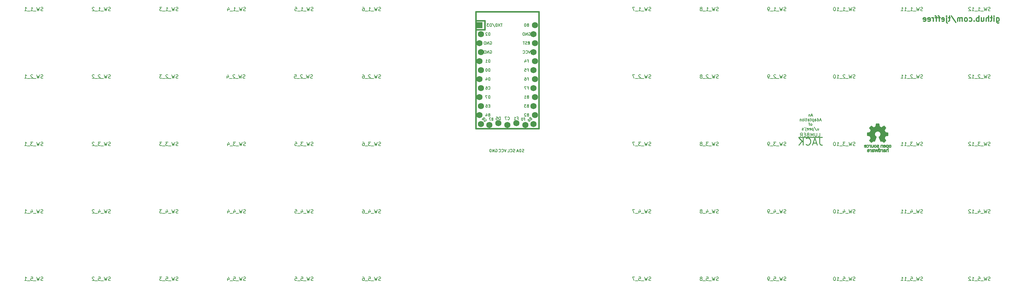
<source format=gbr>
%TF.GenerationSoftware,KiCad,Pcbnew,(6.0.0-rc1-306-g01eebd0b9d)*%
%TF.CreationDate,2022-02-27T11:11:43+00:00*%
%TF.ProjectId,lumberelite,6c756d62-6572-4656-9c69-74652e6b6963,2022.2*%
%TF.SameCoordinates,Original*%
%TF.FileFunction,Legend,Bot*%
%TF.FilePolarity,Positive*%
%FSLAX46Y46*%
G04 Gerber Fmt 4.6, Leading zero omitted, Abs format (unit mm)*
G04 Created by KiCad (PCBNEW (6.0.0-rc1-306-g01eebd0b9d)) date 2022-02-27 11:11:43*
%MOMM*%
%LPD*%
G01*
G04 APERTURE LIST*
%ADD10C,0.254000*%
%ADD11C,0.150000*%
%ADD12C,0.200000*%
%ADD13C,0.160000*%
%ADD14C,0.300000*%
%ADD15C,0.250000*%
%ADD16C,0.381000*%
%ADD17C,0.010000*%
%ADD18R,1.752600X1.752600*%
%ADD19C,1.752600*%
G04 APERTURE END LIST*
D10*
X274800000Y-87400000D02*
X281500000Y-87400000D01*
D11*
X280338095Y-87202380D02*
X280814285Y-87202380D01*
X280814285Y-86202380D01*
X280004761Y-86202380D02*
X280004761Y-87011904D01*
X279957142Y-87107142D01*
X279909523Y-87154761D01*
X279814285Y-87202380D01*
X279623809Y-87202380D01*
X279528571Y-87154761D01*
X279480952Y-87107142D01*
X279433333Y-87011904D01*
X279433333Y-86202380D01*
X278957142Y-87202380D02*
X278957142Y-86202380D01*
X278623809Y-86916666D01*
X278290476Y-86202380D01*
X278290476Y-87202380D01*
X277480952Y-86678571D02*
X277338095Y-86726190D01*
X277290476Y-86773809D01*
X277242857Y-86869047D01*
X277242857Y-87011904D01*
X277290476Y-87107142D01*
X277338095Y-87154761D01*
X277433333Y-87202380D01*
X277814285Y-87202380D01*
X277814285Y-86202380D01*
X277480952Y-86202380D01*
X277385714Y-86250000D01*
X277338095Y-86297619D01*
X277290476Y-86392857D01*
X277290476Y-86488095D01*
X277338095Y-86583333D01*
X277385714Y-86630952D01*
X277480952Y-86678571D01*
X277814285Y-86678571D01*
X276814285Y-86678571D02*
X276480952Y-86678571D01*
X276338095Y-87202380D02*
X276814285Y-87202380D01*
X276814285Y-86202380D01*
X276338095Y-86202380D01*
X275338095Y-87202380D02*
X275671428Y-86726190D01*
X275909523Y-87202380D02*
X275909523Y-86202380D01*
X275528571Y-86202380D01*
X275433333Y-86250000D01*
X275385714Y-86297619D01*
X275338095Y-86392857D01*
X275338095Y-86535714D01*
X275385714Y-86630952D01*
X275433333Y-86678571D01*
X275528571Y-86726190D01*
X275909523Y-86726190D01*
D12*
X197363993Y-91575494D02*
X197249707Y-91613589D01*
X197059231Y-91613589D01*
X196983041Y-91575494D01*
X196944945Y-91537399D01*
X196906850Y-91461208D01*
X196906850Y-91385018D01*
X196944945Y-91308827D01*
X196983041Y-91270732D01*
X197059231Y-91232637D01*
X197211612Y-91194542D01*
X197287803Y-91156446D01*
X197325898Y-91118351D01*
X197363993Y-91042161D01*
X197363993Y-90965970D01*
X197325898Y-90889780D01*
X197287803Y-90851685D01*
X197211612Y-90813589D01*
X197021136Y-90813589D01*
X196906850Y-90851685D01*
X196563993Y-91613589D02*
X196563993Y-90813589D01*
X196373517Y-90813589D01*
X196259231Y-90851685D01*
X196183041Y-90927875D01*
X196144945Y-91004065D01*
X196106850Y-91156446D01*
X196106850Y-91270732D01*
X196144945Y-91423113D01*
X196183041Y-91499304D01*
X196259231Y-91575494D01*
X196373517Y-91613589D01*
X196563993Y-91613589D01*
X195802088Y-91385018D02*
X195421136Y-91385018D01*
X195878279Y-91613589D02*
X195611612Y-90813589D01*
X195344945Y-91613589D01*
D13*
X278752380Y-81315333D02*
X278371428Y-81315333D01*
X278828571Y-81543904D02*
X278561904Y-80743904D01*
X278295238Y-81543904D01*
X278028571Y-81010571D02*
X278028571Y-81543904D01*
X278028571Y-81086761D02*
X277990476Y-81048666D01*
X277914285Y-81010571D01*
X277800000Y-81010571D01*
X277723809Y-81048666D01*
X277685714Y-81124857D01*
X277685714Y-81543904D01*
X281209523Y-82603333D02*
X280828571Y-82603333D01*
X281285714Y-82831904D02*
X281019047Y-82031904D01*
X280752380Y-82831904D01*
X280142857Y-82831904D02*
X280142857Y-82031904D01*
X280142857Y-82793809D02*
X280219047Y-82831904D01*
X280371428Y-82831904D01*
X280447619Y-82793809D01*
X280485714Y-82755714D01*
X280523809Y-82679523D01*
X280523809Y-82450952D01*
X280485714Y-82374761D01*
X280447619Y-82336666D01*
X280371428Y-82298571D01*
X280219047Y-82298571D01*
X280142857Y-82336666D01*
X279419047Y-82831904D02*
X279419047Y-82412857D01*
X279457142Y-82336666D01*
X279533333Y-82298571D01*
X279685714Y-82298571D01*
X279761904Y-82336666D01*
X279419047Y-82793809D02*
X279495238Y-82831904D01*
X279685714Y-82831904D01*
X279761904Y-82793809D01*
X279800000Y-82717619D01*
X279800000Y-82641428D01*
X279761904Y-82565238D01*
X279685714Y-82527142D01*
X279495238Y-82527142D01*
X279419047Y-82489047D01*
X279038095Y-82298571D02*
X279038095Y-83098571D01*
X279038095Y-82336666D02*
X278961904Y-82298571D01*
X278809523Y-82298571D01*
X278733333Y-82336666D01*
X278695238Y-82374761D01*
X278657142Y-82450952D01*
X278657142Y-82679523D01*
X278695238Y-82755714D01*
X278733333Y-82793809D01*
X278809523Y-82831904D01*
X278961904Y-82831904D01*
X279038095Y-82793809D01*
X278428571Y-82298571D02*
X278123809Y-82298571D01*
X278314285Y-82031904D02*
X278314285Y-82717619D01*
X278276190Y-82793809D01*
X278200000Y-82831904D01*
X278123809Y-82831904D01*
X277514285Y-82831904D02*
X277514285Y-82412857D01*
X277552380Y-82336666D01*
X277628571Y-82298571D01*
X277780952Y-82298571D01*
X277857142Y-82336666D01*
X277514285Y-82793809D02*
X277590476Y-82831904D01*
X277780952Y-82831904D01*
X277857142Y-82793809D01*
X277895238Y-82717619D01*
X277895238Y-82641428D01*
X277857142Y-82565238D01*
X277780952Y-82527142D01*
X277590476Y-82527142D01*
X277514285Y-82489047D01*
X277247619Y-82298571D02*
X276942857Y-82298571D01*
X277133333Y-82031904D02*
X277133333Y-82717619D01*
X277095238Y-82793809D01*
X277019047Y-82831904D01*
X276942857Y-82831904D01*
X276676190Y-82831904D02*
X276676190Y-82298571D01*
X276676190Y-82031904D02*
X276714285Y-82070000D01*
X276676190Y-82108095D01*
X276638095Y-82070000D01*
X276676190Y-82031904D01*
X276676190Y-82108095D01*
X276180952Y-82831904D02*
X276257142Y-82793809D01*
X276295238Y-82755714D01*
X276333333Y-82679523D01*
X276333333Y-82450952D01*
X276295238Y-82374761D01*
X276257142Y-82336666D01*
X276180952Y-82298571D01*
X276066666Y-82298571D01*
X275990476Y-82336666D01*
X275952380Y-82374761D01*
X275914285Y-82450952D01*
X275914285Y-82679523D01*
X275952380Y-82755714D01*
X275990476Y-82793809D01*
X276066666Y-82831904D01*
X276180952Y-82831904D01*
X275571428Y-82298571D02*
X275571428Y-82831904D01*
X275571428Y-82374761D02*
X275533333Y-82336666D01*
X275457142Y-82298571D01*
X275342857Y-82298571D01*
X275266666Y-82336666D01*
X275228571Y-82412857D01*
X275228571Y-82831904D01*
X278485714Y-84119904D02*
X278561904Y-84081809D01*
X278600000Y-84043714D01*
X278638095Y-83967523D01*
X278638095Y-83738952D01*
X278600000Y-83662761D01*
X278561904Y-83624666D01*
X278485714Y-83586571D01*
X278371428Y-83586571D01*
X278295238Y-83624666D01*
X278257142Y-83662761D01*
X278219047Y-83738952D01*
X278219047Y-83967523D01*
X278257142Y-84043714D01*
X278295238Y-84081809D01*
X278371428Y-84119904D01*
X278485714Y-84119904D01*
X277990476Y-83586571D02*
X277685714Y-83586571D01*
X277876190Y-84119904D02*
X277876190Y-83434190D01*
X277838095Y-83358000D01*
X277761904Y-83319904D01*
X277685714Y-83319904D01*
X280200000Y-84874571D02*
X280200000Y-85407904D01*
X280542857Y-84874571D02*
X280542857Y-85293619D01*
X280504761Y-85369809D01*
X280428571Y-85407904D01*
X280314285Y-85407904D01*
X280238095Y-85369809D01*
X280200000Y-85331714D01*
X279247619Y-84569809D02*
X279933333Y-85598380D01*
X278980952Y-84874571D02*
X278980952Y-85674571D01*
X278980952Y-84912666D02*
X278904761Y-84874571D01*
X278752380Y-84874571D01*
X278676190Y-84912666D01*
X278638095Y-84950761D01*
X278600000Y-85026952D01*
X278600000Y-85255523D01*
X278638095Y-85331714D01*
X278676190Y-85369809D01*
X278752380Y-85407904D01*
X278904761Y-85407904D01*
X278980952Y-85369809D01*
X277952380Y-85369809D02*
X278028571Y-85407904D01*
X278180952Y-85407904D01*
X278257142Y-85369809D01*
X278295238Y-85293619D01*
X278295238Y-84988857D01*
X278257142Y-84912666D01*
X278180952Y-84874571D01*
X278028571Y-84874571D01*
X277952380Y-84912666D01*
X277914285Y-84988857D01*
X277914285Y-85065047D01*
X278295238Y-85141238D01*
X277266666Y-85369809D02*
X277342857Y-85407904D01*
X277495238Y-85407904D01*
X277571428Y-85369809D01*
X277609523Y-85293619D01*
X277609523Y-84988857D01*
X277571428Y-84912666D01*
X277495238Y-84874571D01*
X277342857Y-84874571D01*
X277266666Y-84912666D01*
X277228571Y-84988857D01*
X277228571Y-85065047D01*
X277609523Y-85141238D01*
X276885714Y-84874571D02*
X276885714Y-85560285D01*
X276923809Y-85636476D01*
X277000000Y-85674571D01*
X277038095Y-85674571D01*
X276885714Y-84607904D02*
X276923809Y-84646000D01*
X276885714Y-84684095D01*
X276847619Y-84646000D01*
X276885714Y-84607904D01*
X276885714Y-84684095D01*
X276466666Y-84607904D02*
X276542857Y-84760285D01*
X276161904Y-85369809D02*
X276085714Y-85407904D01*
X275933333Y-85407904D01*
X275857142Y-85369809D01*
X275819047Y-85293619D01*
X275819047Y-85255523D01*
X275857142Y-85179333D01*
X275933333Y-85141238D01*
X276047619Y-85141238D01*
X276123809Y-85103142D01*
X276161904Y-85026952D01*
X276161904Y-84988857D01*
X276123809Y-84912666D01*
X276047619Y-84874571D01*
X275933333Y-84874571D01*
X275857142Y-84912666D01*
D12*
X192379231Y-90813589D02*
X192112565Y-91613589D01*
X191845898Y-90813589D01*
X191122088Y-91537399D02*
X191160184Y-91575494D01*
X191274469Y-91613589D01*
X191350660Y-91613589D01*
X191464945Y-91575494D01*
X191541136Y-91499304D01*
X191579231Y-91423113D01*
X191617326Y-91270732D01*
X191617326Y-91156446D01*
X191579231Y-91004065D01*
X191541136Y-90927875D01*
X191464945Y-90851685D01*
X191350660Y-90813589D01*
X191274469Y-90813589D01*
X191160184Y-90851685D01*
X191122088Y-90889780D01*
X190322088Y-91537399D02*
X190360184Y-91575494D01*
X190474469Y-91613589D01*
X190550660Y-91613589D01*
X190664945Y-91575494D01*
X190741136Y-91499304D01*
X190779231Y-91423113D01*
X190817326Y-91270732D01*
X190817326Y-91156446D01*
X190779231Y-91004065D01*
X190741136Y-90927875D01*
X190664945Y-90851685D01*
X190550660Y-90813589D01*
X190474469Y-90813589D01*
X190360184Y-90851685D01*
X190322088Y-90889780D01*
X194804945Y-91575494D02*
X194690660Y-91613589D01*
X194500184Y-91613589D01*
X194423993Y-91575494D01*
X194385898Y-91537399D01*
X194347803Y-91461208D01*
X194347803Y-91385018D01*
X194385898Y-91308827D01*
X194423993Y-91270732D01*
X194500184Y-91232637D01*
X194652565Y-91194542D01*
X194728755Y-91156446D01*
X194766850Y-91118351D01*
X194804945Y-91042161D01*
X194804945Y-90965970D01*
X194766850Y-90889780D01*
X194728755Y-90851685D01*
X194652565Y-90813589D01*
X194462088Y-90813589D01*
X194347803Y-90851685D01*
X193547803Y-91537399D02*
X193585898Y-91575494D01*
X193700184Y-91613589D01*
X193776374Y-91613589D01*
X193890660Y-91575494D01*
X193966850Y-91499304D01*
X194004945Y-91423113D01*
X194043041Y-91270732D01*
X194043041Y-91156446D01*
X194004945Y-91004065D01*
X193966850Y-90927875D01*
X193890660Y-90851685D01*
X193776374Y-90813589D01*
X193700184Y-90813589D01*
X193585898Y-90851685D01*
X193547803Y-90889780D01*
X192823993Y-91613589D02*
X193204945Y-91613589D01*
X193204945Y-90813589D01*
X189382088Y-90851685D02*
X189458279Y-90813589D01*
X189572565Y-90813589D01*
X189686850Y-90851685D01*
X189763041Y-90927875D01*
X189801136Y-91004065D01*
X189839231Y-91156446D01*
X189839231Y-91270732D01*
X189801136Y-91423113D01*
X189763041Y-91499304D01*
X189686850Y-91575494D01*
X189572565Y-91613589D01*
X189496374Y-91613589D01*
X189382088Y-91575494D01*
X189343993Y-91537399D01*
X189343993Y-91270732D01*
X189496374Y-91270732D01*
X189001136Y-91613589D02*
X189001136Y-90813589D01*
X188543993Y-91613589D01*
X188543993Y-90813589D01*
X188163041Y-91613589D02*
X188163041Y-90813589D01*
X187972565Y-90813589D01*
X187858279Y-90851685D01*
X187782088Y-90927875D01*
X187743993Y-91004065D01*
X187705898Y-91156446D01*
X187705898Y-91270732D01*
X187743993Y-91423113D01*
X187782088Y-91499304D01*
X187858279Y-91575494D01*
X187972565Y-91613589D01*
X188163041Y-91613589D01*
D14*
X330705000Y-53678571D02*
X330705000Y-54892857D01*
X330776428Y-55035714D01*
X330847857Y-55107142D01*
X330990714Y-55178571D01*
X331205000Y-55178571D01*
X331347857Y-55107142D01*
X330705000Y-54607142D02*
X330847857Y-54678571D01*
X331133571Y-54678571D01*
X331276428Y-54607142D01*
X331347857Y-54535714D01*
X331419285Y-54392857D01*
X331419285Y-53964285D01*
X331347857Y-53821428D01*
X331276428Y-53750000D01*
X331133571Y-53678571D01*
X330847857Y-53678571D01*
X330705000Y-53750000D01*
X329990714Y-54678571D02*
X329990714Y-53678571D01*
X329990714Y-53178571D02*
X330062142Y-53250000D01*
X329990714Y-53321428D01*
X329919285Y-53250000D01*
X329990714Y-53178571D01*
X329990714Y-53321428D01*
X329490714Y-53678571D02*
X328919285Y-53678571D01*
X329276428Y-53178571D02*
X329276428Y-54464285D01*
X329205000Y-54607142D01*
X329062142Y-54678571D01*
X328919285Y-54678571D01*
X328419285Y-54678571D02*
X328419285Y-53178571D01*
X327776428Y-54678571D02*
X327776428Y-53892857D01*
X327847857Y-53750000D01*
X327990714Y-53678571D01*
X328205000Y-53678571D01*
X328347857Y-53750000D01*
X328419285Y-53821428D01*
X326419285Y-53678571D02*
X326419285Y-54678571D01*
X327062142Y-53678571D02*
X327062142Y-54464285D01*
X326990714Y-54607142D01*
X326847857Y-54678571D01*
X326633571Y-54678571D01*
X326490714Y-54607142D01*
X326419285Y-54535714D01*
X325705000Y-54678571D02*
X325705000Y-53178571D01*
X325705000Y-53750000D02*
X325562142Y-53678571D01*
X325276428Y-53678571D01*
X325133571Y-53750000D01*
X325062142Y-53821428D01*
X324990714Y-53964285D01*
X324990714Y-54392857D01*
X325062142Y-54535714D01*
X325133571Y-54607142D01*
X325276428Y-54678571D01*
X325562142Y-54678571D01*
X325705000Y-54607142D01*
X324347857Y-54535714D02*
X324276428Y-54607142D01*
X324347857Y-54678571D01*
X324419285Y-54607142D01*
X324347857Y-54535714D01*
X324347857Y-54678571D01*
X322990714Y-54607142D02*
X323133571Y-54678571D01*
X323419285Y-54678571D01*
X323562142Y-54607142D01*
X323633571Y-54535714D01*
X323705000Y-54392857D01*
X323705000Y-53964285D01*
X323633571Y-53821428D01*
X323562142Y-53750000D01*
X323419285Y-53678571D01*
X323133571Y-53678571D01*
X322990714Y-53750000D01*
X322133571Y-54678571D02*
X322276428Y-54607142D01*
X322347857Y-54535714D01*
X322419285Y-54392857D01*
X322419285Y-53964285D01*
X322347857Y-53821428D01*
X322276428Y-53750000D01*
X322133571Y-53678571D01*
X321919285Y-53678571D01*
X321776428Y-53750000D01*
X321705000Y-53821428D01*
X321633571Y-53964285D01*
X321633571Y-54392857D01*
X321705000Y-54535714D01*
X321776428Y-54607142D01*
X321919285Y-54678571D01*
X322133571Y-54678571D01*
X320990714Y-54678571D02*
X320990714Y-53678571D01*
X320990714Y-53821428D02*
X320919285Y-53750000D01*
X320776428Y-53678571D01*
X320562142Y-53678571D01*
X320419285Y-53750000D01*
X320347857Y-53892857D01*
X320347857Y-54678571D01*
X320347857Y-53892857D02*
X320276428Y-53750000D01*
X320133571Y-53678571D01*
X319919285Y-53678571D01*
X319776428Y-53750000D01*
X319705000Y-53892857D01*
X319705000Y-54678571D01*
X317919285Y-53107142D02*
X319205000Y-55035714D01*
X317633571Y-53678571D02*
X317062142Y-53678571D01*
X317419285Y-53178571D02*
X317419285Y-54464285D01*
X317347857Y-54607142D01*
X317205000Y-54678571D01*
X317062142Y-54678571D01*
X316562142Y-53678571D02*
X316562142Y-54964285D01*
X316633571Y-55107142D01*
X316776428Y-55178571D01*
X316847857Y-55178571D01*
X316562142Y-53178571D02*
X316633571Y-53250000D01*
X316562142Y-53321428D01*
X316490714Y-53250000D01*
X316562142Y-53178571D01*
X316562142Y-53321428D01*
X315276428Y-54607142D02*
X315419285Y-54678571D01*
X315705000Y-54678571D01*
X315847857Y-54607142D01*
X315919285Y-54464285D01*
X315919285Y-53892857D01*
X315847857Y-53750000D01*
X315705000Y-53678571D01*
X315419285Y-53678571D01*
X315276428Y-53750000D01*
X315205000Y-53892857D01*
X315205000Y-54035714D01*
X315919285Y-54178571D01*
X314776428Y-53678571D02*
X314205000Y-53678571D01*
X314562142Y-54678571D02*
X314562142Y-53392857D01*
X314490714Y-53250000D01*
X314347857Y-53178571D01*
X314205000Y-53178571D01*
X313919285Y-53678571D02*
X313347857Y-53678571D01*
X313705000Y-54678571D02*
X313705000Y-53392857D01*
X313633571Y-53250000D01*
X313490714Y-53178571D01*
X313347857Y-53178571D01*
X312847857Y-54678571D02*
X312847857Y-53678571D01*
X312847857Y-53964285D02*
X312776428Y-53821428D01*
X312705000Y-53750000D01*
X312562142Y-53678571D01*
X312419285Y-53678571D01*
X311347857Y-54607142D02*
X311490714Y-54678571D01*
X311776428Y-54678571D01*
X311919285Y-54607142D01*
X311990714Y-54464285D01*
X311990714Y-53892857D01*
X311919285Y-53750000D01*
X311776428Y-53678571D01*
X311490714Y-53678571D01*
X311347857Y-53750000D01*
X311276428Y-53892857D01*
X311276428Y-54035714D01*
X311990714Y-54178571D01*
X310062142Y-54607142D02*
X310205000Y-54678571D01*
X310490714Y-54678571D01*
X310633571Y-54607142D01*
X310705000Y-54464285D01*
X310705000Y-53892857D01*
X310633571Y-53750000D01*
X310490714Y-53678571D01*
X310205000Y-53678571D01*
X310062142Y-53750000D01*
X309990714Y-53892857D01*
X309990714Y-54035714D01*
X310705000Y-54178571D01*
D15*
X280771428Y-87604761D02*
X280771428Y-89033333D01*
X280866666Y-89319047D01*
X281057142Y-89509523D01*
X281342857Y-89604761D01*
X281533333Y-89604761D01*
X279914285Y-89033333D02*
X278961904Y-89033333D01*
X280104761Y-89604761D02*
X279438095Y-87604761D01*
X278771428Y-89604761D01*
X276961904Y-89414285D02*
X277057142Y-89509523D01*
X277342857Y-89604761D01*
X277533333Y-89604761D01*
X277819047Y-89509523D01*
X278009523Y-89319047D01*
X278104761Y-89128571D01*
X278200000Y-88747619D01*
X278200000Y-88461904D01*
X278104761Y-88080952D01*
X278009523Y-87890476D01*
X277819047Y-87700000D01*
X277533333Y-87604761D01*
X277342857Y-87604761D01*
X277057142Y-87700000D01*
X276961904Y-87795238D01*
X276104761Y-89604761D02*
X276104761Y-87604761D01*
X274961904Y-89604761D02*
X275819047Y-88461904D01*
X274961904Y-87604761D02*
X276104761Y-88747619D01*
D11*
%TO.C,SW_1_12*%
X328897619Y-51659761D02*
X328754761Y-51707380D01*
X328516666Y-51707380D01*
X328421428Y-51659761D01*
X328373809Y-51612142D01*
X328326190Y-51516904D01*
X328326190Y-51421666D01*
X328373809Y-51326428D01*
X328421428Y-51278809D01*
X328516666Y-51231190D01*
X328707142Y-51183571D01*
X328802380Y-51135952D01*
X328850000Y-51088333D01*
X328897619Y-50993095D01*
X328897619Y-50897857D01*
X328850000Y-50802619D01*
X328802380Y-50755000D01*
X328707142Y-50707380D01*
X328469047Y-50707380D01*
X328326190Y-50755000D01*
X327992857Y-50707380D02*
X327754761Y-51707380D01*
X327564285Y-50993095D01*
X327373809Y-51707380D01*
X327135714Y-50707380D01*
X326992857Y-51802619D02*
X326230952Y-51802619D01*
X325469047Y-51707380D02*
X326040476Y-51707380D01*
X325754761Y-51707380D02*
X325754761Y-50707380D01*
X325850000Y-50850238D01*
X325945238Y-50945476D01*
X326040476Y-50993095D01*
X325278571Y-51802619D02*
X324516666Y-51802619D01*
X323754761Y-51707380D02*
X324326190Y-51707380D01*
X324040476Y-51707380D02*
X324040476Y-50707380D01*
X324135714Y-50850238D01*
X324230952Y-50945476D01*
X324326190Y-50993095D01*
X323373809Y-50802619D02*
X323326190Y-50755000D01*
X323230952Y-50707380D01*
X322992857Y-50707380D01*
X322897619Y-50755000D01*
X322850000Y-50802619D01*
X322802380Y-50897857D01*
X322802380Y-50993095D01*
X322850000Y-51135952D01*
X323421428Y-51707380D01*
X322802380Y-51707380D01*
%TO.C,SW_1_9*%
X271271428Y-51659761D02*
X271128571Y-51707380D01*
X270890476Y-51707380D01*
X270795238Y-51659761D01*
X270747619Y-51612142D01*
X270700000Y-51516904D01*
X270700000Y-51421666D01*
X270747619Y-51326428D01*
X270795238Y-51278809D01*
X270890476Y-51231190D01*
X271080952Y-51183571D01*
X271176190Y-51135952D01*
X271223809Y-51088333D01*
X271271428Y-50993095D01*
X271271428Y-50897857D01*
X271223809Y-50802619D01*
X271176190Y-50755000D01*
X271080952Y-50707380D01*
X270842857Y-50707380D01*
X270700000Y-50755000D01*
X270366666Y-50707380D02*
X270128571Y-51707380D01*
X269938095Y-50993095D01*
X269747619Y-51707380D01*
X269509523Y-50707380D01*
X269366666Y-51802619D02*
X268604761Y-51802619D01*
X267842857Y-51707380D02*
X268414285Y-51707380D01*
X268128571Y-51707380D02*
X268128571Y-50707380D01*
X268223809Y-50850238D01*
X268319047Y-50945476D01*
X268414285Y-50993095D01*
X267652380Y-51802619D02*
X266890476Y-51802619D01*
X266604761Y-51707380D02*
X266414285Y-51707380D01*
X266319047Y-51659761D01*
X266271428Y-51612142D01*
X266176190Y-51469285D01*
X266128571Y-51278809D01*
X266128571Y-50897857D01*
X266176190Y-50802619D01*
X266223809Y-50755000D01*
X266319047Y-50707380D01*
X266509523Y-50707380D01*
X266604761Y-50755000D01*
X266652380Y-50802619D01*
X266700000Y-50897857D01*
X266700000Y-51135952D01*
X266652380Y-51231190D01*
X266604761Y-51278809D01*
X266509523Y-51326428D01*
X266319047Y-51326428D01*
X266223809Y-51278809D01*
X266176190Y-51231190D01*
X266128571Y-51135952D01*
%TO.C,SW_2_12*%
X328897619Y-70709761D02*
X328754761Y-70757380D01*
X328516666Y-70757380D01*
X328421428Y-70709761D01*
X328373809Y-70662142D01*
X328326190Y-70566904D01*
X328326190Y-70471666D01*
X328373809Y-70376428D01*
X328421428Y-70328809D01*
X328516666Y-70281190D01*
X328707142Y-70233571D01*
X328802380Y-70185952D01*
X328850000Y-70138333D01*
X328897619Y-70043095D01*
X328897619Y-69947857D01*
X328850000Y-69852619D01*
X328802380Y-69805000D01*
X328707142Y-69757380D01*
X328469047Y-69757380D01*
X328326190Y-69805000D01*
X327992857Y-69757380D02*
X327754761Y-70757380D01*
X327564285Y-70043095D01*
X327373809Y-70757380D01*
X327135714Y-69757380D01*
X326992857Y-70852619D02*
X326230952Y-70852619D01*
X326040476Y-69852619D02*
X325992857Y-69805000D01*
X325897619Y-69757380D01*
X325659523Y-69757380D01*
X325564285Y-69805000D01*
X325516666Y-69852619D01*
X325469047Y-69947857D01*
X325469047Y-70043095D01*
X325516666Y-70185952D01*
X326088095Y-70757380D01*
X325469047Y-70757380D01*
X325278571Y-70852619D02*
X324516666Y-70852619D01*
X323754761Y-70757380D02*
X324326190Y-70757380D01*
X324040476Y-70757380D02*
X324040476Y-69757380D01*
X324135714Y-69900238D01*
X324230952Y-69995476D01*
X324326190Y-70043095D01*
X323373809Y-69852619D02*
X323326190Y-69805000D01*
X323230952Y-69757380D01*
X322992857Y-69757380D01*
X322897619Y-69805000D01*
X322850000Y-69852619D01*
X322802380Y-69947857D01*
X322802380Y-70043095D01*
X322850000Y-70185952D01*
X323421428Y-70757380D01*
X322802380Y-70757380D01*
%TO.C,SW_2_9*%
X271271428Y-70709761D02*
X271128571Y-70757380D01*
X270890476Y-70757380D01*
X270795238Y-70709761D01*
X270747619Y-70662142D01*
X270700000Y-70566904D01*
X270700000Y-70471666D01*
X270747619Y-70376428D01*
X270795238Y-70328809D01*
X270890476Y-70281190D01*
X271080952Y-70233571D01*
X271176190Y-70185952D01*
X271223809Y-70138333D01*
X271271428Y-70043095D01*
X271271428Y-69947857D01*
X271223809Y-69852619D01*
X271176190Y-69805000D01*
X271080952Y-69757380D01*
X270842857Y-69757380D01*
X270700000Y-69805000D01*
X270366666Y-69757380D02*
X270128571Y-70757380D01*
X269938095Y-70043095D01*
X269747619Y-70757380D01*
X269509523Y-69757380D01*
X269366666Y-70852619D02*
X268604761Y-70852619D01*
X268414285Y-69852619D02*
X268366666Y-69805000D01*
X268271428Y-69757380D01*
X268033333Y-69757380D01*
X267938095Y-69805000D01*
X267890476Y-69852619D01*
X267842857Y-69947857D01*
X267842857Y-70043095D01*
X267890476Y-70185952D01*
X268461904Y-70757380D01*
X267842857Y-70757380D01*
X267652380Y-70852619D02*
X266890476Y-70852619D01*
X266604761Y-70757380D02*
X266414285Y-70757380D01*
X266319047Y-70709761D01*
X266271428Y-70662142D01*
X266176190Y-70519285D01*
X266128571Y-70328809D01*
X266128571Y-69947857D01*
X266176190Y-69852619D01*
X266223809Y-69805000D01*
X266319047Y-69757380D01*
X266509523Y-69757380D01*
X266604761Y-69805000D01*
X266652380Y-69852619D01*
X266700000Y-69947857D01*
X266700000Y-70185952D01*
X266652380Y-70281190D01*
X266604761Y-70328809D01*
X266509523Y-70376428D01*
X266319047Y-70376428D01*
X266223809Y-70328809D01*
X266176190Y-70281190D01*
X266128571Y-70185952D01*
%TO.C,SW_3_12*%
X328897619Y-89759761D02*
X328754761Y-89807380D01*
X328516666Y-89807380D01*
X328421428Y-89759761D01*
X328373809Y-89712142D01*
X328326190Y-89616904D01*
X328326190Y-89521666D01*
X328373809Y-89426428D01*
X328421428Y-89378809D01*
X328516666Y-89331190D01*
X328707142Y-89283571D01*
X328802380Y-89235952D01*
X328850000Y-89188333D01*
X328897619Y-89093095D01*
X328897619Y-88997857D01*
X328850000Y-88902619D01*
X328802380Y-88855000D01*
X328707142Y-88807380D01*
X328469047Y-88807380D01*
X328326190Y-88855000D01*
X327992857Y-88807380D02*
X327754761Y-89807380D01*
X327564285Y-89093095D01*
X327373809Y-89807380D01*
X327135714Y-88807380D01*
X326992857Y-89902619D02*
X326230952Y-89902619D01*
X326088095Y-88807380D02*
X325469047Y-88807380D01*
X325802380Y-89188333D01*
X325659523Y-89188333D01*
X325564285Y-89235952D01*
X325516666Y-89283571D01*
X325469047Y-89378809D01*
X325469047Y-89616904D01*
X325516666Y-89712142D01*
X325564285Y-89759761D01*
X325659523Y-89807380D01*
X325945238Y-89807380D01*
X326040476Y-89759761D01*
X326088095Y-89712142D01*
X325278571Y-89902619D02*
X324516666Y-89902619D01*
X323754761Y-89807380D02*
X324326190Y-89807380D01*
X324040476Y-89807380D02*
X324040476Y-88807380D01*
X324135714Y-88950238D01*
X324230952Y-89045476D01*
X324326190Y-89093095D01*
X323373809Y-88902619D02*
X323326190Y-88855000D01*
X323230952Y-88807380D01*
X322992857Y-88807380D01*
X322897619Y-88855000D01*
X322850000Y-88902619D01*
X322802380Y-88997857D01*
X322802380Y-89093095D01*
X322850000Y-89235952D01*
X323421428Y-89807380D01*
X322802380Y-89807380D01*
%TO.C,SW_3_11*%
X309847619Y-89759761D02*
X309704761Y-89807380D01*
X309466666Y-89807380D01*
X309371428Y-89759761D01*
X309323809Y-89712142D01*
X309276190Y-89616904D01*
X309276190Y-89521666D01*
X309323809Y-89426428D01*
X309371428Y-89378809D01*
X309466666Y-89331190D01*
X309657142Y-89283571D01*
X309752380Y-89235952D01*
X309800000Y-89188333D01*
X309847619Y-89093095D01*
X309847619Y-88997857D01*
X309800000Y-88902619D01*
X309752380Y-88855000D01*
X309657142Y-88807380D01*
X309419047Y-88807380D01*
X309276190Y-88855000D01*
X308942857Y-88807380D02*
X308704761Y-89807380D01*
X308514285Y-89093095D01*
X308323809Y-89807380D01*
X308085714Y-88807380D01*
X307942857Y-89902619D02*
X307180952Y-89902619D01*
X307038095Y-88807380D02*
X306419047Y-88807380D01*
X306752380Y-89188333D01*
X306609523Y-89188333D01*
X306514285Y-89235952D01*
X306466666Y-89283571D01*
X306419047Y-89378809D01*
X306419047Y-89616904D01*
X306466666Y-89712142D01*
X306514285Y-89759761D01*
X306609523Y-89807380D01*
X306895238Y-89807380D01*
X306990476Y-89759761D01*
X307038095Y-89712142D01*
X306228571Y-89902619D02*
X305466666Y-89902619D01*
X304704761Y-89807380D02*
X305276190Y-89807380D01*
X304990476Y-89807380D02*
X304990476Y-88807380D01*
X305085714Y-88950238D01*
X305180952Y-89045476D01*
X305276190Y-89093095D01*
X303752380Y-89807380D02*
X304323809Y-89807380D01*
X304038095Y-89807380D02*
X304038095Y-88807380D01*
X304133333Y-88950238D01*
X304228571Y-89045476D01*
X304323809Y-89093095D01*
%TO.C,SW_2_8*%
X252221428Y-70709761D02*
X252078571Y-70757380D01*
X251840476Y-70757380D01*
X251745238Y-70709761D01*
X251697619Y-70662142D01*
X251650000Y-70566904D01*
X251650000Y-70471666D01*
X251697619Y-70376428D01*
X251745238Y-70328809D01*
X251840476Y-70281190D01*
X252030952Y-70233571D01*
X252126190Y-70185952D01*
X252173809Y-70138333D01*
X252221428Y-70043095D01*
X252221428Y-69947857D01*
X252173809Y-69852619D01*
X252126190Y-69805000D01*
X252030952Y-69757380D01*
X251792857Y-69757380D01*
X251650000Y-69805000D01*
X251316666Y-69757380D02*
X251078571Y-70757380D01*
X250888095Y-70043095D01*
X250697619Y-70757380D01*
X250459523Y-69757380D01*
X250316666Y-70852619D02*
X249554761Y-70852619D01*
X249364285Y-69852619D02*
X249316666Y-69805000D01*
X249221428Y-69757380D01*
X248983333Y-69757380D01*
X248888095Y-69805000D01*
X248840476Y-69852619D01*
X248792857Y-69947857D01*
X248792857Y-70043095D01*
X248840476Y-70185952D01*
X249411904Y-70757380D01*
X248792857Y-70757380D01*
X248602380Y-70852619D02*
X247840476Y-70852619D01*
X247459523Y-70185952D02*
X247554761Y-70138333D01*
X247602380Y-70090714D01*
X247650000Y-69995476D01*
X247650000Y-69947857D01*
X247602380Y-69852619D01*
X247554761Y-69805000D01*
X247459523Y-69757380D01*
X247269047Y-69757380D01*
X247173809Y-69805000D01*
X247126190Y-69852619D01*
X247078571Y-69947857D01*
X247078571Y-69995476D01*
X247126190Y-70090714D01*
X247173809Y-70138333D01*
X247269047Y-70185952D01*
X247459523Y-70185952D01*
X247554761Y-70233571D01*
X247602380Y-70281190D01*
X247650000Y-70376428D01*
X247650000Y-70566904D01*
X247602380Y-70662142D01*
X247554761Y-70709761D01*
X247459523Y-70757380D01*
X247269047Y-70757380D01*
X247173809Y-70709761D01*
X247126190Y-70662142D01*
X247078571Y-70566904D01*
X247078571Y-70376428D01*
X247126190Y-70281190D01*
X247173809Y-70233571D01*
X247269047Y-70185952D01*
%TO.C,SW_4_12*%
X328897619Y-108809761D02*
X328754761Y-108857380D01*
X328516666Y-108857380D01*
X328421428Y-108809761D01*
X328373809Y-108762142D01*
X328326190Y-108666904D01*
X328326190Y-108571666D01*
X328373809Y-108476428D01*
X328421428Y-108428809D01*
X328516666Y-108381190D01*
X328707142Y-108333571D01*
X328802380Y-108285952D01*
X328850000Y-108238333D01*
X328897619Y-108143095D01*
X328897619Y-108047857D01*
X328850000Y-107952619D01*
X328802380Y-107905000D01*
X328707142Y-107857380D01*
X328469047Y-107857380D01*
X328326190Y-107905000D01*
X327992857Y-107857380D02*
X327754761Y-108857380D01*
X327564285Y-108143095D01*
X327373809Y-108857380D01*
X327135714Y-107857380D01*
X326992857Y-108952619D02*
X326230952Y-108952619D01*
X325564285Y-108190714D02*
X325564285Y-108857380D01*
X325802380Y-107809761D02*
X326040476Y-108524047D01*
X325421428Y-108524047D01*
X325278571Y-108952619D02*
X324516666Y-108952619D01*
X323754761Y-108857380D02*
X324326190Y-108857380D01*
X324040476Y-108857380D02*
X324040476Y-107857380D01*
X324135714Y-108000238D01*
X324230952Y-108095476D01*
X324326190Y-108143095D01*
X323373809Y-107952619D02*
X323326190Y-107905000D01*
X323230952Y-107857380D01*
X322992857Y-107857380D01*
X322897619Y-107905000D01*
X322850000Y-107952619D01*
X322802380Y-108047857D01*
X322802380Y-108143095D01*
X322850000Y-108285952D01*
X323421428Y-108857380D01*
X322802380Y-108857380D01*
%TO.C,SW_5_12*%
X328897619Y-127859761D02*
X328754761Y-127907380D01*
X328516666Y-127907380D01*
X328421428Y-127859761D01*
X328373809Y-127812142D01*
X328326190Y-127716904D01*
X328326190Y-127621666D01*
X328373809Y-127526428D01*
X328421428Y-127478809D01*
X328516666Y-127431190D01*
X328707142Y-127383571D01*
X328802380Y-127335952D01*
X328850000Y-127288333D01*
X328897619Y-127193095D01*
X328897619Y-127097857D01*
X328850000Y-127002619D01*
X328802380Y-126955000D01*
X328707142Y-126907380D01*
X328469047Y-126907380D01*
X328326190Y-126955000D01*
X327992857Y-126907380D02*
X327754761Y-127907380D01*
X327564285Y-127193095D01*
X327373809Y-127907380D01*
X327135714Y-126907380D01*
X326992857Y-128002619D02*
X326230952Y-128002619D01*
X325516666Y-126907380D02*
X325992857Y-126907380D01*
X326040476Y-127383571D01*
X325992857Y-127335952D01*
X325897619Y-127288333D01*
X325659523Y-127288333D01*
X325564285Y-127335952D01*
X325516666Y-127383571D01*
X325469047Y-127478809D01*
X325469047Y-127716904D01*
X325516666Y-127812142D01*
X325564285Y-127859761D01*
X325659523Y-127907380D01*
X325897619Y-127907380D01*
X325992857Y-127859761D01*
X326040476Y-127812142D01*
X325278571Y-128002619D02*
X324516666Y-128002619D01*
X323754761Y-127907380D02*
X324326190Y-127907380D01*
X324040476Y-127907380D02*
X324040476Y-126907380D01*
X324135714Y-127050238D01*
X324230952Y-127145476D01*
X324326190Y-127193095D01*
X323373809Y-127002619D02*
X323326190Y-126955000D01*
X323230952Y-126907380D01*
X322992857Y-126907380D01*
X322897619Y-126955000D01*
X322850000Y-127002619D01*
X322802380Y-127097857D01*
X322802380Y-127193095D01*
X322850000Y-127335952D01*
X323421428Y-127907380D01*
X322802380Y-127907380D01*
%TO.C,SW_4_10*%
X290797619Y-108809761D02*
X290654761Y-108857380D01*
X290416666Y-108857380D01*
X290321428Y-108809761D01*
X290273809Y-108762142D01*
X290226190Y-108666904D01*
X290226190Y-108571666D01*
X290273809Y-108476428D01*
X290321428Y-108428809D01*
X290416666Y-108381190D01*
X290607142Y-108333571D01*
X290702380Y-108285952D01*
X290750000Y-108238333D01*
X290797619Y-108143095D01*
X290797619Y-108047857D01*
X290750000Y-107952619D01*
X290702380Y-107905000D01*
X290607142Y-107857380D01*
X290369047Y-107857380D01*
X290226190Y-107905000D01*
X289892857Y-107857380D02*
X289654761Y-108857380D01*
X289464285Y-108143095D01*
X289273809Y-108857380D01*
X289035714Y-107857380D01*
X288892857Y-108952619D02*
X288130952Y-108952619D01*
X287464285Y-108190714D02*
X287464285Y-108857380D01*
X287702380Y-107809761D02*
X287940476Y-108524047D01*
X287321428Y-108524047D01*
X287178571Y-108952619D02*
X286416666Y-108952619D01*
X285654761Y-108857380D02*
X286226190Y-108857380D01*
X285940476Y-108857380D02*
X285940476Y-107857380D01*
X286035714Y-108000238D01*
X286130952Y-108095476D01*
X286226190Y-108143095D01*
X285035714Y-107857380D02*
X284940476Y-107857380D01*
X284845238Y-107905000D01*
X284797619Y-107952619D01*
X284750000Y-108047857D01*
X284702380Y-108238333D01*
X284702380Y-108476428D01*
X284750000Y-108666904D01*
X284797619Y-108762142D01*
X284845238Y-108809761D01*
X284940476Y-108857380D01*
X285035714Y-108857380D01*
X285130952Y-108809761D01*
X285178571Y-108762142D01*
X285226190Y-108666904D01*
X285273809Y-108476428D01*
X285273809Y-108238333D01*
X285226190Y-108047857D01*
X285178571Y-107952619D01*
X285130952Y-107905000D01*
X285035714Y-107857380D01*
%TO.C,SW_4_9*%
X271271428Y-108809761D02*
X271128571Y-108857380D01*
X270890476Y-108857380D01*
X270795238Y-108809761D01*
X270747619Y-108762142D01*
X270700000Y-108666904D01*
X270700000Y-108571666D01*
X270747619Y-108476428D01*
X270795238Y-108428809D01*
X270890476Y-108381190D01*
X271080952Y-108333571D01*
X271176190Y-108285952D01*
X271223809Y-108238333D01*
X271271428Y-108143095D01*
X271271428Y-108047857D01*
X271223809Y-107952619D01*
X271176190Y-107905000D01*
X271080952Y-107857380D01*
X270842857Y-107857380D01*
X270700000Y-107905000D01*
X270366666Y-107857380D02*
X270128571Y-108857380D01*
X269938095Y-108143095D01*
X269747619Y-108857380D01*
X269509523Y-107857380D01*
X269366666Y-108952619D02*
X268604761Y-108952619D01*
X267938095Y-108190714D02*
X267938095Y-108857380D01*
X268176190Y-107809761D02*
X268414285Y-108524047D01*
X267795238Y-108524047D01*
X267652380Y-108952619D02*
X266890476Y-108952619D01*
X266604761Y-108857380D02*
X266414285Y-108857380D01*
X266319047Y-108809761D01*
X266271428Y-108762142D01*
X266176190Y-108619285D01*
X266128571Y-108428809D01*
X266128571Y-108047857D01*
X266176190Y-107952619D01*
X266223809Y-107905000D01*
X266319047Y-107857380D01*
X266509523Y-107857380D01*
X266604761Y-107905000D01*
X266652380Y-107952619D01*
X266700000Y-108047857D01*
X266700000Y-108285952D01*
X266652380Y-108381190D01*
X266604761Y-108428809D01*
X266509523Y-108476428D01*
X266319047Y-108476428D01*
X266223809Y-108428809D01*
X266176190Y-108381190D01*
X266128571Y-108285952D01*
%TO.C,SW_5_2*%
X80771428Y-127859761D02*
X80628571Y-127907380D01*
X80390476Y-127907380D01*
X80295238Y-127859761D01*
X80247619Y-127812142D01*
X80200000Y-127716904D01*
X80200000Y-127621666D01*
X80247619Y-127526428D01*
X80295238Y-127478809D01*
X80390476Y-127431190D01*
X80580952Y-127383571D01*
X80676190Y-127335952D01*
X80723809Y-127288333D01*
X80771428Y-127193095D01*
X80771428Y-127097857D01*
X80723809Y-127002619D01*
X80676190Y-126955000D01*
X80580952Y-126907380D01*
X80342857Y-126907380D01*
X80200000Y-126955000D01*
X79866666Y-126907380D02*
X79628571Y-127907380D01*
X79438095Y-127193095D01*
X79247619Y-127907380D01*
X79009523Y-126907380D01*
X78866666Y-128002619D02*
X78104761Y-128002619D01*
X77390476Y-126907380D02*
X77866666Y-126907380D01*
X77914285Y-127383571D01*
X77866666Y-127335952D01*
X77771428Y-127288333D01*
X77533333Y-127288333D01*
X77438095Y-127335952D01*
X77390476Y-127383571D01*
X77342857Y-127478809D01*
X77342857Y-127716904D01*
X77390476Y-127812142D01*
X77438095Y-127859761D01*
X77533333Y-127907380D01*
X77771428Y-127907380D01*
X77866666Y-127859761D01*
X77914285Y-127812142D01*
X77152380Y-128002619D02*
X76390476Y-128002619D01*
X76200000Y-127002619D02*
X76152380Y-126955000D01*
X76057142Y-126907380D01*
X75819047Y-126907380D01*
X75723809Y-126955000D01*
X75676190Y-127002619D01*
X75628571Y-127097857D01*
X75628571Y-127193095D01*
X75676190Y-127335952D01*
X76247619Y-127907380D01*
X75628571Y-127907380D01*
%TO.C,SW_5_4*%
X118871428Y-127859761D02*
X118728571Y-127907380D01*
X118490476Y-127907380D01*
X118395238Y-127859761D01*
X118347619Y-127812142D01*
X118300000Y-127716904D01*
X118300000Y-127621666D01*
X118347619Y-127526428D01*
X118395238Y-127478809D01*
X118490476Y-127431190D01*
X118680952Y-127383571D01*
X118776190Y-127335952D01*
X118823809Y-127288333D01*
X118871428Y-127193095D01*
X118871428Y-127097857D01*
X118823809Y-127002619D01*
X118776190Y-126955000D01*
X118680952Y-126907380D01*
X118442857Y-126907380D01*
X118300000Y-126955000D01*
X117966666Y-126907380D02*
X117728571Y-127907380D01*
X117538095Y-127193095D01*
X117347619Y-127907380D01*
X117109523Y-126907380D01*
X116966666Y-128002619D02*
X116204761Y-128002619D01*
X115490476Y-126907380D02*
X115966666Y-126907380D01*
X116014285Y-127383571D01*
X115966666Y-127335952D01*
X115871428Y-127288333D01*
X115633333Y-127288333D01*
X115538095Y-127335952D01*
X115490476Y-127383571D01*
X115442857Y-127478809D01*
X115442857Y-127716904D01*
X115490476Y-127812142D01*
X115538095Y-127859761D01*
X115633333Y-127907380D01*
X115871428Y-127907380D01*
X115966666Y-127859761D01*
X116014285Y-127812142D01*
X115252380Y-128002619D02*
X114490476Y-128002619D01*
X113823809Y-127240714D02*
X113823809Y-127907380D01*
X114061904Y-126859761D02*
X114300000Y-127574047D01*
X113680952Y-127574047D01*
%TO.C,SW_5_5*%
X137921428Y-127859761D02*
X137778571Y-127907380D01*
X137540476Y-127907380D01*
X137445238Y-127859761D01*
X137397619Y-127812142D01*
X137350000Y-127716904D01*
X137350000Y-127621666D01*
X137397619Y-127526428D01*
X137445238Y-127478809D01*
X137540476Y-127431190D01*
X137730952Y-127383571D01*
X137826190Y-127335952D01*
X137873809Y-127288333D01*
X137921428Y-127193095D01*
X137921428Y-127097857D01*
X137873809Y-127002619D01*
X137826190Y-126955000D01*
X137730952Y-126907380D01*
X137492857Y-126907380D01*
X137350000Y-126955000D01*
X137016666Y-126907380D02*
X136778571Y-127907380D01*
X136588095Y-127193095D01*
X136397619Y-127907380D01*
X136159523Y-126907380D01*
X136016666Y-128002619D02*
X135254761Y-128002619D01*
X134540476Y-126907380D02*
X135016666Y-126907380D01*
X135064285Y-127383571D01*
X135016666Y-127335952D01*
X134921428Y-127288333D01*
X134683333Y-127288333D01*
X134588095Y-127335952D01*
X134540476Y-127383571D01*
X134492857Y-127478809D01*
X134492857Y-127716904D01*
X134540476Y-127812142D01*
X134588095Y-127859761D01*
X134683333Y-127907380D01*
X134921428Y-127907380D01*
X135016666Y-127859761D01*
X135064285Y-127812142D01*
X134302380Y-128002619D02*
X133540476Y-128002619D01*
X132826190Y-126907380D02*
X133302380Y-126907380D01*
X133350000Y-127383571D01*
X133302380Y-127335952D01*
X133207142Y-127288333D01*
X132969047Y-127288333D01*
X132873809Y-127335952D01*
X132826190Y-127383571D01*
X132778571Y-127478809D01*
X132778571Y-127716904D01*
X132826190Y-127812142D01*
X132873809Y-127859761D01*
X132969047Y-127907380D01*
X133207142Y-127907380D01*
X133302380Y-127859761D01*
X133350000Y-127812142D01*
%TO.C,SW_5_9*%
X271271428Y-127859761D02*
X271128571Y-127907380D01*
X270890476Y-127907380D01*
X270795238Y-127859761D01*
X270747619Y-127812142D01*
X270700000Y-127716904D01*
X270700000Y-127621666D01*
X270747619Y-127526428D01*
X270795238Y-127478809D01*
X270890476Y-127431190D01*
X271080952Y-127383571D01*
X271176190Y-127335952D01*
X271223809Y-127288333D01*
X271271428Y-127193095D01*
X271271428Y-127097857D01*
X271223809Y-127002619D01*
X271176190Y-126955000D01*
X271080952Y-126907380D01*
X270842857Y-126907380D01*
X270700000Y-126955000D01*
X270366666Y-126907380D02*
X270128571Y-127907380D01*
X269938095Y-127193095D01*
X269747619Y-127907380D01*
X269509523Y-126907380D01*
X269366666Y-128002619D02*
X268604761Y-128002619D01*
X267890476Y-126907380D02*
X268366666Y-126907380D01*
X268414285Y-127383571D01*
X268366666Y-127335952D01*
X268271428Y-127288333D01*
X268033333Y-127288333D01*
X267938095Y-127335952D01*
X267890476Y-127383571D01*
X267842857Y-127478809D01*
X267842857Y-127716904D01*
X267890476Y-127812142D01*
X267938095Y-127859761D01*
X268033333Y-127907380D01*
X268271428Y-127907380D01*
X268366666Y-127859761D01*
X268414285Y-127812142D01*
X267652380Y-128002619D02*
X266890476Y-128002619D01*
X266604761Y-127907380D02*
X266414285Y-127907380D01*
X266319047Y-127859761D01*
X266271428Y-127812142D01*
X266176190Y-127669285D01*
X266128571Y-127478809D01*
X266128571Y-127097857D01*
X266176190Y-127002619D01*
X266223809Y-126955000D01*
X266319047Y-126907380D01*
X266509523Y-126907380D01*
X266604761Y-126955000D01*
X266652380Y-127002619D01*
X266700000Y-127097857D01*
X266700000Y-127335952D01*
X266652380Y-127431190D01*
X266604761Y-127478809D01*
X266509523Y-127526428D01*
X266319047Y-127526428D01*
X266223809Y-127478809D01*
X266176190Y-127431190D01*
X266128571Y-127335952D01*
%TO.C,SW_5_8*%
X252221428Y-127859761D02*
X252078571Y-127907380D01*
X251840476Y-127907380D01*
X251745238Y-127859761D01*
X251697619Y-127812142D01*
X251650000Y-127716904D01*
X251650000Y-127621666D01*
X251697619Y-127526428D01*
X251745238Y-127478809D01*
X251840476Y-127431190D01*
X252030952Y-127383571D01*
X252126190Y-127335952D01*
X252173809Y-127288333D01*
X252221428Y-127193095D01*
X252221428Y-127097857D01*
X252173809Y-127002619D01*
X252126190Y-126955000D01*
X252030952Y-126907380D01*
X251792857Y-126907380D01*
X251650000Y-126955000D01*
X251316666Y-126907380D02*
X251078571Y-127907380D01*
X250888095Y-127193095D01*
X250697619Y-127907380D01*
X250459523Y-126907380D01*
X250316666Y-128002619D02*
X249554761Y-128002619D01*
X248840476Y-126907380D02*
X249316666Y-126907380D01*
X249364285Y-127383571D01*
X249316666Y-127335952D01*
X249221428Y-127288333D01*
X248983333Y-127288333D01*
X248888095Y-127335952D01*
X248840476Y-127383571D01*
X248792857Y-127478809D01*
X248792857Y-127716904D01*
X248840476Y-127812142D01*
X248888095Y-127859761D01*
X248983333Y-127907380D01*
X249221428Y-127907380D01*
X249316666Y-127859761D01*
X249364285Y-127812142D01*
X248602380Y-128002619D02*
X247840476Y-128002619D01*
X247459523Y-127335952D02*
X247554761Y-127288333D01*
X247602380Y-127240714D01*
X247650000Y-127145476D01*
X247650000Y-127097857D01*
X247602380Y-127002619D01*
X247554761Y-126955000D01*
X247459523Y-126907380D01*
X247269047Y-126907380D01*
X247173809Y-126955000D01*
X247126190Y-127002619D01*
X247078571Y-127097857D01*
X247078571Y-127145476D01*
X247126190Y-127240714D01*
X247173809Y-127288333D01*
X247269047Y-127335952D01*
X247459523Y-127335952D01*
X247554761Y-127383571D01*
X247602380Y-127431190D01*
X247650000Y-127526428D01*
X247650000Y-127716904D01*
X247602380Y-127812142D01*
X247554761Y-127859761D01*
X247459523Y-127907380D01*
X247269047Y-127907380D01*
X247173809Y-127859761D01*
X247126190Y-127812142D01*
X247078571Y-127716904D01*
X247078571Y-127526428D01*
X247126190Y-127431190D01*
X247173809Y-127383571D01*
X247269047Y-127335952D01*
%TO.C,SW_4_5*%
X137921428Y-108809761D02*
X137778571Y-108857380D01*
X137540476Y-108857380D01*
X137445238Y-108809761D01*
X137397619Y-108762142D01*
X137350000Y-108666904D01*
X137350000Y-108571666D01*
X137397619Y-108476428D01*
X137445238Y-108428809D01*
X137540476Y-108381190D01*
X137730952Y-108333571D01*
X137826190Y-108285952D01*
X137873809Y-108238333D01*
X137921428Y-108143095D01*
X137921428Y-108047857D01*
X137873809Y-107952619D01*
X137826190Y-107905000D01*
X137730952Y-107857380D01*
X137492857Y-107857380D01*
X137350000Y-107905000D01*
X137016666Y-107857380D02*
X136778571Y-108857380D01*
X136588095Y-108143095D01*
X136397619Y-108857380D01*
X136159523Y-107857380D01*
X136016666Y-108952619D02*
X135254761Y-108952619D01*
X134588095Y-108190714D02*
X134588095Y-108857380D01*
X134826190Y-107809761D02*
X135064285Y-108524047D01*
X134445238Y-108524047D01*
X134302380Y-108952619D02*
X133540476Y-108952619D01*
X132826190Y-107857380D02*
X133302380Y-107857380D01*
X133350000Y-108333571D01*
X133302380Y-108285952D01*
X133207142Y-108238333D01*
X132969047Y-108238333D01*
X132873809Y-108285952D01*
X132826190Y-108333571D01*
X132778571Y-108428809D01*
X132778571Y-108666904D01*
X132826190Y-108762142D01*
X132873809Y-108809761D01*
X132969047Y-108857380D01*
X133207142Y-108857380D01*
X133302380Y-108809761D01*
X133350000Y-108762142D01*
%TO.C,SW_4_4*%
X118871428Y-108809761D02*
X118728571Y-108857380D01*
X118490476Y-108857380D01*
X118395238Y-108809761D01*
X118347619Y-108762142D01*
X118300000Y-108666904D01*
X118300000Y-108571666D01*
X118347619Y-108476428D01*
X118395238Y-108428809D01*
X118490476Y-108381190D01*
X118680952Y-108333571D01*
X118776190Y-108285952D01*
X118823809Y-108238333D01*
X118871428Y-108143095D01*
X118871428Y-108047857D01*
X118823809Y-107952619D01*
X118776190Y-107905000D01*
X118680952Y-107857380D01*
X118442857Y-107857380D01*
X118300000Y-107905000D01*
X117966666Y-107857380D02*
X117728571Y-108857380D01*
X117538095Y-108143095D01*
X117347619Y-108857380D01*
X117109523Y-107857380D01*
X116966666Y-108952619D02*
X116204761Y-108952619D01*
X115538095Y-108190714D02*
X115538095Y-108857380D01*
X115776190Y-107809761D02*
X116014285Y-108524047D01*
X115395238Y-108524047D01*
X115252380Y-108952619D02*
X114490476Y-108952619D01*
X113823809Y-108190714D02*
X113823809Y-108857380D01*
X114061904Y-107809761D02*
X114300000Y-108524047D01*
X113680952Y-108524047D01*
%TO.C,SW_4_3*%
X99821428Y-108809761D02*
X99678571Y-108857380D01*
X99440476Y-108857380D01*
X99345238Y-108809761D01*
X99297619Y-108762142D01*
X99250000Y-108666904D01*
X99250000Y-108571666D01*
X99297619Y-108476428D01*
X99345238Y-108428809D01*
X99440476Y-108381190D01*
X99630952Y-108333571D01*
X99726190Y-108285952D01*
X99773809Y-108238333D01*
X99821428Y-108143095D01*
X99821428Y-108047857D01*
X99773809Y-107952619D01*
X99726190Y-107905000D01*
X99630952Y-107857380D01*
X99392857Y-107857380D01*
X99250000Y-107905000D01*
X98916666Y-107857380D02*
X98678571Y-108857380D01*
X98488095Y-108143095D01*
X98297619Y-108857380D01*
X98059523Y-107857380D01*
X97916666Y-108952619D02*
X97154761Y-108952619D01*
X96488095Y-108190714D02*
X96488095Y-108857380D01*
X96726190Y-107809761D02*
X96964285Y-108524047D01*
X96345238Y-108524047D01*
X96202380Y-108952619D02*
X95440476Y-108952619D01*
X95297619Y-107857380D02*
X94678571Y-107857380D01*
X95011904Y-108238333D01*
X94869047Y-108238333D01*
X94773809Y-108285952D01*
X94726190Y-108333571D01*
X94678571Y-108428809D01*
X94678571Y-108666904D01*
X94726190Y-108762142D01*
X94773809Y-108809761D01*
X94869047Y-108857380D01*
X95154761Y-108857380D01*
X95250000Y-108809761D01*
X95297619Y-108762142D01*
%TO.C,SW_5_1*%
X61721428Y-127859761D02*
X61578571Y-127907380D01*
X61340476Y-127907380D01*
X61245238Y-127859761D01*
X61197619Y-127812142D01*
X61150000Y-127716904D01*
X61150000Y-127621666D01*
X61197619Y-127526428D01*
X61245238Y-127478809D01*
X61340476Y-127431190D01*
X61530952Y-127383571D01*
X61626190Y-127335952D01*
X61673809Y-127288333D01*
X61721428Y-127193095D01*
X61721428Y-127097857D01*
X61673809Y-127002619D01*
X61626190Y-126955000D01*
X61530952Y-126907380D01*
X61292857Y-126907380D01*
X61150000Y-126955000D01*
X60816666Y-126907380D02*
X60578571Y-127907380D01*
X60388095Y-127193095D01*
X60197619Y-127907380D01*
X59959523Y-126907380D01*
X59816666Y-128002619D02*
X59054761Y-128002619D01*
X58340476Y-126907380D02*
X58816666Y-126907380D01*
X58864285Y-127383571D01*
X58816666Y-127335952D01*
X58721428Y-127288333D01*
X58483333Y-127288333D01*
X58388095Y-127335952D01*
X58340476Y-127383571D01*
X58292857Y-127478809D01*
X58292857Y-127716904D01*
X58340476Y-127812142D01*
X58388095Y-127859761D01*
X58483333Y-127907380D01*
X58721428Y-127907380D01*
X58816666Y-127859761D01*
X58864285Y-127812142D01*
X58102380Y-128002619D02*
X57340476Y-128002619D01*
X56578571Y-127907380D02*
X57150000Y-127907380D01*
X56864285Y-127907380D02*
X56864285Y-126907380D01*
X56959523Y-127050238D01*
X57054761Y-127145476D01*
X57150000Y-127193095D01*
%TO.C,SW_3_6*%
X156971428Y-89759761D02*
X156828571Y-89807380D01*
X156590476Y-89807380D01*
X156495238Y-89759761D01*
X156447619Y-89712142D01*
X156400000Y-89616904D01*
X156400000Y-89521666D01*
X156447619Y-89426428D01*
X156495238Y-89378809D01*
X156590476Y-89331190D01*
X156780952Y-89283571D01*
X156876190Y-89235952D01*
X156923809Y-89188333D01*
X156971428Y-89093095D01*
X156971428Y-88997857D01*
X156923809Y-88902619D01*
X156876190Y-88855000D01*
X156780952Y-88807380D01*
X156542857Y-88807380D01*
X156400000Y-88855000D01*
X156066666Y-88807380D02*
X155828571Y-89807380D01*
X155638095Y-89093095D01*
X155447619Y-89807380D01*
X155209523Y-88807380D01*
X155066666Y-89902619D02*
X154304761Y-89902619D01*
X154161904Y-88807380D02*
X153542857Y-88807380D01*
X153876190Y-89188333D01*
X153733333Y-89188333D01*
X153638095Y-89235952D01*
X153590476Y-89283571D01*
X153542857Y-89378809D01*
X153542857Y-89616904D01*
X153590476Y-89712142D01*
X153638095Y-89759761D01*
X153733333Y-89807380D01*
X154019047Y-89807380D01*
X154114285Y-89759761D01*
X154161904Y-89712142D01*
X153352380Y-89902619D02*
X152590476Y-89902619D01*
X151923809Y-88807380D02*
X152114285Y-88807380D01*
X152209523Y-88855000D01*
X152257142Y-88902619D01*
X152352380Y-89045476D01*
X152400000Y-89235952D01*
X152400000Y-89616904D01*
X152352380Y-89712142D01*
X152304761Y-89759761D01*
X152209523Y-89807380D01*
X152019047Y-89807380D01*
X151923809Y-89759761D01*
X151876190Y-89712142D01*
X151828571Y-89616904D01*
X151828571Y-89378809D01*
X151876190Y-89283571D01*
X151923809Y-89235952D01*
X152019047Y-89188333D01*
X152209523Y-89188333D01*
X152304761Y-89235952D01*
X152352380Y-89283571D01*
X152400000Y-89378809D01*
%TO.C,SW_2_5*%
X137771428Y-70709761D02*
X137628571Y-70757380D01*
X137390476Y-70757380D01*
X137295238Y-70709761D01*
X137247619Y-70662142D01*
X137200000Y-70566904D01*
X137200000Y-70471666D01*
X137247619Y-70376428D01*
X137295238Y-70328809D01*
X137390476Y-70281190D01*
X137580952Y-70233571D01*
X137676190Y-70185952D01*
X137723809Y-70138333D01*
X137771428Y-70043095D01*
X137771428Y-69947857D01*
X137723809Y-69852619D01*
X137676190Y-69805000D01*
X137580952Y-69757380D01*
X137342857Y-69757380D01*
X137200000Y-69805000D01*
X136866666Y-69757380D02*
X136628571Y-70757380D01*
X136438095Y-70043095D01*
X136247619Y-70757380D01*
X136009523Y-69757380D01*
X135866666Y-70852619D02*
X135104761Y-70852619D01*
X134914285Y-69852619D02*
X134866666Y-69805000D01*
X134771428Y-69757380D01*
X134533333Y-69757380D01*
X134438095Y-69805000D01*
X134390476Y-69852619D01*
X134342857Y-69947857D01*
X134342857Y-70043095D01*
X134390476Y-70185952D01*
X134961904Y-70757380D01*
X134342857Y-70757380D01*
X134152380Y-70852619D02*
X133390476Y-70852619D01*
X132676190Y-69757380D02*
X133152380Y-69757380D01*
X133200000Y-70233571D01*
X133152380Y-70185952D01*
X133057142Y-70138333D01*
X132819047Y-70138333D01*
X132723809Y-70185952D01*
X132676190Y-70233571D01*
X132628571Y-70328809D01*
X132628571Y-70566904D01*
X132676190Y-70662142D01*
X132723809Y-70709761D01*
X132819047Y-70757380D01*
X133057142Y-70757380D01*
X133152380Y-70709761D01*
X133200000Y-70662142D01*
%TO.C,SW_3_3*%
X99821428Y-89759761D02*
X99678571Y-89807380D01*
X99440476Y-89807380D01*
X99345238Y-89759761D01*
X99297619Y-89712142D01*
X99250000Y-89616904D01*
X99250000Y-89521666D01*
X99297619Y-89426428D01*
X99345238Y-89378809D01*
X99440476Y-89331190D01*
X99630952Y-89283571D01*
X99726190Y-89235952D01*
X99773809Y-89188333D01*
X99821428Y-89093095D01*
X99821428Y-88997857D01*
X99773809Y-88902619D01*
X99726190Y-88855000D01*
X99630952Y-88807380D01*
X99392857Y-88807380D01*
X99250000Y-88855000D01*
X98916666Y-88807380D02*
X98678571Y-89807380D01*
X98488095Y-89093095D01*
X98297619Y-89807380D01*
X98059523Y-88807380D01*
X97916666Y-89902619D02*
X97154761Y-89902619D01*
X97011904Y-88807380D02*
X96392857Y-88807380D01*
X96726190Y-89188333D01*
X96583333Y-89188333D01*
X96488095Y-89235952D01*
X96440476Y-89283571D01*
X96392857Y-89378809D01*
X96392857Y-89616904D01*
X96440476Y-89712142D01*
X96488095Y-89759761D01*
X96583333Y-89807380D01*
X96869047Y-89807380D01*
X96964285Y-89759761D01*
X97011904Y-89712142D01*
X96202380Y-89902619D02*
X95440476Y-89902619D01*
X95297619Y-88807380D02*
X94678571Y-88807380D01*
X95011904Y-89188333D01*
X94869047Y-89188333D01*
X94773809Y-89235952D01*
X94726190Y-89283571D01*
X94678571Y-89378809D01*
X94678571Y-89616904D01*
X94726190Y-89712142D01*
X94773809Y-89759761D01*
X94869047Y-89807380D01*
X95154761Y-89807380D01*
X95250000Y-89759761D01*
X95297619Y-89712142D01*
%TO.C,SW_3_2*%
X80771428Y-89759761D02*
X80628571Y-89807380D01*
X80390476Y-89807380D01*
X80295238Y-89759761D01*
X80247619Y-89712142D01*
X80200000Y-89616904D01*
X80200000Y-89521666D01*
X80247619Y-89426428D01*
X80295238Y-89378809D01*
X80390476Y-89331190D01*
X80580952Y-89283571D01*
X80676190Y-89235952D01*
X80723809Y-89188333D01*
X80771428Y-89093095D01*
X80771428Y-88997857D01*
X80723809Y-88902619D01*
X80676190Y-88855000D01*
X80580952Y-88807380D01*
X80342857Y-88807380D01*
X80200000Y-88855000D01*
X79866666Y-88807380D02*
X79628571Y-89807380D01*
X79438095Y-89093095D01*
X79247619Y-89807380D01*
X79009523Y-88807380D01*
X78866666Y-89902619D02*
X78104761Y-89902619D01*
X77961904Y-88807380D02*
X77342857Y-88807380D01*
X77676190Y-89188333D01*
X77533333Y-89188333D01*
X77438095Y-89235952D01*
X77390476Y-89283571D01*
X77342857Y-89378809D01*
X77342857Y-89616904D01*
X77390476Y-89712142D01*
X77438095Y-89759761D01*
X77533333Y-89807380D01*
X77819047Y-89807380D01*
X77914285Y-89759761D01*
X77961904Y-89712142D01*
X77152380Y-89902619D02*
X76390476Y-89902619D01*
X76200000Y-88902619D02*
X76152380Y-88855000D01*
X76057142Y-88807380D01*
X75819047Y-88807380D01*
X75723809Y-88855000D01*
X75676190Y-88902619D01*
X75628571Y-88997857D01*
X75628571Y-89093095D01*
X75676190Y-89235952D01*
X76247619Y-89807380D01*
X75628571Y-89807380D01*
%TO.C,SW_3_1*%
X61721428Y-89759761D02*
X61578571Y-89807380D01*
X61340476Y-89807380D01*
X61245238Y-89759761D01*
X61197619Y-89712142D01*
X61150000Y-89616904D01*
X61150000Y-89521666D01*
X61197619Y-89426428D01*
X61245238Y-89378809D01*
X61340476Y-89331190D01*
X61530952Y-89283571D01*
X61626190Y-89235952D01*
X61673809Y-89188333D01*
X61721428Y-89093095D01*
X61721428Y-88997857D01*
X61673809Y-88902619D01*
X61626190Y-88855000D01*
X61530952Y-88807380D01*
X61292857Y-88807380D01*
X61150000Y-88855000D01*
X60816666Y-88807380D02*
X60578571Y-89807380D01*
X60388095Y-89093095D01*
X60197619Y-89807380D01*
X59959523Y-88807380D01*
X59816666Y-89902619D02*
X59054761Y-89902619D01*
X58911904Y-88807380D02*
X58292857Y-88807380D01*
X58626190Y-89188333D01*
X58483333Y-89188333D01*
X58388095Y-89235952D01*
X58340476Y-89283571D01*
X58292857Y-89378809D01*
X58292857Y-89616904D01*
X58340476Y-89712142D01*
X58388095Y-89759761D01*
X58483333Y-89807380D01*
X58769047Y-89807380D01*
X58864285Y-89759761D01*
X58911904Y-89712142D01*
X58102380Y-89902619D02*
X57340476Y-89902619D01*
X56578571Y-89807380D02*
X57150000Y-89807380D01*
X56864285Y-89807380D02*
X56864285Y-88807380D01*
X56959523Y-88950238D01*
X57054761Y-89045476D01*
X57150000Y-89093095D01*
%TO.C,SW_1_6*%
X156971428Y-51659761D02*
X156828571Y-51707380D01*
X156590476Y-51707380D01*
X156495238Y-51659761D01*
X156447619Y-51612142D01*
X156400000Y-51516904D01*
X156400000Y-51421666D01*
X156447619Y-51326428D01*
X156495238Y-51278809D01*
X156590476Y-51231190D01*
X156780952Y-51183571D01*
X156876190Y-51135952D01*
X156923809Y-51088333D01*
X156971428Y-50993095D01*
X156971428Y-50897857D01*
X156923809Y-50802619D01*
X156876190Y-50755000D01*
X156780952Y-50707380D01*
X156542857Y-50707380D01*
X156400000Y-50755000D01*
X156066666Y-50707380D02*
X155828571Y-51707380D01*
X155638095Y-50993095D01*
X155447619Y-51707380D01*
X155209523Y-50707380D01*
X155066666Y-51802619D02*
X154304761Y-51802619D01*
X153542857Y-51707380D02*
X154114285Y-51707380D01*
X153828571Y-51707380D02*
X153828571Y-50707380D01*
X153923809Y-50850238D01*
X154019047Y-50945476D01*
X154114285Y-50993095D01*
X153352380Y-51802619D02*
X152590476Y-51802619D01*
X151923809Y-50707380D02*
X152114285Y-50707380D01*
X152209523Y-50755000D01*
X152257142Y-50802619D01*
X152352380Y-50945476D01*
X152400000Y-51135952D01*
X152400000Y-51516904D01*
X152352380Y-51612142D01*
X152304761Y-51659761D01*
X152209523Y-51707380D01*
X152019047Y-51707380D01*
X151923809Y-51659761D01*
X151876190Y-51612142D01*
X151828571Y-51516904D01*
X151828571Y-51278809D01*
X151876190Y-51183571D01*
X151923809Y-51135952D01*
X152019047Y-51088333D01*
X152209523Y-51088333D01*
X152304761Y-51135952D01*
X152352380Y-51183571D01*
X152400000Y-51278809D01*
%TO.C,SW_1_4*%
X118871428Y-51659761D02*
X118728571Y-51707380D01*
X118490476Y-51707380D01*
X118395238Y-51659761D01*
X118347619Y-51612142D01*
X118300000Y-51516904D01*
X118300000Y-51421666D01*
X118347619Y-51326428D01*
X118395238Y-51278809D01*
X118490476Y-51231190D01*
X118680952Y-51183571D01*
X118776190Y-51135952D01*
X118823809Y-51088333D01*
X118871428Y-50993095D01*
X118871428Y-50897857D01*
X118823809Y-50802619D01*
X118776190Y-50755000D01*
X118680952Y-50707380D01*
X118442857Y-50707380D01*
X118300000Y-50755000D01*
X117966666Y-50707380D02*
X117728571Y-51707380D01*
X117538095Y-50993095D01*
X117347619Y-51707380D01*
X117109523Y-50707380D01*
X116966666Y-51802619D02*
X116204761Y-51802619D01*
X115442857Y-51707380D02*
X116014285Y-51707380D01*
X115728571Y-51707380D02*
X115728571Y-50707380D01*
X115823809Y-50850238D01*
X115919047Y-50945476D01*
X116014285Y-50993095D01*
X115252380Y-51802619D02*
X114490476Y-51802619D01*
X113823809Y-51040714D02*
X113823809Y-51707380D01*
X114061904Y-50659761D02*
X114300000Y-51374047D01*
X113680952Y-51374047D01*
%TO.C,SW_1_3*%
X99821428Y-51659761D02*
X99678571Y-51707380D01*
X99440476Y-51707380D01*
X99345238Y-51659761D01*
X99297619Y-51612142D01*
X99250000Y-51516904D01*
X99250000Y-51421666D01*
X99297619Y-51326428D01*
X99345238Y-51278809D01*
X99440476Y-51231190D01*
X99630952Y-51183571D01*
X99726190Y-51135952D01*
X99773809Y-51088333D01*
X99821428Y-50993095D01*
X99821428Y-50897857D01*
X99773809Y-50802619D01*
X99726190Y-50755000D01*
X99630952Y-50707380D01*
X99392857Y-50707380D01*
X99250000Y-50755000D01*
X98916666Y-50707380D02*
X98678571Y-51707380D01*
X98488095Y-50993095D01*
X98297619Y-51707380D01*
X98059523Y-50707380D01*
X97916666Y-51802619D02*
X97154761Y-51802619D01*
X96392857Y-51707380D02*
X96964285Y-51707380D01*
X96678571Y-51707380D02*
X96678571Y-50707380D01*
X96773809Y-50850238D01*
X96869047Y-50945476D01*
X96964285Y-50993095D01*
X96202380Y-51802619D02*
X95440476Y-51802619D01*
X95297619Y-50707380D02*
X94678571Y-50707380D01*
X95011904Y-51088333D01*
X94869047Y-51088333D01*
X94773809Y-51135952D01*
X94726190Y-51183571D01*
X94678571Y-51278809D01*
X94678571Y-51516904D01*
X94726190Y-51612142D01*
X94773809Y-51659761D01*
X94869047Y-51707380D01*
X95154761Y-51707380D01*
X95250000Y-51659761D01*
X95297619Y-51612142D01*
%TO.C,SW_1_11*%
X309847619Y-51659761D02*
X309704761Y-51707380D01*
X309466666Y-51707380D01*
X309371428Y-51659761D01*
X309323809Y-51612142D01*
X309276190Y-51516904D01*
X309276190Y-51421666D01*
X309323809Y-51326428D01*
X309371428Y-51278809D01*
X309466666Y-51231190D01*
X309657142Y-51183571D01*
X309752380Y-51135952D01*
X309800000Y-51088333D01*
X309847619Y-50993095D01*
X309847619Y-50897857D01*
X309800000Y-50802619D01*
X309752380Y-50755000D01*
X309657142Y-50707380D01*
X309419047Y-50707380D01*
X309276190Y-50755000D01*
X308942857Y-50707380D02*
X308704761Y-51707380D01*
X308514285Y-50993095D01*
X308323809Y-51707380D01*
X308085714Y-50707380D01*
X307942857Y-51802619D02*
X307180952Y-51802619D01*
X306419047Y-51707380D02*
X306990476Y-51707380D01*
X306704761Y-51707380D02*
X306704761Y-50707380D01*
X306800000Y-50850238D01*
X306895238Y-50945476D01*
X306990476Y-50993095D01*
X306228571Y-51802619D02*
X305466666Y-51802619D01*
X304704761Y-51707380D02*
X305276190Y-51707380D01*
X304990476Y-51707380D02*
X304990476Y-50707380D01*
X305085714Y-50850238D01*
X305180952Y-50945476D01*
X305276190Y-50993095D01*
X303752380Y-51707380D02*
X304323809Y-51707380D01*
X304038095Y-51707380D02*
X304038095Y-50707380D01*
X304133333Y-50850238D01*
X304228571Y-50945476D01*
X304323809Y-50993095D01*
%TO.C,SW_2_3*%
X99821428Y-70709761D02*
X99678571Y-70757380D01*
X99440476Y-70757380D01*
X99345238Y-70709761D01*
X99297619Y-70662142D01*
X99250000Y-70566904D01*
X99250000Y-70471666D01*
X99297619Y-70376428D01*
X99345238Y-70328809D01*
X99440476Y-70281190D01*
X99630952Y-70233571D01*
X99726190Y-70185952D01*
X99773809Y-70138333D01*
X99821428Y-70043095D01*
X99821428Y-69947857D01*
X99773809Y-69852619D01*
X99726190Y-69805000D01*
X99630952Y-69757380D01*
X99392857Y-69757380D01*
X99250000Y-69805000D01*
X98916666Y-69757380D02*
X98678571Y-70757380D01*
X98488095Y-70043095D01*
X98297619Y-70757380D01*
X98059523Y-69757380D01*
X97916666Y-70852619D02*
X97154761Y-70852619D01*
X96964285Y-69852619D02*
X96916666Y-69805000D01*
X96821428Y-69757380D01*
X96583333Y-69757380D01*
X96488095Y-69805000D01*
X96440476Y-69852619D01*
X96392857Y-69947857D01*
X96392857Y-70043095D01*
X96440476Y-70185952D01*
X97011904Y-70757380D01*
X96392857Y-70757380D01*
X96202380Y-70852619D02*
X95440476Y-70852619D01*
X95297619Y-69757380D02*
X94678571Y-69757380D01*
X95011904Y-70138333D01*
X94869047Y-70138333D01*
X94773809Y-70185952D01*
X94726190Y-70233571D01*
X94678571Y-70328809D01*
X94678571Y-70566904D01*
X94726190Y-70662142D01*
X94773809Y-70709761D01*
X94869047Y-70757380D01*
X95154761Y-70757380D01*
X95250000Y-70709761D01*
X95297619Y-70662142D01*
%TO.C,SW_2_4*%
X118721428Y-70709761D02*
X118578571Y-70757380D01*
X118340476Y-70757380D01*
X118245238Y-70709761D01*
X118197619Y-70662142D01*
X118150000Y-70566904D01*
X118150000Y-70471666D01*
X118197619Y-70376428D01*
X118245238Y-70328809D01*
X118340476Y-70281190D01*
X118530952Y-70233571D01*
X118626190Y-70185952D01*
X118673809Y-70138333D01*
X118721428Y-70043095D01*
X118721428Y-69947857D01*
X118673809Y-69852619D01*
X118626190Y-69805000D01*
X118530952Y-69757380D01*
X118292857Y-69757380D01*
X118150000Y-69805000D01*
X117816666Y-69757380D02*
X117578571Y-70757380D01*
X117388095Y-70043095D01*
X117197619Y-70757380D01*
X116959523Y-69757380D01*
X116816666Y-70852619D02*
X116054761Y-70852619D01*
X115864285Y-69852619D02*
X115816666Y-69805000D01*
X115721428Y-69757380D01*
X115483333Y-69757380D01*
X115388095Y-69805000D01*
X115340476Y-69852619D01*
X115292857Y-69947857D01*
X115292857Y-70043095D01*
X115340476Y-70185952D01*
X115911904Y-70757380D01*
X115292857Y-70757380D01*
X115102380Y-70852619D02*
X114340476Y-70852619D01*
X113673809Y-70090714D02*
X113673809Y-70757380D01*
X113911904Y-69709761D02*
X114150000Y-70424047D01*
X113530952Y-70424047D01*
%TO.C,SW_2_6*%
X156971428Y-70709761D02*
X156828571Y-70757380D01*
X156590476Y-70757380D01*
X156495238Y-70709761D01*
X156447619Y-70662142D01*
X156400000Y-70566904D01*
X156400000Y-70471666D01*
X156447619Y-70376428D01*
X156495238Y-70328809D01*
X156590476Y-70281190D01*
X156780952Y-70233571D01*
X156876190Y-70185952D01*
X156923809Y-70138333D01*
X156971428Y-70043095D01*
X156971428Y-69947857D01*
X156923809Y-69852619D01*
X156876190Y-69805000D01*
X156780952Y-69757380D01*
X156542857Y-69757380D01*
X156400000Y-69805000D01*
X156066666Y-69757380D02*
X155828571Y-70757380D01*
X155638095Y-70043095D01*
X155447619Y-70757380D01*
X155209523Y-69757380D01*
X155066666Y-70852619D02*
X154304761Y-70852619D01*
X154114285Y-69852619D02*
X154066666Y-69805000D01*
X153971428Y-69757380D01*
X153733333Y-69757380D01*
X153638095Y-69805000D01*
X153590476Y-69852619D01*
X153542857Y-69947857D01*
X153542857Y-70043095D01*
X153590476Y-70185952D01*
X154161904Y-70757380D01*
X153542857Y-70757380D01*
X153352380Y-70852619D02*
X152590476Y-70852619D01*
X151923809Y-69757380D02*
X152114285Y-69757380D01*
X152209523Y-69805000D01*
X152257142Y-69852619D01*
X152352380Y-69995476D01*
X152400000Y-70185952D01*
X152400000Y-70566904D01*
X152352380Y-70662142D01*
X152304761Y-70709761D01*
X152209523Y-70757380D01*
X152019047Y-70757380D01*
X151923809Y-70709761D01*
X151876190Y-70662142D01*
X151828571Y-70566904D01*
X151828571Y-70328809D01*
X151876190Y-70233571D01*
X151923809Y-70185952D01*
X152019047Y-70138333D01*
X152209523Y-70138333D01*
X152304761Y-70185952D01*
X152352380Y-70233571D01*
X152400000Y-70328809D01*
%TO.C,SW_4_1*%
X61721428Y-108809761D02*
X61578571Y-108857380D01*
X61340476Y-108857380D01*
X61245238Y-108809761D01*
X61197619Y-108762142D01*
X61150000Y-108666904D01*
X61150000Y-108571666D01*
X61197619Y-108476428D01*
X61245238Y-108428809D01*
X61340476Y-108381190D01*
X61530952Y-108333571D01*
X61626190Y-108285952D01*
X61673809Y-108238333D01*
X61721428Y-108143095D01*
X61721428Y-108047857D01*
X61673809Y-107952619D01*
X61626190Y-107905000D01*
X61530952Y-107857380D01*
X61292857Y-107857380D01*
X61150000Y-107905000D01*
X60816666Y-107857380D02*
X60578571Y-108857380D01*
X60388095Y-108143095D01*
X60197619Y-108857380D01*
X59959523Y-107857380D01*
X59816666Y-108952619D02*
X59054761Y-108952619D01*
X58388095Y-108190714D02*
X58388095Y-108857380D01*
X58626190Y-107809761D02*
X58864285Y-108524047D01*
X58245238Y-108524047D01*
X58102380Y-108952619D02*
X57340476Y-108952619D01*
X56578571Y-108857380D02*
X57150000Y-108857380D01*
X56864285Y-108857380D02*
X56864285Y-107857380D01*
X56959523Y-108000238D01*
X57054761Y-108095476D01*
X57150000Y-108143095D01*
%TO.C,SW_4_2*%
X80771428Y-108809761D02*
X80628571Y-108857380D01*
X80390476Y-108857380D01*
X80295238Y-108809761D01*
X80247619Y-108762142D01*
X80200000Y-108666904D01*
X80200000Y-108571666D01*
X80247619Y-108476428D01*
X80295238Y-108428809D01*
X80390476Y-108381190D01*
X80580952Y-108333571D01*
X80676190Y-108285952D01*
X80723809Y-108238333D01*
X80771428Y-108143095D01*
X80771428Y-108047857D01*
X80723809Y-107952619D01*
X80676190Y-107905000D01*
X80580952Y-107857380D01*
X80342857Y-107857380D01*
X80200000Y-107905000D01*
X79866666Y-107857380D02*
X79628571Y-108857380D01*
X79438095Y-108143095D01*
X79247619Y-108857380D01*
X79009523Y-107857380D01*
X78866666Y-108952619D02*
X78104761Y-108952619D01*
X77438095Y-108190714D02*
X77438095Y-108857380D01*
X77676190Y-107809761D02*
X77914285Y-108524047D01*
X77295238Y-108524047D01*
X77152380Y-108952619D02*
X76390476Y-108952619D01*
X76200000Y-107952619D02*
X76152380Y-107905000D01*
X76057142Y-107857380D01*
X75819047Y-107857380D01*
X75723809Y-107905000D01*
X75676190Y-107952619D01*
X75628571Y-108047857D01*
X75628571Y-108143095D01*
X75676190Y-108285952D01*
X76247619Y-108857380D01*
X75628571Y-108857380D01*
%TO.C,SW_5_11*%
X309847619Y-127859761D02*
X309704761Y-127907380D01*
X309466666Y-127907380D01*
X309371428Y-127859761D01*
X309323809Y-127812142D01*
X309276190Y-127716904D01*
X309276190Y-127621666D01*
X309323809Y-127526428D01*
X309371428Y-127478809D01*
X309466666Y-127431190D01*
X309657142Y-127383571D01*
X309752380Y-127335952D01*
X309800000Y-127288333D01*
X309847619Y-127193095D01*
X309847619Y-127097857D01*
X309800000Y-127002619D01*
X309752380Y-126955000D01*
X309657142Y-126907380D01*
X309419047Y-126907380D01*
X309276190Y-126955000D01*
X308942857Y-126907380D02*
X308704761Y-127907380D01*
X308514285Y-127193095D01*
X308323809Y-127907380D01*
X308085714Y-126907380D01*
X307942857Y-128002619D02*
X307180952Y-128002619D01*
X306466666Y-126907380D02*
X306942857Y-126907380D01*
X306990476Y-127383571D01*
X306942857Y-127335952D01*
X306847619Y-127288333D01*
X306609523Y-127288333D01*
X306514285Y-127335952D01*
X306466666Y-127383571D01*
X306419047Y-127478809D01*
X306419047Y-127716904D01*
X306466666Y-127812142D01*
X306514285Y-127859761D01*
X306609523Y-127907380D01*
X306847619Y-127907380D01*
X306942857Y-127859761D01*
X306990476Y-127812142D01*
X306228571Y-128002619D02*
X305466666Y-128002619D01*
X304704761Y-127907380D02*
X305276190Y-127907380D01*
X304990476Y-127907380D02*
X304990476Y-126907380D01*
X305085714Y-127050238D01*
X305180952Y-127145476D01*
X305276190Y-127193095D01*
X303752380Y-127907380D02*
X304323809Y-127907380D01*
X304038095Y-127907380D02*
X304038095Y-126907380D01*
X304133333Y-127050238D01*
X304228571Y-127145476D01*
X304323809Y-127193095D01*
%TO.C,SW_3_8*%
X252221428Y-89759761D02*
X252078571Y-89807380D01*
X251840476Y-89807380D01*
X251745238Y-89759761D01*
X251697619Y-89712142D01*
X251650000Y-89616904D01*
X251650000Y-89521666D01*
X251697619Y-89426428D01*
X251745238Y-89378809D01*
X251840476Y-89331190D01*
X252030952Y-89283571D01*
X252126190Y-89235952D01*
X252173809Y-89188333D01*
X252221428Y-89093095D01*
X252221428Y-88997857D01*
X252173809Y-88902619D01*
X252126190Y-88855000D01*
X252030952Y-88807380D01*
X251792857Y-88807380D01*
X251650000Y-88855000D01*
X251316666Y-88807380D02*
X251078571Y-89807380D01*
X250888095Y-89093095D01*
X250697619Y-89807380D01*
X250459523Y-88807380D01*
X250316666Y-89902619D02*
X249554761Y-89902619D01*
X249411904Y-88807380D02*
X248792857Y-88807380D01*
X249126190Y-89188333D01*
X248983333Y-89188333D01*
X248888095Y-89235952D01*
X248840476Y-89283571D01*
X248792857Y-89378809D01*
X248792857Y-89616904D01*
X248840476Y-89712142D01*
X248888095Y-89759761D01*
X248983333Y-89807380D01*
X249269047Y-89807380D01*
X249364285Y-89759761D01*
X249411904Y-89712142D01*
X248602380Y-89902619D02*
X247840476Y-89902619D01*
X247459523Y-89235952D02*
X247554761Y-89188333D01*
X247602380Y-89140714D01*
X247650000Y-89045476D01*
X247650000Y-88997857D01*
X247602380Y-88902619D01*
X247554761Y-88855000D01*
X247459523Y-88807380D01*
X247269047Y-88807380D01*
X247173809Y-88855000D01*
X247126190Y-88902619D01*
X247078571Y-88997857D01*
X247078571Y-89045476D01*
X247126190Y-89140714D01*
X247173809Y-89188333D01*
X247269047Y-89235952D01*
X247459523Y-89235952D01*
X247554761Y-89283571D01*
X247602380Y-89331190D01*
X247650000Y-89426428D01*
X247650000Y-89616904D01*
X247602380Y-89712142D01*
X247554761Y-89759761D01*
X247459523Y-89807380D01*
X247269047Y-89807380D01*
X247173809Y-89759761D01*
X247126190Y-89712142D01*
X247078571Y-89616904D01*
X247078571Y-89426428D01*
X247126190Y-89331190D01*
X247173809Y-89283571D01*
X247269047Y-89235952D01*
%TO.C,SW_3_9*%
X271271428Y-89759761D02*
X271128571Y-89807380D01*
X270890476Y-89807380D01*
X270795238Y-89759761D01*
X270747619Y-89712142D01*
X270700000Y-89616904D01*
X270700000Y-89521666D01*
X270747619Y-89426428D01*
X270795238Y-89378809D01*
X270890476Y-89331190D01*
X271080952Y-89283571D01*
X271176190Y-89235952D01*
X271223809Y-89188333D01*
X271271428Y-89093095D01*
X271271428Y-88997857D01*
X271223809Y-88902619D01*
X271176190Y-88855000D01*
X271080952Y-88807380D01*
X270842857Y-88807380D01*
X270700000Y-88855000D01*
X270366666Y-88807380D02*
X270128571Y-89807380D01*
X269938095Y-89093095D01*
X269747619Y-89807380D01*
X269509523Y-88807380D01*
X269366666Y-89902619D02*
X268604761Y-89902619D01*
X268461904Y-88807380D02*
X267842857Y-88807380D01*
X268176190Y-89188333D01*
X268033333Y-89188333D01*
X267938095Y-89235952D01*
X267890476Y-89283571D01*
X267842857Y-89378809D01*
X267842857Y-89616904D01*
X267890476Y-89712142D01*
X267938095Y-89759761D01*
X268033333Y-89807380D01*
X268319047Y-89807380D01*
X268414285Y-89759761D01*
X268461904Y-89712142D01*
X267652380Y-89902619D02*
X266890476Y-89902619D01*
X266604761Y-89807380D02*
X266414285Y-89807380D01*
X266319047Y-89759761D01*
X266271428Y-89712142D01*
X266176190Y-89569285D01*
X266128571Y-89378809D01*
X266128571Y-88997857D01*
X266176190Y-88902619D01*
X266223809Y-88855000D01*
X266319047Y-88807380D01*
X266509523Y-88807380D01*
X266604761Y-88855000D01*
X266652380Y-88902619D01*
X266700000Y-88997857D01*
X266700000Y-89235952D01*
X266652380Y-89331190D01*
X266604761Y-89378809D01*
X266509523Y-89426428D01*
X266319047Y-89426428D01*
X266223809Y-89378809D01*
X266176190Y-89331190D01*
X266128571Y-89235952D01*
%TO.C,SW_4_11*%
X309847619Y-108809761D02*
X309704761Y-108857380D01*
X309466666Y-108857380D01*
X309371428Y-108809761D01*
X309323809Y-108762142D01*
X309276190Y-108666904D01*
X309276190Y-108571666D01*
X309323809Y-108476428D01*
X309371428Y-108428809D01*
X309466666Y-108381190D01*
X309657142Y-108333571D01*
X309752380Y-108285952D01*
X309800000Y-108238333D01*
X309847619Y-108143095D01*
X309847619Y-108047857D01*
X309800000Y-107952619D01*
X309752380Y-107905000D01*
X309657142Y-107857380D01*
X309419047Y-107857380D01*
X309276190Y-107905000D01*
X308942857Y-107857380D02*
X308704761Y-108857380D01*
X308514285Y-108143095D01*
X308323809Y-108857380D01*
X308085714Y-107857380D01*
X307942857Y-108952619D02*
X307180952Y-108952619D01*
X306514285Y-108190714D02*
X306514285Y-108857380D01*
X306752380Y-107809761D02*
X306990476Y-108524047D01*
X306371428Y-108524047D01*
X306228571Y-108952619D02*
X305466666Y-108952619D01*
X304704761Y-108857380D02*
X305276190Y-108857380D01*
X304990476Y-108857380D02*
X304990476Y-107857380D01*
X305085714Y-108000238D01*
X305180952Y-108095476D01*
X305276190Y-108143095D01*
X303752380Y-108857380D02*
X304323809Y-108857380D01*
X304038095Y-108857380D02*
X304038095Y-107857380D01*
X304133333Y-108000238D01*
X304228571Y-108095476D01*
X304323809Y-108143095D01*
%TO.C,SW_5_3*%
X99821428Y-127859761D02*
X99678571Y-127907380D01*
X99440476Y-127907380D01*
X99345238Y-127859761D01*
X99297619Y-127812142D01*
X99250000Y-127716904D01*
X99250000Y-127621666D01*
X99297619Y-127526428D01*
X99345238Y-127478809D01*
X99440476Y-127431190D01*
X99630952Y-127383571D01*
X99726190Y-127335952D01*
X99773809Y-127288333D01*
X99821428Y-127193095D01*
X99821428Y-127097857D01*
X99773809Y-127002619D01*
X99726190Y-126955000D01*
X99630952Y-126907380D01*
X99392857Y-126907380D01*
X99250000Y-126955000D01*
X98916666Y-126907380D02*
X98678571Y-127907380D01*
X98488095Y-127193095D01*
X98297619Y-127907380D01*
X98059523Y-126907380D01*
X97916666Y-128002619D02*
X97154761Y-128002619D01*
X96440476Y-126907380D02*
X96916666Y-126907380D01*
X96964285Y-127383571D01*
X96916666Y-127335952D01*
X96821428Y-127288333D01*
X96583333Y-127288333D01*
X96488095Y-127335952D01*
X96440476Y-127383571D01*
X96392857Y-127478809D01*
X96392857Y-127716904D01*
X96440476Y-127812142D01*
X96488095Y-127859761D01*
X96583333Y-127907380D01*
X96821428Y-127907380D01*
X96916666Y-127859761D01*
X96964285Y-127812142D01*
X96202380Y-128002619D02*
X95440476Y-128002619D01*
X95297619Y-126907380D02*
X94678571Y-126907380D01*
X95011904Y-127288333D01*
X94869047Y-127288333D01*
X94773809Y-127335952D01*
X94726190Y-127383571D01*
X94678571Y-127478809D01*
X94678571Y-127716904D01*
X94726190Y-127812142D01*
X94773809Y-127859761D01*
X94869047Y-127907380D01*
X95154761Y-127907380D01*
X95250000Y-127859761D01*
X95297619Y-127812142D01*
%TO.C,SW_2_1*%
X61721428Y-70709761D02*
X61578571Y-70757380D01*
X61340476Y-70757380D01*
X61245238Y-70709761D01*
X61197619Y-70662142D01*
X61150000Y-70566904D01*
X61150000Y-70471666D01*
X61197619Y-70376428D01*
X61245238Y-70328809D01*
X61340476Y-70281190D01*
X61530952Y-70233571D01*
X61626190Y-70185952D01*
X61673809Y-70138333D01*
X61721428Y-70043095D01*
X61721428Y-69947857D01*
X61673809Y-69852619D01*
X61626190Y-69805000D01*
X61530952Y-69757380D01*
X61292857Y-69757380D01*
X61150000Y-69805000D01*
X60816666Y-69757380D02*
X60578571Y-70757380D01*
X60388095Y-70043095D01*
X60197619Y-70757380D01*
X59959523Y-69757380D01*
X59816666Y-70852619D02*
X59054761Y-70852619D01*
X58864285Y-69852619D02*
X58816666Y-69805000D01*
X58721428Y-69757380D01*
X58483333Y-69757380D01*
X58388095Y-69805000D01*
X58340476Y-69852619D01*
X58292857Y-69947857D01*
X58292857Y-70043095D01*
X58340476Y-70185952D01*
X58911904Y-70757380D01*
X58292857Y-70757380D01*
X58102380Y-70852619D02*
X57340476Y-70852619D01*
X56578571Y-70757380D02*
X57150000Y-70757380D01*
X56864285Y-70757380D02*
X56864285Y-69757380D01*
X56959523Y-69900238D01*
X57054761Y-69995476D01*
X57150000Y-70043095D01*
%TO.C,SW_4_8*%
X252221428Y-108809761D02*
X252078571Y-108857380D01*
X251840476Y-108857380D01*
X251745238Y-108809761D01*
X251697619Y-108762142D01*
X251650000Y-108666904D01*
X251650000Y-108571666D01*
X251697619Y-108476428D01*
X251745238Y-108428809D01*
X251840476Y-108381190D01*
X252030952Y-108333571D01*
X252126190Y-108285952D01*
X252173809Y-108238333D01*
X252221428Y-108143095D01*
X252221428Y-108047857D01*
X252173809Y-107952619D01*
X252126190Y-107905000D01*
X252030952Y-107857380D01*
X251792857Y-107857380D01*
X251650000Y-107905000D01*
X251316666Y-107857380D02*
X251078571Y-108857380D01*
X250888095Y-108143095D01*
X250697619Y-108857380D01*
X250459523Y-107857380D01*
X250316666Y-108952619D02*
X249554761Y-108952619D01*
X248888095Y-108190714D02*
X248888095Y-108857380D01*
X249126190Y-107809761D02*
X249364285Y-108524047D01*
X248745238Y-108524047D01*
X248602380Y-108952619D02*
X247840476Y-108952619D01*
X247459523Y-108285952D02*
X247554761Y-108238333D01*
X247602380Y-108190714D01*
X247650000Y-108095476D01*
X247650000Y-108047857D01*
X247602380Y-107952619D01*
X247554761Y-107905000D01*
X247459523Y-107857380D01*
X247269047Y-107857380D01*
X247173809Y-107905000D01*
X247126190Y-107952619D01*
X247078571Y-108047857D01*
X247078571Y-108095476D01*
X247126190Y-108190714D01*
X247173809Y-108238333D01*
X247269047Y-108285952D01*
X247459523Y-108285952D01*
X247554761Y-108333571D01*
X247602380Y-108381190D01*
X247650000Y-108476428D01*
X247650000Y-108666904D01*
X247602380Y-108762142D01*
X247554761Y-108809761D01*
X247459523Y-108857380D01*
X247269047Y-108857380D01*
X247173809Y-108809761D01*
X247126190Y-108762142D01*
X247078571Y-108666904D01*
X247078571Y-108476428D01*
X247126190Y-108381190D01*
X247173809Y-108333571D01*
X247269047Y-108285952D01*
%TO.C,SW_1_5*%
X137921428Y-51659761D02*
X137778571Y-51707380D01*
X137540476Y-51707380D01*
X137445238Y-51659761D01*
X137397619Y-51612142D01*
X137350000Y-51516904D01*
X137350000Y-51421666D01*
X137397619Y-51326428D01*
X137445238Y-51278809D01*
X137540476Y-51231190D01*
X137730952Y-51183571D01*
X137826190Y-51135952D01*
X137873809Y-51088333D01*
X137921428Y-50993095D01*
X137921428Y-50897857D01*
X137873809Y-50802619D01*
X137826190Y-50755000D01*
X137730952Y-50707380D01*
X137492857Y-50707380D01*
X137350000Y-50755000D01*
X137016666Y-50707380D02*
X136778571Y-51707380D01*
X136588095Y-50993095D01*
X136397619Y-51707380D01*
X136159523Y-50707380D01*
X136016666Y-51802619D02*
X135254761Y-51802619D01*
X134492857Y-51707380D02*
X135064285Y-51707380D01*
X134778571Y-51707380D02*
X134778571Y-50707380D01*
X134873809Y-50850238D01*
X134969047Y-50945476D01*
X135064285Y-50993095D01*
X134302380Y-51802619D02*
X133540476Y-51802619D01*
X132826190Y-50707380D02*
X133302380Y-50707380D01*
X133350000Y-51183571D01*
X133302380Y-51135952D01*
X133207142Y-51088333D01*
X132969047Y-51088333D01*
X132873809Y-51135952D01*
X132826190Y-51183571D01*
X132778571Y-51278809D01*
X132778571Y-51516904D01*
X132826190Y-51612142D01*
X132873809Y-51659761D01*
X132969047Y-51707380D01*
X133207142Y-51707380D01*
X133302380Y-51659761D01*
X133350000Y-51612142D01*
%TO.C,SW_1_10*%
X290797619Y-51659761D02*
X290654761Y-51707380D01*
X290416666Y-51707380D01*
X290321428Y-51659761D01*
X290273809Y-51612142D01*
X290226190Y-51516904D01*
X290226190Y-51421666D01*
X290273809Y-51326428D01*
X290321428Y-51278809D01*
X290416666Y-51231190D01*
X290607142Y-51183571D01*
X290702380Y-51135952D01*
X290750000Y-51088333D01*
X290797619Y-50993095D01*
X290797619Y-50897857D01*
X290750000Y-50802619D01*
X290702380Y-50755000D01*
X290607142Y-50707380D01*
X290369047Y-50707380D01*
X290226190Y-50755000D01*
X289892857Y-50707380D02*
X289654761Y-51707380D01*
X289464285Y-50993095D01*
X289273809Y-51707380D01*
X289035714Y-50707380D01*
X288892857Y-51802619D02*
X288130952Y-51802619D01*
X287369047Y-51707380D02*
X287940476Y-51707380D01*
X287654761Y-51707380D02*
X287654761Y-50707380D01*
X287750000Y-50850238D01*
X287845238Y-50945476D01*
X287940476Y-50993095D01*
X287178571Y-51802619D02*
X286416666Y-51802619D01*
X285654761Y-51707380D02*
X286226190Y-51707380D01*
X285940476Y-51707380D02*
X285940476Y-50707380D01*
X286035714Y-50850238D01*
X286130952Y-50945476D01*
X286226190Y-50993095D01*
X285035714Y-50707380D02*
X284940476Y-50707380D01*
X284845238Y-50755000D01*
X284797619Y-50802619D01*
X284750000Y-50897857D01*
X284702380Y-51088333D01*
X284702380Y-51326428D01*
X284750000Y-51516904D01*
X284797619Y-51612142D01*
X284845238Y-51659761D01*
X284940476Y-51707380D01*
X285035714Y-51707380D01*
X285130952Y-51659761D01*
X285178571Y-51612142D01*
X285226190Y-51516904D01*
X285273809Y-51326428D01*
X285273809Y-51088333D01*
X285226190Y-50897857D01*
X285178571Y-50802619D01*
X285130952Y-50755000D01*
X285035714Y-50707380D01*
%TO.C,SW_2_11*%
X309847619Y-70709761D02*
X309704761Y-70757380D01*
X309466666Y-70757380D01*
X309371428Y-70709761D01*
X309323809Y-70662142D01*
X309276190Y-70566904D01*
X309276190Y-70471666D01*
X309323809Y-70376428D01*
X309371428Y-70328809D01*
X309466666Y-70281190D01*
X309657142Y-70233571D01*
X309752380Y-70185952D01*
X309800000Y-70138333D01*
X309847619Y-70043095D01*
X309847619Y-69947857D01*
X309800000Y-69852619D01*
X309752380Y-69805000D01*
X309657142Y-69757380D01*
X309419047Y-69757380D01*
X309276190Y-69805000D01*
X308942857Y-69757380D02*
X308704761Y-70757380D01*
X308514285Y-70043095D01*
X308323809Y-70757380D01*
X308085714Y-69757380D01*
X307942857Y-70852619D02*
X307180952Y-70852619D01*
X306990476Y-69852619D02*
X306942857Y-69805000D01*
X306847619Y-69757380D01*
X306609523Y-69757380D01*
X306514285Y-69805000D01*
X306466666Y-69852619D01*
X306419047Y-69947857D01*
X306419047Y-70043095D01*
X306466666Y-70185952D01*
X307038095Y-70757380D01*
X306419047Y-70757380D01*
X306228571Y-70852619D02*
X305466666Y-70852619D01*
X304704761Y-70757380D02*
X305276190Y-70757380D01*
X304990476Y-70757380D02*
X304990476Y-69757380D01*
X305085714Y-69900238D01*
X305180952Y-69995476D01*
X305276190Y-70043095D01*
X303752380Y-70757380D02*
X304323809Y-70757380D01*
X304038095Y-70757380D02*
X304038095Y-69757380D01*
X304133333Y-69900238D01*
X304228571Y-69995476D01*
X304323809Y-70043095D01*
%TO.C,SW_4_6*%
X156971428Y-108809761D02*
X156828571Y-108857380D01*
X156590476Y-108857380D01*
X156495238Y-108809761D01*
X156447619Y-108762142D01*
X156400000Y-108666904D01*
X156400000Y-108571666D01*
X156447619Y-108476428D01*
X156495238Y-108428809D01*
X156590476Y-108381190D01*
X156780952Y-108333571D01*
X156876190Y-108285952D01*
X156923809Y-108238333D01*
X156971428Y-108143095D01*
X156971428Y-108047857D01*
X156923809Y-107952619D01*
X156876190Y-107905000D01*
X156780952Y-107857380D01*
X156542857Y-107857380D01*
X156400000Y-107905000D01*
X156066666Y-107857380D02*
X155828571Y-108857380D01*
X155638095Y-108143095D01*
X155447619Y-108857380D01*
X155209523Y-107857380D01*
X155066666Y-108952619D02*
X154304761Y-108952619D01*
X153638095Y-108190714D02*
X153638095Y-108857380D01*
X153876190Y-107809761D02*
X154114285Y-108524047D01*
X153495238Y-108524047D01*
X153352380Y-108952619D02*
X152590476Y-108952619D01*
X151923809Y-107857380D02*
X152114285Y-107857380D01*
X152209523Y-107905000D01*
X152257142Y-107952619D01*
X152352380Y-108095476D01*
X152400000Y-108285952D01*
X152400000Y-108666904D01*
X152352380Y-108762142D01*
X152304761Y-108809761D01*
X152209523Y-108857380D01*
X152019047Y-108857380D01*
X151923809Y-108809761D01*
X151876190Y-108762142D01*
X151828571Y-108666904D01*
X151828571Y-108428809D01*
X151876190Y-108333571D01*
X151923809Y-108285952D01*
X152019047Y-108238333D01*
X152209523Y-108238333D01*
X152304761Y-108285952D01*
X152352380Y-108333571D01*
X152400000Y-108428809D01*
%TO.C,SW_2_7*%
X233171428Y-70709761D02*
X233028571Y-70757380D01*
X232790476Y-70757380D01*
X232695238Y-70709761D01*
X232647619Y-70662142D01*
X232600000Y-70566904D01*
X232600000Y-70471666D01*
X232647619Y-70376428D01*
X232695238Y-70328809D01*
X232790476Y-70281190D01*
X232980952Y-70233571D01*
X233076190Y-70185952D01*
X233123809Y-70138333D01*
X233171428Y-70043095D01*
X233171428Y-69947857D01*
X233123809Y-69852619D01*
X233076190Y-69805000D01*
X232980952Y-69757380D01*
X232742857Y-69757380D01*
X232600000Y-69805000D01*
X232266666Y-69757380D02*
X232028571Y-70757380D01*
X231838095Y-70043095D01*
X231647619Y-70757380D01*
X231409523Y-69757380D01*
X231266666Y-70852619D02*
X230504761Y-70852619D01*
X230314285Y-69852619D02*
X230266666Y-69805000D01*
X230171428Y-69757380D01*
X229933333Y-69757380D01*
X229838095Y-69805000D01*
X229790476Y-69852619D01*
X229742857Y-69947857D01*
X229742857Y-70043095D01*
X229790476Y-70185952D01*
X230361904Y-70757380D01*
X229742857Y-70757380D01*
X229552380Y-70852619D02*
X228790476Y-70852619D01*
X228647619Y-69757380D02*
X227980952Y-69757380D01*
X228409523Y-70757380D01*
%TO.C,SW_1_7*%
X233171428Y-51659761D02*
X233028571Y-51707380D01*
X232790476Y-51707380D01*
X232695238Y-51659761D01*
X232647619Y-51612142D01*
X232600000Y-51516904D01*
X232600000Y-51421666D01*
X232647619Y-51326428D01*
X232695238Y-51278809D01*
X232790476Y-51231190D01*
X232980952Y-51183571D01*
X233076190Y-51135952D01*
X233123809Y-51088333D01*
X233171428Y-50993095D01*
X233171428Y-50897857D01*
X233123809Y-50802619D01*
X233076190Y-50755000D01*
X232980952Y-50707380D01*
X232742857Y-50707380D01*
X232600000Y-50755000D01*
X232266666Y-50707380D02*
X232028571Y-51707380D01*
X231838095Y-50993095D01*
X231647619Y-51707380D01*
X231409523Y-50707380D01*
X231266666Y-51802619D02*
X230504761Y-51802619D01*
X229742857Y-51707380D02*
X230314285Y-51707380D01*
X230028571Y-51707380D02*
X230028571Y-50707380D01*
X230123809Y-50850238D01*
X230219047Y-50945476D01*
X230314285Y-50993095D01*
X229552380Y-51802619D02*
X228790476Y-51802619D01*
X228647619Y-50707380D02*
X227980952Y-50707380D01*
X228409523Y-51707380D01*
%TO.C,SW_1_8*%
X252221428Y-51659761D02*
X252078571Y-51707380D01*
X251840476Y-51707380D01*
X251745238Y-51659761D01*
X251697619Y-51612142D01*
X251650000Y-51516904D01*
X251650000Y-51421666D01*
X251697619Y-51326428D01*
X251745238Y-51278809D01*
X251840476Y-51231190D01*
X252030952Y-51183571D01*
X252126190Y-51135952D01*
X252173809Y-51088333D01*
X252221428Y-50993095D01*
X252221428Y-50897857D01*
X252173809Y-50802619D01*
X252126190Y-50755000D01*
X252030952Y-50707380D01*
X251792857Y-50707380D01*
X251650000Y-50755000D01*
X251316666Y-50707380D02*
X251078571Y-51707380D01*
X250888095Y-50993095D01*
X250697619Y-51707380D01*
X250459523Y-50707380D01*
X250316666Y-51802619D02*
X249554761Y-51802619D01*
X248792857Y-51707380D02*
X249364285Y-51707380D01*
X249078571Y-51707380D02*
X249078571Y-50707380D01*
X249173809Y-50850238D01*
X249269047Y-50945476D01*
X249364285Y-50993095D01*
X248602380Y-51802619D02*
X247840476Y-51802619D01*
X247459523Y-51135952D02*
X247554761Y-51088333D01*
X247602380Y-51040714D01*
X247650000Y-50945476D01*
X247650000Y-50897857D01*
X247602380Y-50802619D01*
X247554761Y-50755000D01*
X247459523Y-50707380D01*
X247269047Y-50707380D01*
X247173809Y-50755000D01*
X247126190Y-50802619D01*
X247078571Y-50897857D01*
X247078571Y-50945476D01*
X247126190Y-51040714D01*
X247173809Y-51088333D01*
X247269047Y-51135952D01*
X247459523Y-51135952D01*
X247554761Y-51183571D01*
X247602380Y-51231190D01*
X247650000Y-51326428D01*
X247650000Y-51516904D01*
X247602380Y-51612142D01*
X247554761Y-51659761D01*
X247459523Y-51707380D01*
X247269047Y-51707380D01*
X247173809Y-51659761D01*
X247126190Y-51612142D01*
X247078571Y-51516904D01*
X247078571Y-51326428D01*
X247126190Y-51231190D01*
X247173809Y-51183571D01*
X247269047Y-51135952D01*
%TO.C,SW_5_6*%
X156971428Y-127859761D02*
X156828571Y-127907380D01*
X156590476Y-127907380D01*
X156495238Y-127859761D01*
X156447619Y-127812142D01*
X156400000Y-127716904D01*
X156400000Y-127621666D01*
X156447619Y-127526428D01*
X156495238Y-127478809D01*
X156590476Y-127431190D01*
X156780952Y-127383571D01*
X156876190Y-127335952D01*
X156923809Y-127288333D01*
X156971428Y-127193095D01*
X156971428Y-127097857D01*
X156923809Y-127002619D01*
X156876190Y-126955000D01*
X156780952Y-126907380D01*
X156542857Y-126907380D01*
X156400000Y-126955000D01*
X156066666Y-126907380D02*
X155828571Y-127907380D01*
X155638095Y-127193095D01*
X155447619Y-127907380D01*
X155209523Y-126907380D01*
X155066666Y-128002619D02*
X154304761Y-128002619D01*
X153590476Y-126907380D02*
X154066666Y-126907380D01*
X154114285Y-127383571D01*
X154066666Y-127335952D01*
X153971428Y-127288333D01*
X153733333Y-127288333D01*
X153638095Y-127335952D01*
X153590476Y-127383571D01*
X153542857Y-127478809D01*
X153542857Y-127716904D01*
X153590476Y-127812142D01*
X153638095Y-127859761D01*
X153733333Y-127907380D01*
X153971428Y-127907380D01*
X154066666Y-127859761D01*
X154114285Y-127812142D01*
X153352380Y-128002619D02*
X152590476Y-128002619D01*
X151923809Y-126907380D02*
X152114285Y-126907380D01*
X152209523Y-126955000D01*
X152257142Y-127002619D01*
X152352380Y-127145476D01*
X152400000Y-127335952D01*
X152400000Y-127716904D01*
X152352380Y-127812142D01*
X152304761Y-127859761D01*
X152209523Y-127907380D01*
X152019047Y-127907380D01*
X151923809Y-127859761D01*
X151876190Y-127812142D01*
X151828571Y-127716904D01*
X151828571Y-127478809D01*
X151876190Y-127383571D01*
X151923809Y-127335952D01*
X152019047Y-127288333D01*
X152209523Y-127288333D01*
X152304761Y-127335952D01*
X152352380Y-127383571D01*
X152400000Y-127478809D01*
%TO.C,SW_3_7*%
X233171428Y-89759761D02*
X233028571Y-89807380D01*
X232790476Y-89807380D01*
X232695238Y-89759761D01*
X232647619Y-89712142D01*
X232600000Y-89616904D01*
X232600000Y-89521666D01*
X232647619Y-89426428D01*
X232695238Y-89378809D01*
X232790476Y-89331190D01*
X232980952Y-89283571D01*
X233076190Y-89235952D01*
X233123809Y-89188333D01*
X233171428Y-89093095D01*
X233171428Y-88997857D01*
X233123809Y-88902619D01*
X233076190Y-88855000D01*
X232980952Y-88807380D01*
X232742857Y-88807380D01*
X232600000Y-88855000D01*
X232266666Y-88807380D02*
X232028571Y-89807380D01*
X231838095Y-89093095D01*
X231647619Y-89807380D01*
X231409523Y-88807380D01*
X231266666Y-89902619D02*
X230504761Y-89902619D01*
X230361904Y-88807380D02*
X229742857Y-88807380D01*
X230076190Y-89188333D01*
X229933333Y-89188333D01*
X229838095Y-89235952D01*
X229790476Y-89283571D01*
X229742857Y-89378809D01*
X229742857Y-89616904D01*
X229790476Y-89712142D01*
X229838095Y-89759761D01*
X229933333Y-89807380D01*
X230219047Y-89807380D01*
X230314285Y-89759761D01*
X230361904Y-89712142D01*
X229552380Y-89902619D02*
X228790476Y-89902619D01*
X228647619Y-88807380D02*
X227980952Y-88807380D01*
X228409523Y-89807380D01*
%TO.C,SW_5_7*%
X233171428Y-127859761D02*
X233028571Y-127907380D01*
X232790476Y-127907380D01*
X232695238Y-127859761D01*
X232647619Y-127812142D01*
X232600000Y-127716904D01*
X232600000Y-127621666D01*
X232647619Y-127526428D01*
X232695238Y-127478809D01*
X232790476Y-127431190D01*
X232980952Y-127383571D01*
X233076190Y-127335952D01*
X233123809Y-127288333D01*
X233171428Y-127193095D01*
X233171428Y-127097857D01*
X233123809Y-127002619D01*
X233076190Y-126955000D01*
X232980952Y-126907380D01*
X232742857Y-126907380D01*
X232600000Y-126955000D01*
X232266666Y-126907380D02*
X232028571Y-127907380D01*
X231838095Y-127193095D01*
X231647619Y-127907380D01*
X231409523Y-126907380D01*
X231266666Y-128002619D02*
X230504761Y-128002619D01*
X229790476Y-126907380D02*
X230266666Y-126907380D01*
X230314285Y-127383571D01*
X230266666Y-127335952D01*
X230171428Y-127288333D01*
X229933333Y-127288333D01*
X229838095Y-127335952D01*
X229790476Y-127383571D01*
X229742857Y-127478809D01*
X229742857Y-127716904D01*
X229790476Y-127812142D01*
X229838095Y-127859761D01*
X229933333Y-127907380D01*
X230171428Y-127907380D01*
X230266666Y-127859761D01*
X230314285Y-127812142D01*
X229552380Y-128002619D02*
X228790476Y-128002619D01*
X228647619Y-126907380D02*
X227980952Y-126907380D01*
X228409523Y-127907380D01*
%TO.C,SW_4_7*%
X233171428Y-108809761D02*
X233028571Y-108857380D01*
X232790476Y-108857380D01*
X232695238Y-108809761D01*
X232647619Y-108762142D01*
X232600000Y-108666904D01*
X232600000Y-108571666D01*
X232647619Y-108476428D01*
X232695238Y-108428809D01*
X232790476Y-108381190D01*
X232980952Y-108333571D01*
X233076190Y-108285952D01*
X233123809Y-108238333D01*
X233171428Y-108143095D01*
X233171428Y-108047857D01*
X233123809Y-107952619D01*
X233076190Y-107905000D01*
X232980952Y-107857380D01*
X232742857Y-107857380D01*
X232600000Y-107905000D01*
X232266666Y-107857380D02*
X232028571Y-108857380D01*
X231838095Y-108143095D01*
X231647619Y-108857380D01*
X231409523Y-107857380D01*
X231266666Y-108952619D02*
X230504761Y-108952619D01*
X229838095Y-108190714D02*
X229838095Y-108857380D01*
X230076190Y-107809761D02*
X230314285Y-108524047D01*
X229695238Y-108524047D01*
X229552380Y-108952619D02*
X228790476Y-108952619D01*
X228647619Y-107857380D02*
X227980952Y-107857380D01*
X228409523Y-108857380D01*
%TO.C,SW_3_5*%
X137921428Y-89759761D02*
X137778571Y-89807380D01*
X137540476Y-89807380D01*
X137445238Y-89759761D01*
X137397619Y-89712142D01*
X137350000Y-89616904D01*
X137350000Y-89521666D01*
X137397619Y-89426428D01*
X137445238Y-89378809D01*
X137540476Y-89331190D01*
X137730952Y-89283571D01*
X137826190Y-89235952D01*
X137873809Y-89188333D01*
X137921428Y-89093095D01*
X137921428Y-88997857D01*
X137873809Y-88902619D01*
X137826190Y-88855000D01*
X137730952Y-88807380D01*
X137492857Y-88807380D01*
X137350000Y-88855000D01*
X137016666Y-88807380D02*
X136778571Y-89807380D01*
X136588095Y-89093095D01*
X136397619Y-89807380D01*
X136159523Y-88807380D01*
X136016666Y-89902619D02*
X135254761Y-89902619D01*
X135111904Y-88807380D02*
X134492857Y-88807380D01*
X134826190Y-89188333D01*
X134683333Y-89188333D01*
X134588095Y-89235952D01*
X134540476Y-89283571D01*
X134492857Y-89378809D01*
X134492857Y-89616904D01*
X134540476Y-89712142D01*
X134588095Y-89759761D01*
X134683333Y-89807380D01*
X134969047Y-89807380D01*
X135064285Y-89759761D01*
X135111904Y-89712142D01*
X134302380Y-89902619D02*
X133540476Y-89902619D01*
X132826190Y-88807380D02*
X133302380Y-88807380D01*
X133350000Y-89283571D01*
X133302380Y-89235952D01*
X133207142Y-89188333D01*
X132969047Y-89188333D01*
X132873809Y-89235952D01*
X132826190Y-89283571D01*
X132778571Y-89378809D01*
X132778571Y-89616904D01*
X132826190Y-89712142D01*
X132873809Y-89759761D01*
X132969047Y-89807380D01*
X133207142Y-89807380D01*
X133302380Y-89759761D01*
X133350000Y-89712142D01*
%TO.C,SW_2_10*%
X290797619Y-70709761D02*
X290654761Y-70757380D01*
X290416666Y-70757380D01*
X290321428Y-70709761D01*
X290273809Y-70662142D01*
X290226190Y-70566904D01*
X290226190Y-70471666D01*
X290273809Y-70376428D01*
X290321428Y-70328809D01*
X290416666Y-70281190D01*
X290607142Y-70233571D01*
X290702380Y-70185952D01*
X290750000Y-70138333D01*
X290797619Y-70043095D01*
X290797619Y-69947857D01*
X290750000Y-69852619D01*
X290702380Y-69805000D01*
X290607142Y-69757380D01*
X290369047Y-69757380D01*
X290226190Y-69805000D01*
X289892857Y-69757380D02*
X289654761Y-70757380D01*
X289464285Y-70043095D01*
X289273809Y-70757380D01*
X289035714Y-69757380D01*
X288892857Y-70852619D02*
X288130952Y-70852619D01*
X287940476Y-69852619D02*
X287892857Y-69805000D01*
X287797619Y-69757380D01*
X287559523Y-69757380D01*
X287464285Y-69805000D01*
X287416666Y-69852619D01*
X287369047Y-69947857D01*
X287369047Y-70043095D01*
X287416666Y-70185952D01*
X287988095Y-70757380D01*
X287369047Y-70757380D01*
X287178571Y-70852619D02*
X286416666Y-70852619D01*
X285654761Y-70757380D02*
X286226190Y-70757380D01*
X285940476Y-70757380D02*
X285940476Y-69757380D01*
X286035714Y-69900238D01*
X286130952Y-69995476D01*
X286226190Y-70043095D01*
X285035714Y-69757380D02*
X284940476Y-69757380D01*
X284845238Y-69805000D01*
X284797619Y-69852619D01*
X284750000Y-69947857D01*
X284702380Y-70138333D01*
X284702380Y-70376428D01*
X284750000Y-70566904D01*
X284797619Y-70662142D01*
X284845238Y-70709761D01*
X284940476Y-70757380D01*
X285035714Y-70757380D01*
X285130952Y-70709761D01*
X285178571Y-70662142D01*
X285226190Y-70566904D01*
X285273809Y-70376428D01*
X285273809Y-70138333D01*
X285226190Y-69947857D01*
X285178571Y-69852619D01*
X285130952Y-69805000D01*
X285035714Y-69757380D01*
%TO.C,SW_3_10*%
X290797619Y-89759761D02*
X290654761Y-89807380D01*
X290416666Y-89807380D01*
X290321428Y-89759761D01*
X290273809Y-89712142D01*
X290226190Y-89616904D01*
X290226190Y-89521666D01*
X290273809Y-89426428D01*
X290321428Y-89378809D01*
X290416666Y-89331190D01*
X290607142Y-89283571D01*
X290702380Y-89235952D01*
X290750000Y-89188333D01*
X290797619Y-89093095D01*
X290797619Y-88997857D01*
X290750000Y-88902619D01*
X290702380Y-88855000D01*
X290607142Y-88807380D01*
X290369047Y-88807380D01*
X290226190Y-88855000D01*
X289892857Y-88807380D02*
X289654761Y-89807380D01*
X289464285Y-89093095D01*
X289273809Y-89807380D01*
X289035714Y-88807380D01*
X288892857Y-89902619D02*
X288130952Y-89902619D01*
X287988095Y-88807380D02*
X287369047Y-88807380D01*
X287702380Y-89188333D01*
X287559523Y-89188333D01*
X287464285Y-89235952D01*
X287416666Y-89283571D01*
X287369047Y-89378809D01*
X287369047Y-89616904D01*
X287416666Y-89712142D01*
X287464285Y-89759761D01*
X287559523Y-89807380D01*
X287845238Y-89807380D01*
X287940476Y-89759761D01*
X287988095Y-89712142D01*
X287178571Y-89902619D02*
X286416666Y-89902619D01*
X285654761Y-89807380D02*
X286226190Y-89807380D01*
X285940476Y-89807380D02*
X285940476Y-88807380D01*
X286035714Y-88950238D01*
X286130952Y-89045476D01*
X286226190Y-89093095D01*
X285035714Y-88807380D02*
X284940476Y-88807380D01*
X284845238Y-88855000D01*
X284797619Y-88902619D01*
X284750000Y-88997857D01*
X284702380Y-89188333D01*
X284702380Y-89426428D01*
X284750000Y-89616904D01*
X284797619Y-89712142D01*
X284845238Y-89759761D01*
X284940476Y-89807380D01*
X285035714Y-89807380D01*
X285130952Y-89759761D01*
X285178571Y-89712142D01*
X285226190Y-89616904D01*
X285273809Y-89426428D01*
X285273809Y-89188333D01*
X285226190Y-88997857D01*
X285178571Y-88902619D01*
X285130952Y-88855000D01*
X285035714Y-88807380D01*
%TO.C,SW_1_2*%
X80771428Y-51659761D02*
X80628571Y-51707380D01*
X80390476Y-51707380D01*
X80295238Y-51659761D01*
X80247619Y-51612142D01*
X80200000Y-51516904D01*
X80200000Y-51421666D01*
X80247619Y-51326428D01*
X80295238Y-51278809D01*
X80390476Y-51231190D01*
X80580952Y-51183571D01*
X80676190Y-51135952D01*
X80723809Y-51088333D01*
X80771428Y-50993095D01*
X80771428Y-50897857D01*
X80723809Y-50802619D01*
X80676190Y-50755000D01*
X80580952Y-50707380D01*
X80342857Y-50707380D01*
X80200000Y-50755000D01*
X79866666Y-50707380D02*
X79628571Y-51707380D01*
X79438095Y-50993095D01*
X79247619Y-51707380D01*
X79009523Y-50707380D01*
X78866666Y-51802619D02*
X78104761Y-51802619D01*
X77342857Y-51707380D02*
X77914285Y-51707380D01*
X77628571Y-51707380D02*
X77628571Y-50707380D01*
X77723809Y-50850238D01*
X77819047Y-50945476D01*
X77914285Y-50993095D01*
X77152380Y-51802619D02*
X76390476Y-51802619D01*
X76200000Y-50802619D02*
X76152380Y-50755000D01*
X76057142Y-50707380D01*
X75819047Y-50707380D01*
X75723809Y-50755000D01*
X75676190Y-50802619D01*
X75628571Y-50897857D01*
X75628571Y-50993095D01*
X75676190Y-51135952D01*
X76247619Y-51707380D01*
X75628571Y-51707380D01*
%TO.C,SW_5_10*%
X290797619Y-127859761D02*
X290654761Y-127907380D01*
X290416666Y-127907380D01*
X290321428Y-127859761D01*
X290273809Y-127812142D01*
X290226190Y-127716904D01*
X290226190Y-127621666D01*
X290273809Y-127526428D01*
X290321428Y-127478809D01*
X290416666Y-127431190D01*
X290607142Y-127383571D01*
X290702380Y-127335952D01*
X290750000Y-127288333D01*
X290797619Y-127193095D01*
X290797619Y-127097857D01*
X290750000Y-127002619D01*
X290702380Y-126955000D01*
X290607142Y-126907380D01*
X290369047Y-126907380D01*
X290226190Y-126955000D01*
X289892857Y-126907380D02*
X289654761Y-127907380D01*
X289464285Y-127193095D01*
X289273809Y-127907380D01*
X289035714Y-126907380D01*
X288892857Y-128002619D02*
X288130952Y-128002619D01*
X287416666Y-126907380D02*
X287892857Y-126907380D01*
X287940476Y-127383571D01*
X287892857Y-127335952D01*
X287797619Y-127288333D01*
X287559523Y-127288333D01*
X287464285Y-127335952D01*
X287416666Y-127383571D01*
X287369047Y-127478809D01*
X287369047Y-127716904D01*
X287416666Y-127812142D01*
X287464285Y-127859761D01*
X287559523Y-127907380D01*
X287797619Y-127907380D01*
X287892857Y-127859761D01*
X287940476Y-127812142D01*
X287178571Y-128002619D02*
X286416666Y-128002619D01*
X285654761Y-127907380D02*
X286226190Y-127907380D01*
X285940476Y-127907380D02*
X285940476Y-126907380D01*
X286035714Y-127050238D01*
X286130952Y-127145476D01*
X286226190Y-127193095D01*
X285035714Y-126907380D02*
X284940476Y-126907380D01*
X284845238Y-126955000D01*
X284797619Y-127002619D01*
X284750000Y-127097857D01*
X284702380Y-127288333D01*
X284702380Y-127526428D01*
X284750000Y-127716904D01*
X284797619Y-127812142D01*
X284845238Y-127859761D01*
X284940476Y-127907380D01*
X285035714Y-127907380D01*
X285130952Y-127859761D01*
X285178571Y-127812142D01*
X285226190Y-127716904D01*
X285273809Y-127526428D01*
X285273809Y-127288333D01*
X285226190Y-127097857D01*
X285178571Y-127002619D01*
X285130952Y-126955000D01*
X285035714Y-126907380D01*
%TO.C,SW_1_1*%
X61721428Y-51659761D02*
X61578571Y-51707380D01*
X61340476Y-51707380D01*
X61245238Y-51659761D01*
X61197619Y-51612142D01*
X61150000Y-51516904D01*
X61150000Y-51421666D01*
X61197619Y-51326428D01*
X61245238Y-51278809D01*
X61340476Y-51231190D01*
X61530952Y-51183571D01*
X61626190Y-51135952D01*
X61673809Y-51088333D01*
X61721428Y-50993095D01*
X61721428Y-50897857D01*
X61673809Y-50802619D01*
X61626190Y-50755000D01*
X61530952Y-50707380D01*
X61292857Y-50707380D01*
X61150000Y-50755000D01*
X60816666Y-50707380D02*
X60578571Y-51707380D01*
X60388095Y-50993095D01*
X60197619Y-51707380D01*
X59959523Y-50707380D01*
X59816666Y-51802619D02*
X59054761Y-51802619D01*
X58292857Y-51707380D02*
X58864285Y-51707380D01*
X58578571Y-51707380D02*
X58578571Y-50707380D01*
X58673809Y-50850238D01*
X58769047Y-50945476D01*
X58864285Y-50993095D01*
X58102380Y-51802619D02*
X57340476Y-51802619D01*
X56578571Y-51707380D02*
X57150000Y-51707380D01*
X56864285Y-51707380D02*
X56864285Y-50707380D01*
X56959523Y-50850238D01*
X57054761Y-50945476D01*
X57150000Y-50993095D01*
%TO.C,SW_2_2*%
X80771428Y-70709761D02*
X80628571Y-70757380D01*
X80390476Y-70757380D01*
X80295238Y-70709761D01*
X80247619Y-70662142D01*
X80200000Y-70566904D01*
X80200000Y-70471666D01*
X80247619Y-70376428D01*
X80295238Y-70328809D01*
X80390476Y-70281190D01*
X80580952Y-70233571D01*
X80676190Y-70185952D01*
X80723809Y-70138333D01*
X80771428Y-70043095D01*
X80771428Y-69947857D01*
X80723809Y-69852619D01*
X80676190Y-69805000D01*
X80580952Y-69757380D01*
X80342857Y-69757380D01*
X80200000Y-69805000D01*
X79866666Y-69757380D02*
X79628571Y-70757380D01*
X79438095Y-70043095D01*
X79247619Y-70757380D01*
X79009523Y-69757380D01*
X78866666Y-70852619D02*
X78104761Y-70852619D01*
X77914285Y-69852619D02*
X77866666Y-69805000D01*
X77771428Y-69757380D01*
X77533333Y-69757380D01*
X77438095Y-69805000D01*
X77390476Y-69852619D01*
X77342857Y-69947857D01*
X77342857Y-70043095D01*
X77390476Y-70185952D01*
X77961904Y-70757380D01*
X77342857Y-70757380D01*
X77152380Y-70852619D02*
X76390476Y-70852619D01*
X76200000Y-69852619D02*
X76152380Y-69805000D01*
X76057142Y-69757380D01*
X75819047Y-69757380D01*
X75723809Y-69805000D01*
X75676190Y-69852619D01*
X75628571Y-69947857D01*
X75628571Y-70043095D01*
X75676190Y-70185952D01*
X76247619Y-70757380D01*
X75628571Y-70757380D01*
%TO.C,SW_3_4*%
X118871428Y-89759761D02*
X118728571Y-89807380D01*
X118490476Y-89807380D01*
X118395238Y-89759761D01*
X118347619Y-89712142D01*
X118300000Y-89616904D01*
X118300000Y-89521666D01*
X118347619Y-89426428D01*
X118395238Y-89378809D01*
X118490476Y-89331190D01*
X118680952Y-89283571D01*
X118776190Y-89235952D01*
X118823809Y-89188333D01*
X118871428Y-89093095D01*
X118871428Y-88997857D01*
X118823809Y-88902619D01*
X118776190Y-88855000D01*
X118680952Y-88807380D01*
X118442857Y-88807380D01*
X118300000Y-88855000D01*
X117966666Y-88807380D02*
X117728571Y-89807380D01*
X117538095Y-89093095D01*
X117347619Y-89807380D01*
X117109523Y-88807380D01*
X116966666Y-89902619D02*
X116204761Y-89902619D01*
X116061904Y-88807380D02*
X115442857Y-88807380D01*
X115776190Y-89188333D01*
X115633333Y-89188333D01*
X115538095Y-89235952D01*
X115490476Y-89283571D01*
X115442857Y-89378809D01*
X115442857Y-89616904D01*
X115490476Y-89712142D01*
X115538095Y-89759761D01*
X115633333Y-89807380D01*
X115919047Y-89807380D01*
X116014285Y-89759761D01*
X116061904Y-89712142D01*
X115252380Y-89902619D02*
X114490476Y-89902619D01*
X113823809Y-89140714D02*
X113823809Y-89807380D01*
X114061904Y-88759761D02*
X114300000Y-89474047D01*
X113680952Y-89474047D01*
%TO.C,U2*%
X192807661Y-82415787D02*
X192845756Y-82453882D01*
X192960042Y-82491977D01*
X193036232Y-82491977D01*
X193150518Y-82453882D01*
X193226708Y-82377692D01*
X193264804Y-82301501D01*
X193302899Y-82149120D01*
X193302899Y-82034834D01*
X193264804Y-81882453D01*
X193226708Y-81806263D01*
X193150518Y-81730073D01*
X193036232Y-81691977D01*
X192960042Y-81691977D01*
X192845756Y-81730073D01*
X192807661Y-81768168D01*
X192540994Y-81691977D02*
X192007661Y-81691977D01*
X192350518Y-82491977D01*
X187537137Y-81102930D02*
X187422851Y-81141025D01*
X187384756Y-81179120D01*
X187346661Y-81255311D01*
X187346661Y-81369596D01*
X187384756Y-81445787D01*
X187422851Y-81483882D01*
X187499042Y-81521977D01*
X187803804Y-81521977D01*
X187803804Y-80721977D01*
X187537137Y-80721977D01*
X187460947Y-80760073D01*
X187422851Y-80798168D01*
X187384756Y-80874358D01*
X187384756Y-80950549D01*
X187422851Y-81026739D01*
X187460947Y-81064834D01*
X187537137Y-81102930D01*
X187803804Y-81102930D01*
X186660947Y-80988644D02*
X186660947Y-81521977D01*
X186851423Y-80683882D02*
X187041899Y-81255311D01*
X186546661Y-81255311D01*
X198401994Y-65862930D02*
X198668661Y-65862930D01*
X198668661Y-66281977D02*
X198668661Y-65481977D01*
X198287708Y-65481977D01*
X197640089Y-65748644D02*
X197640089Y-66281977D01*
X197830566Y-65443882D02*
X198021042Y-66015311D01*
X197525804Y-66015311D01*
X187803804Y-68821977D02*
X187803804Y-68021977D01*
X187613328Y-68021977D01*
X187499042Y-68060073D01*
X187422851Y-68136263D01*
X187384756Y-68212453D01*
X187346661Y-68364834D01*
X187346661Y-68479120D01*
X187384756Y-68631501D01*
X187422851Y-68707692D01*
X187499042Y-68783882D01*
X187613328Y-68821977D01*
X187803804Y-68821977D01*
X186851423Y-68021977D02*
X186775232Y-68021977D01*
X186699042Y-68060073D01*
X186660947Y-68098168D01*
X186622851Y-68174358D01*
X186584756Y-68326739D01*
X186584756Y-68517215D01*
X186622851Y-68669596D01*
X186660947Y-68745787D01*
X186699042Y-68783882D01*
X186775232Y-68821977D01*
X186851423Y-68821977D01*
X186927613Y-68783882D01*
X186965708Y-68745787D01*
X187003804Y-68669596D01*
X187041899Y-68517215D01*
X187041899Y-68326739D01*
X187003804Y-68174358D01*
X186965708Y-68098168D01*
X186927613Y-68060073D01*
X186851423Y-68021977D01*
X186038625Y-82265081D02*
X186132906Y-82312221D01*
X186180047Y-82312221D01*
X186250757Y-82288651D01*
X186321468Y-82217940D01*
X186345038Y-82147230D01*
X186345038Y-82100089D01*
X186321468Y-82029379D01*
X186132906Y-81840817D01*
X185637931Y-82335792D01*
X185802923Y-82500783D01*
X185873634Y-82524353D01*
X185920774Y-82524353D01*
X185991485Y-82500783D01*
X186038625Y-82453643D01*
X186062195Y-82382932D01*
X186062195Y-82335792D01*
X186038625Y-82265081D01*
X185873634Y-82100089D01*
X186368608Y-83066469D02*
X186132906Y-82830766D01*
X186345038Y-82571494D01*
X186345038Y-82618634D01*
X186368608Y-82689345D01*
X186486460Y-82807196D01*
X186557170Y-82830766D01*
X186604311Y-82830766D01*
X186675021Y-82807196D01*
X186792872Y-82689345D01*
X186816443Y-82618634D01*
X186816443Y-82571494D01*
X186792872Y-82500783D01*
X186675021Y-82382932D01*
X186604311Y-82359362D01*
X186557170Y-82359362D01*
X198459137Y-55702930D02*
X198344851Y-55741025D01*
X198306756Y-55779120D01*
X198268661Y-55855311D01*
X198268661Y-55969596D01*
X198306756Y-56045787D01*
X198344851Y-56083882D01*
X198421042Y-56121977D01*
X198725804Y-56121977D01*
X198725804Y-55321977D01*
X198459137Y-55321977D01*
X198382947Y-55360073D01*
X198344851Y-55398168D01*
X198306756Y-55474358D01*
X198306756Y-55550549D01*
X198344851Y-55626739D01*
X198382947Y-55664834D01*
X198459137Y-55702930D01*
X198725804Y-55702930D01*
X197773423Y-55321977D02*
X197697232Y-55321977D01*
X197621042Y-55360073D01*
X197582947Y-55398168D01*
X197544851Y-55474358D01*
X197506756Y-55626739D01*
X197506756Y-55817215D01*
X197544851Y-55969596D01*
X197582947Y-56045787D01*
X197621042Y-56083882D01*
X197697232Y-56121977D01*
X197773423Y-56121977D01*
X197849613Y-56083882D01*
X197887708Y-56045787D01*
X197925804Y-55969596D01*
X197963899Y-55817215D01*
X197963899Y-55626739D01*
X197925804Y-55474358D01*
X197887708Y-55398168D01*
X197849613Y-55360073D01*
X197773423Y-55321977D01*
X198247661Y-61143882D02*
X198133375Y-61181977D01*
X197942899Y-61181977D01*
X197866708Y-61143882D01*
X197828613Y-61105787D01*
X197790518Y-61029596D01*
X197790518Y-60953406D01*
X197828613Y-60877215D01*
X197866708Y-60839120D01*
X197942899Y-60801025D01*
X198095280Y-60762930D01*
X198171470Y-60724834D01*
X198209566Y-60686739D01*
X198247661Y-60610549D01*
X198247661Y-60534358D01*
X198209566Y-60458168D01*
X198171470Y-60420073D01*
X198095280Y-60381977D01*
X197904804Y-60381977D01*
X197790518Y-60420073D01*
X197561947Y-60381977D02*
X197104804Y-60381977D01*
X197333375Y-61181977D02*
X197333375Y-60381977D01*
X187803804Y-71361977D02*
X187803804Y-70561977D01*
X187613328Y-70561977D01*
X187499042Y-70600073D01*
X187422851Y-70676263D01*
X187384756Y-70752453D01*
X187346661Y-70904834D01*
X187346661Y-71019120D01*
X187384756Y-71171501D01*
X187422851Y-71247692D01*
X187499042Y-71323882D01*
X187613328Y-71361977D01*
X187803804Y-71361977D01*
X186660947Y-70828644D02*
X186660947Y-71361977D01*
X186851423Y-70523882D02*
X187041899Y-71095311D01*
X186546661Y-71095311D01*
X187803804Y-76441977D02*
X187803804Y-75641977D01*
X187613328Y-75641977D01*
X187499042Y-75680073D01*
X187422851Y-75756263D01*
X187384756Y-75832453D01*
X187346661Y-75984834D01*
X187346661Y-76099120D01*
X187384756Y-76251501D01*
X187422851Y-76327692D01*
X187499042Y-76403882D01*
X187613328Y-76441977D01*
X187803804Y-76441977D01*
X187079994Y-75641977D02*
X186546661Y-75641977D01*
X186889518Y-76441977D01*
X190724804Y-82491977D02*
X190724804Y-81691977D01*
X190534328Y-81691977D01*
X190420042Y-81730073D01*
X190343851Y-81806263D01*
X190305756Y-81882453D01*
X190267661Y-82034834D01*
X190267661Y-82149120D01*
X190305756Y-82301501D01*
X190343851Y-82377692D01*
X190420042Y-82453882D01*
X190534328Y-82491977D01*
X190724804Y-82491977D01*
X189543851Y-81691977D02*
X189924804Y-81691977D01*
X189962899Y-82072930D01*
X189924804Y-82034834D01*
X189848613Y-81996739D01*
X189658137Y-81996739D01*
X189581947Y-82034834D01*
X189543851Y-82072930D01*
X189505756Y-82149120D01*
X189505756Y-82339596D01*
X189543851Y-82415787D01*
X189581947Y-82453882D01*
X189658137Y-82491977D01*
X189848613Y-82491977D01*
X189924804Y-82453882D01*
X189962899Y-82415787D01*
X187803804Y-66281977D02*
X187803804Y-65481977D01*
X187613328Y-65481977D01*
X187499042Y-65520073D01*
X187422851Y-65596263D01*
X187384756Y-65672453D01*
X187346661Y-65824834D01*
X187346661Y-65939120D01*
X187384756Y-66091501D01*
X187422851Y-66167692D01*
X187499042Y-66243882D01*
X187613328Y-66281977D01*
X187803804Y-66281977D01*
X186584756Y-66281977D02*
X187041899Y-66281977D01*
X186813328Y-66281977D02*
X186813328Y-65481977D01*
X186889518Y-65596263D01*
X186965708Y-65672453D01*
X187041899Y-65710549D01*
X199239319Y-82194370D02*
X199192179Y-82288651D01*
X199192179Y-82335792D01*
X199215749Y-82406502D01*
X199286460Y-82477213D01*
X199357170Y-82500783D01*
X199404311Y-82500783D01*
X199475021Y-82477213D01*
X199663583Y-82288651D01*
X199168608Y-81793676D01*
X199003617Y-81958668D01*
X198980047Y-82029379D01*
X198980047Y-82076519D01*
X199003617Y-82147230D01*
X199050757Y-82194370D01*
X199121468Y-82217940D01*
X199168608Y-82217940D01*
X199239319Y-82194370D01*
X199404311Y-82029379D01*
X198461502Y-82500783D02*
X198555783Y-82406502D01*
X198626493Y-82382932D01*
X198673634Y-82382932D01*
X198791485Y-82406502D01*
X198909336Y-82477213D01*
X199097898Y-82665775D01*
X199121468Y-82736485D01*
X199121468Y-82783626D01*
X199097898Y-82854337D01*
X199003617Y-82948617D01*
X198932906Y-82972188D01*
X198885766Y-82972188D01*
X198815055Y-82948617D01*
X198697204Y-82830766D01*
X198673634Y-82760056D01*
X198673634Y-82712915D01*
X198697204Y-82642205D01*
X198791485Y-82547924D01*
X198862195Y-82524353D01*
X198909336Y-82524353D01*
X198980047Y-82547924D01*
X187822851Y-62980073D02*
X187899042Y-62941977D01*
X188013328Y-62941977D01*
X188127613Y-62980073D01*
X188203804Y-63056263D01*
X188241899Y-63132453D01*
X188279994Y-63284834D01*
X188279994Y-63399120D01*
X188241899Y-63551501D01*
X188203804Y-63627692D01*
X188127613Y-63703882D01*
X188013328Y-63741977D01*
X187937137Y-63741977D01*
X187822851Y-63703882D01*
X187784756Y-63665787D01*
X187784756Y-63399120D01*
X187937137Y-63399120D01*
X187441899Y-63741977D02*
X187441899Y-62941977D01*
X186984756Y-63741977D01*
X186984756Y-62941977D01*
X186603804Y-63741977D02*
X186603804Y-62941977D01*
X186413328Y-62941977D01*
X186299042Y-62980073D01*
X186222851Y-63056263D01*
X186184756Y-63132453D01*
X186146661Y-63284834D01*
X186146661Y-63399120D01*
X186184756Y-63551501D01*
X186222851Y-63627692D01*
X186299042Y-63703882D01*
X186413328Y-63741977D01*
X186603804Y-63741977D01*
X198744851Y-57900073D02*
X198821042Y-57861977D01*
X198935328Y-57861977D01*
X199049613Y-57900073D01*
X199125804Y-57976263D01*
X199163899Y-58052453D01*
X199201994Y-58204834D01*
X199201994Y-58319120D01*
X199163899Y-58471501D01*
X199125804Y-58547692D01*
X199049613Y-58623882D01*
X198935328Y-58661977D01*
X198859137Y-58661977D01*
X198744851Y-58623882D01*
X198706756Y-58585787D01*
X198706756Y-58319120D01*
X198859137Y-58319120D01*
X198363899Y-58661977D02*
X198363899Y-57861977D01*
X197906756Y-58661977D01*
X197906756Y-57861977D01*
X197525804Y-58661977D02*
X197525804Y-57861977D01*
X197335328Y-57861977D01*
X197221042Y-57900073D01*
X197144851Y-57976263D01*
X197106756Y-58052453D01*
X197068661Y-58204834D01*
X197068661Y-58319120D01*
X197106756Y-58471501D01*
X197144851Y-58547692D01*
X197221042Y-58623882D01*
X197335328Y-58661977D01*
X197525804Y-58661977D01*
X191292932Y-55321977D02*
X190835789Y-55321977D01*
X191064360Y-56121977D02*
X191064360Y-55321977D01*
X190645313Y-55321977D02*
X190111979Y-56121977D01*
X190111979Y-55321977D02*
X190645313Y-56121977D01*
X189654836Y-55321977D02*
X189578646Y-55321977D01*
X189502456Y-55360073D01*
X189464360Y-55398168D01*
X189426265Y-55474358D01*
X189388170Y-55626739D01*
X189388170Y-55817215D01*
X189426265Y-55969596D01*
X189464360Y-56045787D01*
X189502456Y-56083882D01*
X189578646Y-56121977D01*
X189654836Y-56121977D01*
X189731027Y-56083882D01*
X189769122Y-56045787D01*
X189807217Y-55969596D01*
X189845313Y-55817215D01*
X189845313Y-55626739D01*
X189807217Y-55474358D01*
X189769122Y-55398168D01*
X189731027Y-55360073D01*
X189654836Y-55321977D01*
X188473884Y-55283882D02*
X189159598Y-56312453D01*
X188207217Y-56121977D02*
X188207217Y-55321977D01*
X188016741Y-55321977D01*
X187902456Y-55360073D01*
X187826265Y-55436263D01*
X187788170Y-55512453D01*
X187750075Y-55664834D01*
X187750075Y-55779120D01*
X187788170Y-55931501D01*
X187826265Y-56007692D01*
X187902456Y-56083882D01*
X188016741Y-56121977D01*
X188207217Y-56121977D01*
X187483408Y-55321977D02*
X186988170Y-55321977D01*
X187254836Y-55626739D01*
X187140551Y-55626739D01*
X187064360Y-55664834D01*
X187026265Y-55702930D01*
X186988170Y-55779120D01*
X186988170Y-55969596D01*
X187026265Y-56045787D01*
X187064360Y-56083882D01*
X187140551Y-56121977D01*
X187369122Y-56121977D01*
X187445313Y-56083882D01*
X187483408Y-56045787D01*
X197407661Y-82280073D02*
X197640994Y-82280073D01*
X197640994Y-82646739D02*
X197640994Y-81946739D01*
X197307661Y-81946739D01*
X196907661Y-81946739D02*
X196840994Y-81946739D01*
X196774328Y-81980073D01*
X196740994Y-82013406D01*
X196707661Y-82080073D01*
X196674328Y-82213406D01*
X196674328Y-82380073D01*
X196707661Y-82513406D01*
X196740994Y-82580073D01*
X196774328Y-82613406D01*
X196840994Y-82646739D01*
X196907661Y-82646739D01*
X196974328Y-82613406D01*
X197007661Y-82580073D01*
X197040994Y-82513406D01*
X197074328Y-82380073D01*
X197074328Y-82213406D01*
X197040994Y-82080073D01*
X197007661Y-82013406D01*
X196974328Y-81980073D01*
X196907661Y-81946739D01*
X188457661Y-82280073D02*
X188357661Y-82313406D01*
X188324328Y-82346739D01*
X188290994Y-82413406D01*
X188290994Y-82513406D01*
X188324328Y-82580073D01*
X188357661Y-82613406D01*
X188424328Y-82646739D01*
X188690994Y-82646739D01*
X188690994Y-81946739D01*
X188457661Y-81946739D01*
X188390994Y-81980073D01*
X188357661Y-82013406D01*
X188324328Y-82080073D01*
X188324328Y-82146739D01*
X188357661Y-82213406D01*
X188390994Y-82246739D01*
X188457661Y-82280073D01*
X188690994Y-82280073D01*
X188057661Y-81946739D02*
X187590994Y-81946739D01*
X187890994Y-82646739D01*
X198459137Y-81102930D02*
X198344851Y-81141025D01*
X198306756Y-81179120D01*
X198268661Y-81255311D01*
X198268661Y-81369596D01*
X198306756Y-81445787D01*
X198344851Y-81483882D01*
X198421042Y-81521977D01*
X198725804Y-81521977D01*
X198725804Y-80721977D01*
X198459137Y-80721977D01*
X198382947Y-80760073D01*
X198344851Y-80798168D01*
X198306756Y-80874358D01*
X198306756Y-80950549D01*
X198344851Y-81026739D01*
X198382947Y-81064834D01*
X198459137Y-81102930D01*
X198725804Y-81102930D01*
X197963899Y-80798168D02*
X197925804Y-80760073D01*
X197849613Y-80721977D01*
X197659137Y-80721977D01*
X197582947Y-80760073D01*
X197544851Y-80798168D01*
X197506756Y-80874358D01*
X197506756Y-80950549D01*
X197544851Y-81064834D01*
X198001994Y-81521977D01*
X197506756Y-81521977D01*
X198459137Y-76022930D02*
X198344851Y-76061025D01*
X198306756Y-76099120D01*
X198268661Y-76175311D01*
X198268661Y-76289596D01*
X198306756Y-76365787D01*
X198344851Y-76403882D01*
X198421042Y-76441977D01*
X198725804Y-76441977D01*
X198725804Y-75641977D01*
X198459137Y-75641977D01*
X198382947Y-75680073D01*
X198344851Y-75718168D01*
X198306756Y-75794358D01*
X198306756Y-75870549D01*
X198344851Y-75946739D01*
X198382947Y-75984834D01*
X198459137Y-76022930D01*
X198725804Y-76022930D01*
X197506756Y-76441977D02*
X197963899Y-76441977D01*
X197735328Y-76441977D02*
X197735328Y-75641977D01*
X197811518Y-75756263D01*
X197887708Y-75832453D01*
X197963899Y-75870549D01*
X199201994Y-62941977D02*
X198935328Y-63741977D01*
X198668661Y-62941977D01*
X197944851Y-63665787D02*
X197982947Y-63703882D01*
X198097232Y-63741977D01*
X198173423Y-63741977D01*
X198287708Y-63703882D01*
X198363899Y-63627692D01*
X198401994Y-63551501D01*
X198440089Y-63399120D01*
X198440089Y-63284834D01*
X198401994Y-63132453D01*
X198363899Y-63056263D01*
X198287708Y-62980073D01*
X198173423Y-62941977D01*
X198097232Y-62941977D01*
X197982947Y-62980073D01*
X197944851Y-63018168D01*
X197144851Y-63665787D02*
X197182947Y-63703882D01*
X197297232Y-63741977D01*
X197373423Y-63741977D01*
X197487708Y-63703882D01*
X197563899Y-63627692D01*
X197601994Y-63551501D01*
X197640089Y-63399120D01*
X197640089Y-63284834D01*
X197601994Y-63132453D01*
X197563899Y-63056263D01*
X197487708Y-62980073D01*
X197373423Y-62941977D01*
X197297232Y-62941977D01*
X197182947Y-62980073D01*
X197144851Y-63018168D01*
X198401994Y-73482930D02*
X198668661Y-73482930D01*
X198668661Y-73901977D02*
X198668661Y-73101977D01*
X198287708Y-73101977D01*
X198059137Y-73101977D02*
X197525804Y-73101977D01*
X197868661Y-73901977D01*
X187765708Y-78562930D02*
X187499042Y-78562930D01*
X187384756Y-78981977D02*
X187765708Y-78981977D01*
X187765708Y-78181977D01*
X187384756Y-78181977D01*
X186699042Y-78181977D02*
X186851423Y-78181977D01*
X186927613Y-78220073D01*
X186965708Y-78258168D01*
X187041899Y-78372453D01*
X187079994Y-78524834D01*
X187079994Y-78829596D01*
X187041899Y-78905787D01*
X187003804Y-78943882D01*
X186927613Y-78981977D01*
X186775232Y-78981977D01*
X186699042Y-78943882D01*
X186660947Y-78905787D01*
X186622851Y-78829596D01*
X186622851Y-78639120D01*
X186660947Y-78562930D01*
X186699042Y-78524834D01*
X186775232Y-78486739D01*
X186927613Y-78486739D01*
X187003804Y-78524834D01*
X187041899Y-78562930D01*
X187079994Y-78639120D01*
X187822851Y-60440073D02*
X187899042Y-60401977D01*
X188013328Y-60401977D01*
X188127613Y-60440073D01*
X188203804Y-60516263D01*
X188241899Y-60592453D01*
X188279994Y-60744834D01*
X188279994Y-60859120D01*
X188241899Y-61011501D01*
X188203804Y-61087692D01*
X188127613Y-61163882D01*
X188013328Y-61201977D01*
X187937137Y-61201977D01*
X187822851Y-61163882D01*
X187784756Y-61125787D01*
X187784756Y-60859120D01*
X187937137Y-60859120D01*
X187441899Y-61201977D02*
X187441899Y-60401977D01*
X186984756Y-61201977D01*
X186984756Y-60401977D01*
X186603804Y-61201977D02*
X186603804Y-60401977D01*
X186413328Y-60401977D01*
X186299042Y-60440073D01*
X186222851Y-60516263D01*
X186184756Y-60592453D01*
X186146661Y-60744834D01*
X186146661Y-60859120D01*
X186184756Y-61011501D01*
X186222851Y-61087692D01*
X186299042Y-61163882D01*
X186413328Y-61201977D01*
X186603804Y-61201977D01*
X198401994Y-68402930D02*
X198668661Y-68402930D01*
X198668661Y-68821977D02*
X198668661Y-68021977D01*
X198287708Y-68021977D01*
X197601994Y-68021977D02*
X197982947Y-68021977D01*
X198021042Y-68402930D01*
X197982947Y-68364834D01*
X197906756Y-68326739D01*
X197716280Y-68326739D01*
X197640089Y-68364834D01*
X197601994Y-68402930D01*
X197563899Y-68479120D01*
X197563899Y-68669596D01*
X197601994Y-68745787D01*
X197640089Y-68783882D01*
X197716280Y-68821977D01*
X197906756Y-68821977D01*
X197982947Y-68783882D01*
X198021042Y-68745787D01*
X198459137Y-78562930D02*
X198344851Y-78601025D01*
X198306756Y-78639120D01*
X198268661Y-78715311D01*
X198268661Y-78829596D01*
X198306756Y-78905787D01*
X198344851Y-78943882D01*
X198421042Y-78981977D01*
X198725804Y-78981977D01*
X198725804Y-78181977D01*
X198459137Y-78181977D01*
X198382947Y-78220073D01*
X198344851Y-78258168D01*
X198306756Y-78334358D01*
X198306756Y-78410549D01*
X198344851Y-78486739D01*
X198382947Y-78524834D01*
X198459137Y-78562930D01*
X198725804Y-78562930D01*
X198001994Y-78181977D02*
X197506756Y-78181977D01*
X197773423Y-78486739D01*
X197659137Y-78486739D01*
X197582947Y-78524834D01*
X197544851Y-78562930D01*
X197506756Y-78639120D01*
X197506756Y-78829596D01*
X197544851Y-78905787D01*
X197582947Y-78943882D01*
X197659137Y-78981977D01*
X197887708Y-78981977D01*
X197963899Y-78943882D01*
X198001994Y-78905787D01*
X187346661Y-73825787D02*
X187384756Y-73863882D01*
X187499042Y-73901977D01*
X187575232Y-73901977D01*
X187689518Y-73863882D01*
X187765708Y-73787692D01*
X187803804Y-73711501D01*
X187841899Y-73559120D01*
X187841899Y-73444834D01*
X187803804Y-73292453D01*
X187765708Y-73216263D01*
X187689518Y-73140073D01*
X187575232Y-73101977D01*
X187499042Y-73101977D01*
X187384756Y-73140073D01*
X187346661Y-73178168D01*
X186660947Y-73101977D02*
X186813328Y-73101977D01*
X186889518Y-73140073D01*
X186927613Y-73178168D01*
X187003804Y-73292453D01*
X187041899Y-73444834D01*
X187041899Y-73749596D01*
X187003804Y-73825787D01*
X186965708Y-73863882D01*
X186889518Y-73901977D01*
X186737137Y-73901977D01*
X186660947Y-73863882D01*
X186622851Y-73825787D01*
X186584756Y-73749596D01*
X186584756Y-73559120D01*
X186622851Y-73482930D01*
X186660947Y-73444834D01*
X186737137Y-73406739D01*
X186889518Y-73406739D01*
X186965708Y-73444834D01*
X187003804Y-73482930D01*
X187041899Y-73559120D01*
X198401994Y-70942930D02*
X198668661Y-70942930D01*
X198668661Y-71361977D02*
X198668661Y-70561977D01*
X198287708Y-70561977D01*
X197640089Y-70561977D02*
X197792470Y-70561977D01*
X197868661Y-70600073D01*
X197906756Y-70638168D01*
X197982947Y-70752453D01*
X198021042Y-70904834D01*
X198021042Y-71209596D01*
X197982947Y-71285787D01*
X197944851Y-71323882D01*
X197868661Y-71361977D01*
X197716280Y-71361977D01*
X197640089Y-71323882D01*
X197601994Y-71285787D01*
X197563899Y-71209596D01*
X197563899Y-71019120D01*
X197601994Y-70942930D01*
X197640089Y-70904834D01*
X197716280Y-70866739D01*
X197868661Y-70866739D01*
X197944851Y-70904834D01*
X197982947Y-70942930D01*
X198021042Y-71019120D01*
X187803804Y-58661977D02*
X187803804Y-57861977D01*
X187613328Y-57861977D01*
X187499042Y-57900073D01*
X187422851Y-57976263D01*
X187384756Y-58052453D01*
X187346661Y-58204834D01*
X187346661Y-58319120D01*
X187384756Y-58471501D01*
X187422851Y-58547692D01*
X187499042Y-58623882D01*
X187613328Y-58661977D01*
X187803804Y-58661977D01*
X187041899Y-57938168D02*
X187003804Y-57900073D01*
X186927613Y-57861977D01*
X186737137Y-57861977D01*
X186660947Y-57900073D01*
X186622851Y-57938168D01*
X186584756Y-58014358D01*
X186584756Y-58090549D01*
X186622851Y-58204834D01*
X187079994Y-58661977D01*
X186584756Y-58661977D01*
X195480994Y-82072930D02*
X195747661Y-82072930D01*
X195747661Y-82491977D02*
X195747661Y-81691977D01*
X195366708Y-81691977D01*
X194642899Y-82491977D02*
X195100042Y-82491977D01*
X194871470Y-82491977D02*
X194871470Y-81691977D01*
X194947661Y-81806263D01*
X195023851Y-81882453D01*
X195100042Y-81920549D01*
D16*
X186324328Y-54490073D02*
X186324328Y-57030073D01*
X186324328Y-57030073D02*
X183784328Y-57030073D01*
X183784328Y-51950073D02*
X183784328Y-84970073D01*
X183784328Y-84970073D02*
X201564328Y-84970073D01*
X186324328Y-54490073D02*
X183784328Y-54490073D01*
X201564328Y-51950073D02*
X183784328Y-51950073D01*
X201564328Y-84970073D02*
X201564328Y-51950073D01*
D11*
X198518963Y-60379103D02*
X198518963Y-60479103D01*
X198518963Y-60479103D02*
X199018963Y-60479103D01*
X199018963Y-60479103D02*
X199018963Y-60379103D01*
X199018963Y-60379103D02*
X198518963Y-60379103D01*
G36*
X199018963Y-60479103D02*
G01*
X198518963Y-60479103D01*
X198518963Y-60379103D01*
X199018963Y-60379103D01*
X199018963Y-60479103D01*
G37*
X199018963Y-60479103D02*
X198518963Y-60479103D01*
X198518963Y-60379103D01*
X199018963Y-60379103D01*
X199018963Y-60479103D01*
X198518963Y-60979103D02*
X198518963Y-61179103D01*
X198518963Y-61179103D02*
X198618963Y-61179103D01*
X198618963Y-61179103D02*
X198618963Y-60979103D01*
X198618963Y-60979103D02*
X198518963Y-60979103D01*
G36*
X198618963Y-61179103D02*
G01*
X198518963Y-61179103D01*
X198518963Y-60979103D01*
X198618963Y-60979103D01*
X198618963Y-61179103D01*
G37*
X198618963Y-61179103D02*
X198518963Y-61179103D01*
X198518963Y-60979103D01*
X198618963Y-60979103D01*
X198618963Y-61179103D01*
X198918963Y-60379103D02*
X198918963Y-61179103D01*
X198918963Y-61179103D02*
X199018963Y-61179103D01*
X199018963Y-61179103D02*
X199018963Y-60379103D01*
X199018963Y-60379103D02*
X198918963Y-60379103D01*
G36*
X199018963Y-61179103D02*
G01*
X198918963Y-61179103D01*
X198918963Y-60379103D01*
X199018963Y-60379103D01*
X199018963Y-61179103D01*
G37*
X199018963Y-61179103D02*
X198918963Y-61179103D01*
X198918963Y-60379103D01*
X199018963Y-60379103D01*
X199018963Y-61179103D01*
X198518963Y-60379103D02*
X198518963Y-60679103D01*
X198518963Y-60679103D02*
X198618963Y-60679103D01*
X198618963Y-60679103D02*
X198618963Y-60379103D01*
X198618963Y-60379103D02*
X198518963Y-60379103D01*
G36*
X198618963Y-60679103D02*
G01*
X198518963Y-60679103D01*
X198518963Y-60379103D01*
X198618963Y-60379103D01*
X198618963Y-60679103D01*
G37*
X198618963Y-60679103D02*
X198518963Y-60679103D01*
X198518963Y-60379103D01*
X198618963Y-60379103D01*
X198618963Y-60679103D01*
X198718963Y-60779103D02*
X198718963Y-60879103D01*
X198718963Y-60879103D02*
X198818963Y-60879103D01*
X198818963Y-60879103D02*
X198818963Y-60779103D01*
X198818963Y-60779103D02*
X198718963Y-60779103D01*
G36*
X198818963Y-60879103D02*
G01*
X198718963Y-60879103D01*
X198718963Y-60779103D01*
X198818963Y-60779103D01*
X198818963Y-60879103D01*
G37*
X198818963Y-60879103D02*
X198718963Y-60879103D01*
X198718963Y-60779103D01*
X198818963Y-60779103D01*
X198818963Y-60879103D01*
D17*
%TO.C,REF\u002A\u002A*%
X296313331Y-89523310D02*
X296228808Y-89569340D01*
X296228808Y-89569340D02*
X296162679Y-89642006D01*
X296162679Y-89642006D02*
X296131522Y-89701106D01*
X296131522Y-89701106D02*
X296118145Y-89753305D01*
X296118145Y-89753305D02*
X296109478Y-89827719D01*
X296109478Y-89827719D02*
X296105763Y-89913442D01*
X296105763Y-89913442D02*
X296107246Y-89999569D01*
X296107246Y-89999569D02*
X296114169Y-90075193D01*
X296114169Y-90075193D02*
X296122255Y-90115584D01*
X296122255Y-90115584D02*
X296149535Y-90170840D01*
X296149535Y-90170840D02*
X296196780Y-90229530D01*
X296196780Y-90229530D02*
X296253718Y-90280852D01*
X296253718Y-90280852D02*
X296310076Y-90314005D01*
X296310076Y-90314005D02*
X296311450Y-90314531D01*
X296311450Y-90314531D02*
X296381384Y-90329018D01*
X296381384Y-90329018D02*
X296464263Y-90329377D01*
X296464263Y-90329377D02*
X296543023Y-90316188D01*
X296543023Y-90316188D02*
X296573434Y-90305617D01*
X296573434Y-90305617D02*
X296651761Y-90261201D01*
X296651761Y-90261201D02*
X296707857Y-90203007D01*
X296707857Y-90203007D02*
X296744714Y-90125965D01*
X296744714Y-90125965D02*
X296765320Y-90025001D01*
X296765320Y-90025001D02*
X296769982Y-89972116D01*
X296769982Y-89972116D02*
X296769387Y-89905663D01*
X296769387Y-89905663D02*
X296590264Y-89905663D01*
X296590264Y-89905663D02*
X296584230Y-90002630D01*
X296584230Y-90002630D02*
X296566862Y-90076523D01*
X296566862Y-90076523D02*
X296539260Y-90123736D01*
X296539260Y-90123736D02*
X296519596Y-90137237D01*
X296519596Y-90137237D02*
X296469213Y-90146651D01*
X296469213Y-90146651D02*
X296409327Y-90143864D01*
X296409327Y-90143864D02*
X296357551Y-90130316D01*
X296357551Y-90130316D02*
X296343973Y-90122862D01*
X296343973Y-90122862D02*
X296308151Y-90079451D01*
X296308151Y-90079451D02*
X296284507Y-90013014D01*
X296284507Y-90013014D02*
X296274442Y-89932161D01*
X296274442Y-89932161D02*
X296279358Y-89845502D01*
X296279358Y-89845502D02*
X296290345Y-89793349D01*
X296290345Y-89793349D02*
X296321891Y-89732951D01*
X296321891Y-89732951D02*
X296371689Y-89695197D01*
X296371689Y-89695197D02*
X296431663Y-89682143D01*
X296431663Y-89682143D02*
X296493736Y-89695849D01*
X296493736Y-89695849D02*
X296541418Y-89729372D01*
X296541418Y-89729372D02*
X296566475Y-89757031D01*
X296566475Y-89757031D02*
X296581100Y-89784294D01*
X296581100Y-89784294D02*
X296588071Y-89821190D01*
X296588071Y-89821190D02*
X296590167Y-89877750D01*
X296590167Y-89877750D02*
X296590264Y-89905663D01*
X296590264Y-89905663D02*
X296769387Y-89905663D01*
X296769387Y-89905663D02*
X296768718Y-89830994D01*
X296768718Y-89830994D02*
X296745735Y-89715271D01*
X296745735Y-89715271D02*
X296701028Y-89624941D01*
X296701028Y-89624941D02*
X296634595Y-89560000D01*
X296634595Y-89560000D02*
X296546435Y-89520445D01*
X296546435Y-89520445D02*
X296527505Y-89515858D01*
X296527505Y-89515858D02*
X296413734Y-89505090D01*
X296413734Y-89505090D02*
X296313331Y-89523310D01*
X296313331Y-89523310D02*
X296313331Y-89523310D01*
G36*
X296765320Y-90025001D02*
G01*
X296744714Y-90125965D01*
X296707857Y-90203007D01*
X296651761Y-90261201D01*
X296573434Y-90305617D01*
X296543023Y-90316188D01*
X296464263Y-90329377D01*
X296381384Y-90329018D01*
X296311450Y-90314531D01*
X296310076Y-90314005D01*
X296253718Y-90280852D01*
X296196780Y-90229530D01*
X296149535Y-90170840D01*
X296122255Y-90115584D01*
X296114169Y-90075193D01*
X296107246Y-89999569D01*
X296106085Y-89932161D01*
X296274442Y-89932161D01*
X296284507Y-90013014D01*
X296308151Y-90079451D01*
X296343973Y-90122862D01*
X296357551Y-90130316D01*
X296409327Y-90143864D01*
X296469213Y-90146651D01*
X296519596Y-90137237D01*
X296539260Y-90123736D01*
X296566862Y-90076523D01*
X296584230Y-90002630D01*
X296590264Y-89905663D01*
X296590167Y-89877750D01*
X296588071Y-89821190D01*
X296581100Y-89784294D01*
X296566475Y-89757031D01*
X296541418Y-89729372D01*
X296493736Y-89695849D01*
X296431663Y-89682143D01*
X296371689Y-89695197D01*
X296321891Y-89732951D01*
X296290345Y-89793349D01*
X296279358Y-89845502D01*
X296274442Y-89932161D01*
X296106085Y-89932161D01*
X296105763Y-89913442D01*
X296109478Y-89827719D01*
X296118145Y-89753305D01*
X296131522Y-89701106D01*
X296162679Y-89642006D01*
X296228808Y-89569340D01*
X296313331Y-89523310D01*
X296413734Y-89505090D01*
X296527505Y-89515858D01*
X296546435Y-89520445D01*
X296634595Y-89560000D01*
X296701028Y-89624941D01*
X296745735Y-89715271D01*
X296768718Y-89830994D01*
X296769387Y-89905663D01*
X296769982Y-89972116D01*
X296765320Y-90025001D01*
G37*
X296765320Y-90025001D02*
X296744714Y-90125965D01*
X296707857Y-90203007D01*
X296651761Y-90261201D01*
X296573434Y-90305617D01*
X296543023Y-90316188D01*
X296464263Y-90329377D01*
X296381384Y-90329018D01*
X296311450Y-90314531D01*
X296310076Y-90314005D01*
X296253718Y-90280852D01*
X296196780Y-90229530D01*
X296149535Y-90170840D01*
X296122255Y-90115584D01*
X296114169Y-90075193D01*
X296107246Y-89999569D01*
X296106085Y-89932161D01*
X296274442Y-89932161D01*
X296284507Y-90013014D01*
X296308151Y-90079451D01*
X296343973Y-90122862D01*
X296357551Y-90130316D01*
X296409327Y-90143864D01*
X296469213Y-90146651D01*
X296519596Y-90137237D01*
X296539260Y-90123736D01*
X296566862Y-90076523D01*
X296584230Y-90002630D01*
X296590264Y-89905663D01*
X296590167Y-89877750D01*
X296588071Y-89821190D01*
X296581100Y-89784294D01*
X296566475Y-89757031D01*
X296541418Y-89729372D01*
X296493736Y-89695849D01*
X296431663Y-89682143D01*
X296371689Y-89695197D01*
X296321891Y-89732951D01*
X296290345Y-89793349D01*
X296279358Y-89845502D01*
X296274442Y-89932161D01*
X296106085Y-89932161D01*
X296105763Y-89913442D01*
X296109478Y-89827719D01*
X296118145Y-89753305D01*
X296131522Y-89701106D01*
X296162679Y-89642006D01*
X296228808Y-89569340D01*
X296313331Y-89523310D01*
X296413734Y-89505090D01*
X296527505Y-89515858D01*
X296546435Y-89520445D01*
X296634595Y-89560000D01*
X296701028Y-89624941D01*
X296745735Y-89715271D01*
X296768718Y-89830994D01*
X296769387Y-89905663D01*
X296769982Y-89972116D01*
X296765320Y-90025001D01*
X294423807Y-90771078D02*
X294343932Y-90791845D01*
X294343932Y-90791845D02*
X294277038Y-90834705D01*
X294277038Y-90834705D02*
X294244649Y-90866723D01*
X294244649Y-90866723D02*
X294191555Y-90942413D01*
X294191555Y-90942413D02*
X294161127Y-91030216D01*
X294161127Y-91030216D02*
X294150673Y-91138150D01*
X294150673Y-91138150D02*
X294150620Y-91146875D01*
X294150620Y-91146875D02*
X294150527Y-91234605D01*
X294150527Y-91234605D02*
X294655466Y-91234605D01*
X294655466Y-91234605D02*
X294644702Y-91280559D01*
X294644702Y-91280559D02*
X294625268Y-91322178D01*
X294625268Y-91322178D02*
X294591255Y-91365544D01*
X294591255Y-91365544D02*
X294584140Y-91372467D01*
X294584140Y-91372467D02*
X294522997Y-91409935D01*
X294522997Y-91409935D02*
X294453271Y-91416289D01*
X294453271Y-91416289D02*
X294373013Y-91391638D01*
X294373013Y-91391638D02*
X294359408Y-91385000D01*
X294359408Y-91385000D02*
X294317681Y-91364819D01*
X294317681Y-91364819D02*
X294289732Y-91353321D01*
X294289732Y-91353321D02*
X294284855Y-91352258D01*
X294284855Y-91352258D02*
X294267832Y-91362583D01*
X294267832Y-91362583D02*
X294235367Y-91387845D01*
X294235367Y-91387845D02*
X294218886Y-91401650D01*
X294218886Y-91401650D02*
X294184736Y-91433361D01*
X294184736Y-91433361D02*
X294173522Y-91454299D01*
X294173522Y-91454299D02*
X294181305Y-91473560D01*
X294181305Y-91473560D02*
X294185465Y-91478827D01*
X294185465Y-91478827D02*
X294213643Y-91501878D01*
X294213643Y-91501878D02*
X294260138Y-91529892D01*
X294260138Y-91529892D02*
X294292566Y-91546246D01*
X294292566Y-91546246D02*
X294384615Y-91575059D01*
X294384615Y-91575059D02*
X294486524Y-91584395D01*
X294486524Y-91584395D02*
X294583037Y-91573332D01*
X294583037Y-91573332D02*
X294610066Y-91565412D01*
X294610066Y-91565412D02*
X294693724Y-91520581D01*
X294693724Y-91520581D02*
X294755734Y-91451598D01*
X294755734Y-91451598D02*
X294796455Y-91357794D01*
X294796455Y-91357794D02*
X294816245Y-91238498D01*
X294816245Y-91238498D02*
X294818418Y-91176118D01*
X294818418Y-91176118D02*
X294812074Y-91085298D01*
X294812074Y-91085298D02*
X294651843Y-91085298D01*
X294651843Y-91085298D02*
X294636345Y-91092012D01*
X294636345Y-91092012D02*
X294594688Y-91097280D01*
X294594688Y-91097280D02*
X294534124Y-91100389D01*
X294534124Y-91100389D02*
X294493093Y-91100921D01*
X294493093Y-91100921D02*
X294419289Y-91100408D01*
X294419289Y-91100408D02*
X294372707Y-91098006D01*
X294372707Y-91098006D02*
X294347152Y-91092422D01*
X294347152Y-91092422D02*
X294336431Y-91082361D01*
X294336431Y-91082361D02*
X294334343Y-91067763D01*
X294334343Y-91067763D02*
X294348669Y-91022796D01*
X294348669Y-91022796D02*
X294384738Y-90978353D01*
X294384738Y-90978353D02*
X294432185Y-90944242D01*
X294432185Y-90944242D02*
X294479651Y-90930288D01*
X294479651Y-90930288D02*
X294544121Y-90942666D01*
X294544121Y-90942666D02*
X294599930Y-90978452D01*
X294599930Y-90978452D02*
X294638626Y-91030033D01*
X294638626Y-91030033D02*
X294651843Y-91085298D01*
X294651843Y-91085298D02*
X294812074Y-91085298D01*
X294812074Y-91085298D02*
X294809179Y-91043866D01*
X294809179Y-91043866D02*
X294780664Y-90938498D01*
X294780664Y-90938498D02*
X294732271Y-90859178D01*
X294732271Y-90859178D02*
X294663396Y-90805071D01*
X294663396Y-90805071D02*
X294573435Y-90775343D01*
X294573435Y-90775343D02*
X294524700Y-90769618D01*
X294524700Y-90769618D02*
X294423807Y-90771078D01*
X294423807Y-90771078D02*
X294423807Y-90771078D01*
G36*
X294816245Y-91238498D02*
G01*
X294796455Y-91357794D01*
X294755734Y-91451598D01*
X294693724Y-91520581D01*
X294610066Y-91565412D01*
X294583037Y-91573332D01*
X294486524Y-91584395D01*
X294384615Y-91575059D01*
X294292566Y-91546246D01*
X294260138Y-91529892D01*
X294213643Y-91501878D01*
X294185465Y-91478827D01*
X294181305Y-91473560D01*
X294173522Y-91454299D01*
X294184736Y-91433361D01*
X294218886Y-91401650D01*
X294235367Y-91387845D01*
X294267832Y-91362583D01*
X294284855Y-91352258D01*
X294289732Y-91353321D01*
X294317681Y-91364819D01*
X294359408Y-91385000D01*
X294373013Y-91391638D01*
X294453271Y-91416289D01*
X294522997Y-91409935D01*
X294584140Y-91372467D01*
X294591255Y-91365544D01*
X294625268Y-91322178D01*
X294644702Y-91280559D01*
X294655466Y-91234605D01*
X294150527Y-91234605D01*
X294150620Y-91146875D01*
X294150673Y-91138150D01*
X294157490Y-91067763D01*
X294334343Y-91067763D01*
X294336431Y-91082361D01*
X294347152Y-91092422D01*
X294372707Y-91098006D01*
X294419289Y-91100408D01*
X294493093Y-91100921D01*
X294534124Y-91100389D01*
X294594688Y-91097280D01*
X294636345Y-91092012D01*
X294651843Y-91085298D01*
X294638626Y-91030033D01*
X294599930Y-90978452D01*
X294544121Y-90942666D01*
X294479651Y-90930288D01*
X294432185Y-90944242D01*
X294384738Y-90978353D01*
X294348669Y-91022796D01*
X294334343Y-91067763D01*
X294157490Y-91067763D01*
X294161127Y-91030216D01*
X294191555Y-90942413D01*
X294244649Y-90866723D01*
X294277038Y-90834705D01*
X294343932Y-90791845D01*
X294423807Y-90771078D01*
X294524700Y-90769618D01*
X294573435Y-90775343D01*
X294663396Y-90805071D01*
X294732271Y-90859178D01*
X294780664Y-90938498D01*
X294809179Y-91043866D01*
X294812074Y-91085298D01*
X294818418Y-91176118D01*
X294816245Y-91238498D01*
G37*
X294816245Y-91238498D02*
X294796455Y-91357794D01*
X294755734Y-91451598D01*
X294693724Y-91520581D01*
X294610066Y-91565412D01*
X294583037Y-91573332D01*
X294486524Y-91584395D01*
X294384615Y-91575059D01*
X294292566Y-91546246D01*
X294260138Y-91529892D01*
X294213643Y-91501878D01*
X294185465Y-91478827D01*
X294181305Y-91473560D01*
X294173522Y-91454299D01*
X294184736Y-91433361D01*
X294218886Y-91401650D01*
X294235367Y-91387845D01*
X294267832Y-91362583D01*
X294284855Y-91352258D01*
X294289732Y-91353321D01*
X294317681Y-91364819D01*
X294359408Y-91385000D01*
X294373013Y-91391638D01*
X294453271Y-91416289D01*
X294522997Y-91409935D01*
X294584140Y-91372467D01*
X294591255Y-91365544D01*
X294625268Y-91322178D01*
X294644702Y-91280559D01*
X294655466Y-91234605D01*
X294150527Y-91234605D01*
X294150620Y-91146875D01*
X294150673Y-91138150D01*
X294157490Y-91067763D01*
X294334343Y-91067763D01*
X294336431Y-91082361D01*
X294347152Y-91092422D01*
X294372707Y-91098006D01*
X294419289Y-91100408D01*
X294493093Y-91100921D01*
X294534124Y-91100389D01*
X294594688Y-91097280D01*
X294636345Y-91092012D01*
X294651843Y-91085298D01*
X294638626Y-91030033D01*
X294599930Y-90978452D01*
X294544121Y-90942666D01*
X294479651Y-90930288D01*
X294432185Y-90944242D01*
X294384738Y-90978353D01*
X294348669Y-91022796D01*
X294334343Y-91067763D01*
X294157490Y-91067763D01*
X294161127Y-91030216D01*
X294191555Y-90942413D01*
X294244649Y-90866723D01*
X294277038Y-90834705D01*
X294343932Y-90791845D01*
X294423807Y-90771078D01*
X294524700Y-90769618D01*
X294573435Y-90775343D01*
X294663396Y-90805071D01*
X294732271Y-90859178D01*
X294780664Y-90938498D01*
X294809179Y-91043866D01*
X294812074Y-91085298D01*
X294818418Y-91176118D01*
X294816245Y-91238498D01*
X294733612Y-89512645D02*
X294676135Y-89530206D01*
X294676135Y-89530206D02*
X294639128Y-89552395D01*
X294639128Y-89552395D02*
X294627073Y-89569942D01*
X294627073Y-89569942D02*
X294630391Y-89590742D01*
X294630391Y-89590742D02*
X294651921Y-89623419D01*
X294651921Y-89623419D02*
X294670126Y-89646562D01*
X294670126Y-89646562D02*
X294707656Y-89688402D01*
X294707656Y-89688402D02*
X294735852Y-89706005D01*
X294735852Y-89706005D02*
X294759889Y-89704856D01*
X294759889Y-89704856D02*
X294831192Y-89686710D01*
X294831192Y-89686710D02*
X294883558Y-89687534D01*
X294883558Y-89687534D02*
X294926082Y-89708098D01*
X294926082Y-89708098D02*
X294940358Y-89720134D01*
X294940358Y-89720134D02*
X294986053Y-89762483D01*
X294986053Y-89762483D02*
X294986053Y-90315526D01*
X294986053Y-90315526D02*
X295169869Y-90315526D01*
X295169869Y-90315526D02*
X295169869Y-89513421D01*
X295169869Y-89513421D02*
X295077961Y-89513421D01*
X295077961Y-89513421D02*
X295022781Y-89515603D01*
X295022781Y-89515603D02*
X294994312Y-89523351D01*
X294994312Y-89523351D02*
X294986057Y-89538468D01*
X294986057Y-89538468D02*
X294986053Y-89538916D01*
X294986053Y-89538916D02*
X294982155Y-89554749D01*
X294982155Y-89554749D02*
X294964526Y-89552684D01*
X294964526Y-89552684D02*
X294940099Y-89541261D01*
X294940099Y-89541261D02*
X294889650Y-89520005D01*
X294889650Y-89520005D02*
X294848684Y-89507216D01*
X294848684Y-89507216D02*
X294795972Y-89503938D01*
X294795972Y-89503938D02*
X294733612Y-89512645D01*
X294733612Y-89512645D02*
X294733612Y-89512645D01*
G36*
X294848684Y-89507216D02*
G01*
X294889650Y-89520005D01*
X294940099Y-89541261D01*
X294964526Y-89552684D01*
X294982155Y-89554749D01*
X294986053Y-89538916D01*
X294986057Y-89538468D01*
X294994312Y-89523351D01*
X295022781Y-89515603D01*
X295077961Y-89513421D01*
X295169869Y-89513421D01*
X295169869Y-90315526D01*
X294986053Y-90315526D01*
X294986053Y-89762483D01*
X294940358Y-89720134D01*
X294926082Y-89708098D01*
X294883558Y-89687534D01*
X294831192Y-89686710D01*
X294759889Y-89704856D01*
X294735852Y-89706005D01*
X294707656Y-89688402D01*
X294670126Y-89646562D01*
X294651921Y-89623419D01*
X294630391Y-89590742D01*
X294627073Y-89569942D01*
X294639128Y-89552395D01*
X294676135Y-89530206D01*
X294733612Y-89512645D01*
X294795972Y-89503938D01*
X294848684Y-89507216D01*
G37*
X294848684Y-89507216D02*
X294889650Y-89520005D01*
X294940099Y-89541261D01*
X294964526Y-89552684D01*
X294982155Y-89554749D01*
X294986053Y-89538916D01*
X294986057Y-89538468D01*
X294994312Y-89523351D01*
X295022781Y-89515603D01*
X295077961Y-89513421D01*
X295169869Y-89513421D01*
X295169869Y-90315526D01*
X294986053Y-90315526D01*
X294986053Y-89762483D01*
X294940358Y-89720134D01*
X294926082Y-89708098D01*
X294883558Y-89687534D01*
X294831192Y-89686710D01*
X294759889Y-89704856D01*
X294735852Y-89706005D01*
X294707656Y-89688402D01*
X294670126Y-89646562D01*
X294651921Y-89623419D01*
X294630391Y-89590742D01*
X294627073Y-89569942D01*
X294639128Y-89552395D01*
X294676135Y-89530206D01*
X294733612Y-89512645D01*
X294795972Y-89503938D01*
X294848684Y-89507216D01*
X298964543Y-90773184D02*
X298885930Y-90794160D01*
X298885930Y-90794160D02*
X298826084Y-90832180D01*
X298826084Y-90832180D02*
X298783853Y-90881978D01*
X298783853Y-90881978D02*
X298770725Y-90903230D01*
X298770725Y-90903230D02*
X298761032Y-90925492D01*
X298761032Y-90925492D02*
X298754256Y-90953970D01*
X298754256Y-90953970D02*
X298749877Y-90993871D01*
X298749877Y-90993871D02*
X298747376Y-91050401D01*
X298747376Y-91050401D02*
X298746232Y-91128767D01*
X298746232Y-91128767D02*
X298745928Y-91234176D01*
X298745928Y-91234176D02*
X298745922Y-91262142D01*
X298745922Y-91262142D02*
X298745922Y-91585526D01*
X298745922Y-91585526D02*
X298826132Y-91585526D01*
X298826132Y-91585526D02*
X298877294Y-91581943D01*
X298877294Y-91581943D02*
X298915123Y-91572866D01*
X298915123Y-91572866D02*
X298924601Y-91567268D01*
X298924601Y-91567268D02*
X298950512Y-91557606D01*
X298950512Y-91557606D02*
X298976976Y-91567268D01*
X298976976Y-91567268D02*
X299020548Y-91579330D01*
X299020548Y-91579330D02*
X299083840Y-91584185D01*
X299083840Y-91584185D02*
X299153990Y-91582078D01*
X299153990Y-91582078D02*
X299218140Y-91573256D01*
X299218140Y-91573256D02*
X299255593Y-91561937D01*
X299255593Y-91561937D02*
X299328067Y-91515412D01*
X299328067Y-91515412D02*
X299373360Y-91450846D01*
X299373360Y-91450846D02*
X299393722Y-91365000D01*
X299393722Y-91365000D02*
X299393912Y-91362796D01*
X299393912Y-91362796D02*
X299392125Y-91324713D01*
X299392125Y-91324713D02*
X299230527Y-91324713D01*
X299230527Y-91324713D02*
X299216399Y-91368030D01*
X299216399Y-91368030D02*
X299193388Y-91392408D01*
X299193388Y-91392408D02*
X299147196Y-91410845D01*
X299147196Y-91410845D02*
X299086225Y-91418205D01*
X299086225Y-91418205D02*
X299024051Y-91414583D01*
X299024051Y-91414583D02*
X298974249Y-91400074D01*
X298974249Y-91400074D02*
X298960297Y-91390765D01*
X298960297Y-91390765D02*
X298935915Y-91347753D01*
X298935915Y-91347753D02*
X298929737Y-91298857D01*
X298929737Y-91298857D02*
X298929737Y-91234605D01*
X298929737Y-91234605D02*
X299022182Y-91234605D01*
X299022182Y-91234605D02*
X299110005Y-91241366D01*
X299110005Y-91241366D02*
X299176582Y-91260520D01*
X299176582Y-91260520D02*
X299217998Y-91290376D01*
X299217998Y-91290376D02*
X299230527Y-91324713D01*
X299230527Y-91324713D02*
X299392125Y-91324713D01*
X299392125Y-91324713D02*
X299389510Y-91269004D01*
X299389510Y-91269004D02*
X299358576Y-91194847D01*
X299358576Y-91194847D02*
X299300419Y-91138767D01*
X299300419Y-91138767D02*
X299292380Y-91133665D01*
X299292380Y-91133665D02*
X299257837Y-91117055D01*
X299257837Y-91117055D02*
X299215082Y-91106996D01*
X299215082Y-91106996D02*
X299155314Y-91102107D01*
X299155314Y-91102107D02*
X299084310Y-91100983D01*
X299084310Y-91100983D02*
X298929737Y-91100921D01*
X298929737Y-91100921D02*
X298929737Y-91036125D01*
X298929737Y-91036125D02*
X298936294Y-90985850D01*
X298936294Y-90985850D02*
X298953025Y-90952169D01*
X298953025Y-90952169D02*
X298954984Y-90950376D01*
X298954984Y-90950376D02*
X298992217Y-90935642D01*
X298992217Y-90935642D02*
X299048420Y-90929931D01*
X299048420Y-90929931D02*
X299110533Y-90932737D01*
X299110533Y-90932737D02*
X299165490Y-90943556D01*
X299165490Y-90943556D02*
X299198101Y-90959782D01*
X299198101Y-90959782D02*
X299215772Y-90972780D01*
X299215772Y-90972780D02*
X299234431Y-90975262D01*
X299234431Y-90975262D02*
X299260181Y-90964613D01*
X299260181Y-90964613D02*
X299299127Y-90938218D01*
X299299127Y-90938218D02*
X299357370Y-90893465D01*
X299357370Y-90893465D02*
X299362716Y-90889273D01*
X299362716Y-90889273D02*
X299359977Y-90873760D01*
X299359977Y-90873760D02*
X299337124Y-90847960D01*
X299337124Y-90847960D02*
X299302391Y-90819289D01*
X299302391Y-90819289D02*
X299264010Y-90795166D01*
X299264010Y-90795166D02*
X299251952Y-90789470D01*
X299251952Y-90789470D02*
X299207966Y-90778103D01*
X299207966Y-90778103D02*
X299143513Y-90769995D01*
X299143513Y-90769995D02*
X299071503Y-90766743D01*
X299071503Y-90766743D02*
X299068136Y-90766736D01*
X299068136Y-90766736D02*
X298964543Y-90773184D01*
X298964543Y-90773184D02*
X298964543Y-90773184D01*
G36*
X299393722Y-91365000D02*
G01*
X299373360Y-91450846D01*
X299328067Y-91515412D01*
X299255593Y-91561937D01*
X299218140Y-91573256D01*
X299153990Y-91582078D01*
X299083840Y-91584185D01*
X299020548Y-91579330D01*
X298976976Y-91567268D01*
X298950512Y-91557606D01*
X298924601Y-91567268D01*
X298915123Y-91572866D01*
X298877294Y-91581943D01*
X298826132Y-91585526D01*
X298745922Y-91585526D01*
X298745922Y-91298857D01*
X298929737Y-91298857D01*
X298935915Y-91347753D01*
X298960297Y-91390765D01*
X298974249Y-91400074D01*
X299024051Y-91414583D01*
X299086225Y-91418205D01*
X299147196Y-91410845D01*
X299193388Y-91392408D01*
X299216399Y-91368030D01*
X299230527Y-91324713D01*
X299217998Y-91290376D01*
X299176582Y-91260520D01*
X299110005Y-91241366D01*
X299022182Y-91234605D01*
X298929737Y-91234605D01*
X298929737Y-91298857D01*
X298745922Y-91298857D01*
X298745922Y-91262142D01*
X298745928Y-91234176D01*
X298746232Y-91128767D01*
X298747376Y-91050401D01*
X298749877Y-90993871D01*
X298754256Y-90953970D01*
X298761032Y-90925492D01*
X298770725Y-90903230D01*
X298783853Y-90881978D01*
X298826084Y-90832180D01*
X298885930Y-90794160D01*
X298964543Y-90773184D01*
X299068136Y-90766736D01*
X299071503Y-90766743D01*
X299143513Y-90769995D01*
X299207966Y-90778103D01*
X299251952Y-90789470D01*
X299264010Y-90795166D01*
X299302391Y-90819289D01*
X299337124Y-90847960D01*
X299359977Y-90873760D01*
X299362716Y-90889273D01*
X299357370Y-90893465D01*
X299299127Y-90938218D01*
X299260181Y-90964613D01*
X299234431Y-90975262D01*
X299215772Y-90972780D01*
X299198101Y-90959782D01*
X299165490Y-90943556D01*
X299110533Y-90932737D01*
X299048420Y-90929931D01*
X298992217Y-90935642D01*
X298954984Y-90950376D01*
X298953025Y-90952169D01*
X298936294Y-90985850D01*
X298929737Y-91036125D01*
X298929737Y-91100921D01*
X299084310Y-91100983D01*
X299155314Y-91102107D01*
X299215082Y-91106996D01*
X299257837Y-91117055D01*
X299292380Y-91133665D01*
X299300419Y-91138767D01*
X299358576Y-91194847D01*
X299389510Y-91269004D01*
X299392125Y-91324713D01*
X299393912Y-91362796D01*
X299393722Y-91365000D01*
G37*
X299393722Y-91365000D02*
X299373360Y-91450846D01*
X299328067Y-91515412D01*
X299255593Y-91561937D01*
X299218140Y-91573256D01*
X299153990Y-91582078D01*
X299083840Y-91584185D01*
X299020548Y-91579330D01*
X298976976Y-91567268D01*
X298950512Y-91557606D01*
X298924601Y-91567268D01*
X298915123Y-91572866D01*
X298877294Y-91581943D01*
X298826132Y-91585526D01*
X298745922Y-91585526D01*
X298745922Y-91298857D01*
X298929737Y-91298857D01*
X298935915Y-91347753D01*
X298960297Y-91390765D01*
X298974249Y-91400074D01*
X299024051Y-91414583D01*
X299086225Y-91418205D01*
X299147196Y-91410845D01*
X299193388Y-91392408D01*
X299216399Y-91368030D01*
X299230527Y-91324713D01*
X299217998Y-91290376D01*
X299176582Y-91260520D01*
X299110005Y-91241366D01*
X299022182Y-91234605D01*
X298929737Y-91234605D01*
X298929737Y-91298857D01*
X298745922Y-91298857D01*
X298745922Y-91262142D01*
X298745928Y-91234176D01*
X298746232Y-91128767D01*
X298747376Y-91050401D01*
X298749877Y-90993871D01*
X298754256Y-90953970D01*
X298761032Y-90925492D01*
X298770725Y-90903230D01*
X298783853Y-90881978D01*
X298826084Y-90832180D01*
X298885930Y-90794160D01*
X298964543Y-90773184D01*
X299068136Y-90766736D01*
X299071503Y-90766743D01*
X299143513Y-90769995D01*
X299207966Y-90778103D01*
X299251952Y-90789470D01*
X299264010Y-90795166D01*
X299302391Y-90819289D01*
X299337124Y-90847960D01*
X299359977Y-90873760D01*
X299362716Y-90889273D01*
X299357370Y-90893465D01*
X299299127Y-90938218D01*
X299260181Y-90964613D01*
X299234431Y-90975262D01*
X299215772Y-90972780D01*
X299198101Y-90959782D01*
X299165490Y-90943556D01*
X299110533Y-90932737D01*
X299048420Y-90929931D01*
X298992217Y-90935642D01*
X298954984Y-90950376D01*
X298953025Y-90952169D01*
X298936294Y-90985850D01*
X298929737Y-91036125D01*
X298929737Y-91100921D01*
X299084310Y-91100983D01*
X299155314Y-91102107D01*
X299215082Y-91106996D01*
X299257837Y-91117055D01*
X299292380Y-91133665D01*
X299300419Y-91138767D01*
X299358576Y-91194847D01*
X299389510Y-91269004D01*
X299392125Y-91324713D01*
X299393912Y-91362796D01*
X299393722Y-91365000D01*
X299661640Y-89527468D02*
X299626408Y-89544874D01*
X299626408Y-89544874D02*
X299582960Y-89575206D01*
X299582960Y-89575206D02*
X299551294Y-89608283D01*
X299551294Y-89608283D02*
X299529606Y-89649817D01*
X299529606Y-89649817D02*
X299516097Y-89705522D01*
X299516097Y-89705522D02*
X299508962Y-89781111D01*
X299508962Y-89781111D02*
X299506400Y-89882296D01*
X299506400Y-89882296D02*
X299506250Y-89925797D01*
X299506250Y-89925797D02*
X299506688Y-90021135D01*
X299506688Y-90021135D02*
X299508504Y-90089271D01*
X299508504Y-90089271D02*
X299512455Y-90136418D01*
X299512455Y-90136418D02*
X299519298Y-90168790D01*
X299519298Y-90168790D02*
X299529789Y-90192600D01*
X299529789Y-90192600D02*
X299540704Y-90208843D01*
X299540704Y-90208843D02*
X299610381Y-90277952D01*
X299610381Y-90277952D02*
X299692434Y-90319521D01*
X299692434Y-90319521D02*
X299780950Y-90332023D01*
X299780950Y-90332023D02*
X299870019Y-90313934D01*
X299870019Y-90313934D02*
X299898237Y-90301142D01*
X299898237Y-90301142D02*
X299965790Y-90265931D01*
X299965790Y-90265931D02*
X299965790Y-90817700D01*
X299965790Y-90817700D02*
X299916488Y-90792205D01*
X299916488Y-90792205D02*
X299851527Y-90772480D01*
X299851527Y-90772480D02*
X299771680Y-90767427D01*
X299771680Y-90767427D02*
X299691948Y-90776756D01*
X299691948Y-90776756D02*
X299631735Y-90797714D01*
X299631735Y-90797714D02*
X299581792Y-90837627D01*
X299581792Y-90837627D02*
X299539119Y-90894741D01*
X299539119Y-90894741D02*
X299535910Y-90900605D01*
X299535910Y-90900605D02*
X299522378Y-90928227D01*
X299522378Y-90928227D02*
X299512495Y-90956068D01*
X299512495Y-90956068D02*
X299505691Y-90989794D01*
X299505691Y-90989794D02*
X299501399Y-91035071D01*
X299501399Y-91035071D02*
X299499049Y-91097562D01*
X299499049Y-91097562D02*
X299498072Y-91182935D01*
X299498072Y-91182935D02*
X299497895Y-91279010D01*
X299497895Y-91279010D02*
X299497895Y-91585526D01*
X299497895Y-91585526D02*
X299681711Y-91585526D01*
X299681711Y-91585526D02*
X299681711Y-91020339D01*
X299681711Y-91020339D02*
X299733125Y-90977077D01*
X299733125Y-90977077D02*
X299786534Y-90942472D01*
X299786534Y-90942472D02*
X299837112Y-90936180D01*
X299837112Y-90936180D02*
X299887970Y-90952372D01*
X299887970Y-90952372D02*
X299915075Y-90968227D01*
X299915075Y-90968227D02*
X299935249Y-90990810D01*
X299935249Y-90990810D02*
X299949597Y-91024940D01*
X299949597Y-91024940D02*
X299959224Y-91075434D01*
X299959224Y-91075434D02*
X299965237Y-91147111D01*
X299965237Y-91147111D02*
X299968740Y-91244788D01*
X299968740Y-91244788D02*
X299969974Y-91309802D01*
X299969974Y-91309802D02*
X299974145Y-91577171D01*
X299974145Y-91577171D02*
X300061875Y-91582222D01*
X300061875Y-91582222D02*
X300149606Y-91587273D01*
X300149606Y-91587273D02*
X300149606Y-89928101D01*
X300149606Y-89928101D02*
X299965790Y-89928101D01*
X299965790Y-89928101D02*
X299961104Y-90020600D01*
X299961104Y-90020600D02*
X299945312Y-90084809D01*
X299945312Y-90084809D02*
X299915817Y-90124759D01*
X299915817Y-90124759D02*
X299870020Y-90144480D01*
X299870020Y-90144480D02*
X299823750Y-90148421D01*
X299823750Y-90148421D02*
X299771372Y-90143892D01*
X299771372Y-90143892D02*
X299736610Y-90126069D01*
X299736610Y-90126069D02*
X299714872Y-90102519D01*
X299714872Y-90102519D02*
X299697760Y-90077189D01*
X299697760Y-90077189D02*
X299687573Y-90048969D01*
X299687573Y-90048969D02*
X299683040Y-90009431D01*
X299683040Y-90009431D02*
X299682891Y-89950142D01*
X299682891Y-89950142D02*
X299684416Y-89900498D01*
X299684416Y-89900498D02*
X299687919Y-89825710D01*
X299687919Y-89825710D02*
X299693133Y-89776611D01*
X299693133Y-89776611D02*
X299701913Y-89745467D01*
X299701913Y-89745467D02*
X299716114Y-89724545D01*
X299716114Y-89724545D02*
X299729516Y-89712452D01*
X299729516Y-89712452D02*
X299785513Y-89686081D01*
X299785513Y-89686081D02*
X299851789Y-89681822D01*
X299851789Y-89681822D02*
X299889844Y-89690906D01*
X299889844Y-89690906D02*
X299927523Y-89723196D01*
X299927523Y-89723196D02*
X299952481Y-89786006D01*
X299952481Y-89786006D02*
X299964578Y-89878894D01*
X299964578Y-89878894D02*
X299965790Y-89928101D01*
X299965790Y-89928101D02*
X300149606Y-89928101D01*
X300149606Y-89928101D02*
X300149606Y-89513421D01*
X300149606Y-89513421D02*
X300057698Y-89513421D01*
X300057698Y-89513421D02*
X300002517Y-89515603D01*
X300002517Y-89515603D02*
X299974048Y-89523351D01*
X299974048Y-89523351D02*
X299965794Y-89538468D01*
X299965794Y-89538468D02*
X299965790Y-89538916D01*
X299965790Y-89538916D02*
X299961960Y-89553720D01*
X299961960Y-89553720D02*
X299945067Y-89552039D01*
X299945067Y-89552039D02*
X299911481Y-89535772D01*
X299911481Y-89535772D02*
X299833222Y-89510887D01*
X299833222Y-89510887D02*
X299745173Y-89508271D01*
X299745173Y-89508271D02*
X299661640Y-89527468D01*
X299661640Y-89527468D02*
X299661640Y-89527468D01*
G36*
X300061875Y-91582222D02*
G01*
X299974145Y-91577171D01*
X299969974Y-91309802D01*
X299968740Y-91244788D01*
X299965237Y-91147111D01*
X299959224Y-91075434D01*
X299949597Y-91024940D01*
X299935249Y-90990810D01*
X299915075Y-90968227D01*
X299887970Y-90952372D01*
X299837112Y-90936180D01*
X299786534Y-90942472D01*
X299733125Y-90977077D01*
X299681711Y-91020339D01*
X299681711Y-91585526D01*
X299497895Y-91585526D01*
X299497895Y-91279010D01*
X299498072Y-91182935D01*
X299499049Y-91097562D01*
X299501399Y-91035071D01*
X299505691Y-90989794D01*
X299512495Y-90956068D01*
X299522378Y-90928227D01*
X299535910Y-90900605D01*
X299539119Y-90894741D01*
X299581792Y-90837627D01*
X299631735Y-90797714D01*
X299691948Y-90776756D01*
X299771680Y-90767427D01*
X299851527Y-90772480D01*
X299916488Y-90792205D01*
X299965790Y-90817700D01*
X299965790Y-90265931D01*
X299898237Y-90301142D01*
X299870019Y-90313934D01*
X299780950Y-90332023D01*
X299692434Y-90319521D01*
X299610381Y-90277952D01*
X299540704Y-90208843D01*
X299529789Y-90192600D01*
X299519298Y-90168790D01*
X299512455Y-90136418D01*
X299508504Y-90089271D01*
X299506688Y-90021135D01*
X299506362Y-89950142D01*
X299682891Y-89950142D01*
X299683040Y-90009431D01*
X299687573Y-90048969D01*
X299697760Y-90077189D01*
X299714872Y-90102519D01*
X299736610Y-90126069D01*
X299771372Y-90143892D01*
X299823750Y-90148421D01*
X299870020Y-90144480D01*
X299915817Y-90124759D01*
X299945312Y-90084809D01*
X299961104Y-90020600D01*
X299965790Y-89928101D01*
X299964578Y-89878894D01*
X299952481Y-89786006D01*
X299927523Y-89723196D01*
X299889844Y-89690906D01*
X299851789Y-89681822D01*
X299785513Y-89686081D01*
X299729516Y-89712452D01*
X299716114Y-89724545D01*
X299701913Y-89745467D01*
X299693133Y-89776611D01*
X299687919Y-89825710D01*
X299684416Y-89900498D01*
X299682891Y-89950142D01*
X299506362Y-89950142D01*
X299506250Y-89925797D01*
X299506400Y-89882296D01*
X299508962Y-89781111D01*
X299516097Y-89705522D01*
X299529606Y-89649817D01*
X299551294Y-89608283D01*
X299582960Y-89575206D01*
X299626408Y-89544874D01*
X299661640Y-89527468D01*
X299745173Y-89508271D01*
X299833222Y-89510887D01*
X299911481Y-89535772D01*
X299945067Y-89552039D01*
X299961960Y-89553720D01*
X299965790Y-89538916D01*
X299965794Y-89538468D01*
X299974048Y-89523351D01*
X300002517Y-89515603D01*
X300057698Y-89513421D01*
X300149606Y-89513421D01*
X300149606Y-91587273D01*
X300061875Y-91582222D01*
G37*
X300061875Y-91582222D02*
X299974145Y-91577171D01*
X299969974Y-91309802D01*
X299968740Y-91244788D01*
X299965237Y-91147111D01*
X299959224Y-91075434D01*
X299949597Y-91024940D01*
X299935249Y-90990810D01*
X299915075Y-90968227D01*
X299887970Y-90952372D01*
X299837112Y-90936180D01*
X299786534Y-90942472D01*
X299733125Y-90977077D01*
X299681711Y-91020339D01*
X299681711Y-91585526D01*
X299497895Y-91585526D01*
X299497895Y-91279010D01*
X299498072Y-91182935D01*
X299499049Y-91097562D01*
X299501399Y-91035071D01*
X299505691Y-90989794D01*
X299512495Y-90956068D01*
X299522378Y-90928227D01*
X299535910Y-90900605D01*
X299539119Y-90894741D01*
X299581792Y-90837627D01*
X299631735Y-90797714D01*
X299691948Y-90776756D01*
X299771680Y-90767427D01*
X299851527Y-90772480D01*
X299916488Y-90792205D01*
X299965790Y-90817700D01*
X299965790Y-90265931D01*
X299898237Y-90301142D01*
X299870019Y-90313934D01*
X299780950Y-90332023D01*
X299692434Y-90319521D01*
X299610381Y-90277952D01*
X299540704Y-90208843D01*
X299529789Y-90192600D01*
X299519298Y-90168790D01*
X299512455Y-90136418D01*
X299508504Y-90089271D01*
X299506688Y-90021135D01*
X299506362Y-89950142D01*
X299682891Y-89950142D01*
X299683040Y-90009431D01*
X299687573Y-90048969D01*
X299697760Y-90077189D01*
X299714872Y-90102519D01*
X299736610Y-90126069D01*
X299771372Y-90143892D01*
X299823750Y-90148421D01*
X299870020Y-90144480D01*
X299915817Y-90124759D01*
X299945312Y-90084809D01*
X299961104Y-90020600D01*
X299965790Y-89928101D01*
X299964578Y-89878894D01*
X299952481Y-89786006D01*
X299927523Y-89723196D01*
X299889844Y-89690906D01*
X299851789Y-89681822D01*
X299785513Y-89686081D01*
X299729516Y-89712452D01*
X299716114Y-89724545D01*
X299701913Y-89745467D01*
X299693133Y-89776611D01*
X299687919Y-89825710D01*
X299684416Y-89900498D01*
X299682891Y-89950142D01*
X299506362Y-89950142D01*
X299506250Y-89925797D01*
X299506400Y-89882296D01*
X299508962Y-89781111D01*
X299516097Y-89705522D01*
X299529606Y-89649817D01*
X299551294Y-89608283D01*
X299582960Y-89575206D01*
X299626408Y-89544874D01*
X299661640Y-89527468D01*
X299745173Y-89508271D01*
X299833222Y-89510887D01*
X299911481Y-89535772D01*
X299945067Y-89552039D01*
X299961960Y-89553720D01*
X299965790Y-89538916D01*
X299965794Y-89538468D01*
X299974048Y-89523351D01*
X300002517Y-89515603D01*
X300057698Y-89513421D01*
X300149606Y-89513421D01*
X300149606Y-91587273D01*
X300061875Y-91582222D01*
X296750870Y-90770104D02*
X296684780Y-90775066D01*
X296684780Y-90775066D02*
X296598374Y-91034079D01*
X296598374Y-91034079D02*
X296511969Y-91293092D01*
X296511969Y-91293092D02*
X296484876Y-91201184D01*
X296484876Y-91201184D02*
X296468572Y-91144384D01*
X296468572Y-91144384D02*
X296447125Y-91067625D01*
X296447125Y-91067625D02*
X296423965Y-90983251D01*
X296423965Y-90983251D02*
X296411720Y-90937993D01*
X296411720Y-90937993D02*
X296365656Y-90766710D01*
X296365656Y-90766710D02*
X296175613Y-90766710D01*
X296175613Y-90766710D02*
X296232418Y-90946349D01*
X296232418Y-90946349D02*
X296260393Y-91034704D01*
X296260393Y-91034704D02*
X296294187Y-91141281D01*
X296294187Y-91141281D02*
X296329480Y-91252454D01*
X296329480Y-91252454D02*
X296360987Y-91351579D01*
X296360987Y-91351579D02*
X296432750Y-91577171D01*
X296432750Y-91577171D02*
X296587714Y-91587253D01*
X296587714Y-91587253D02*
X296629730Y-91448528D01*
X296629730Y-91448528D02*
X296655641Y-91362351D01*
X296655641Y-91362351D02*
X296683917Y-91267347D01*
X296683917Y-91267347D02*
X296708631Y-91183441D01*
X296708631Y-91183441D02*
X296709606Y-91180102D01*
X296709606Y-91180102D02*
X296728065Y-91123248D01*
X296728065Y-91123248D02*
X296744351Y-91084456D01*
X296744351Y-91084456D02*
X296755758Y-91069787D01*
X296755758Y-91069787D02*
X296758102Y-91071483D01*
X296758102Y-91071483D02*
X296766329Y-91094225D01*
X296766329Y-91094225D02*
X296781962Y-91142940D01*
X296781962Y-91142940D02*
X296803096Y-91211502D01*
X296803096Y-91211502D02*
X296827830Y-91293785D01*
X296827830Y-91293785D02*
X296841213Y-91339046D01*
X296841213Y-91339046D02*
X296913689Y-91585526D01*
X296913689Y-91585526D02*
X297067505Y-91585526D01*
X297067505Y-91585526D02*
X297190469Y-91197006D01*
X297190469Y-91197006D02*
X297225012Y-91088022D01*
X297225012Y-91088022D02*
X297256479Y-90989048D01*
X297256479Y-90989048D02*
X297283384Y-90904736D01*
X297283384Y-90904736D02*
X297304241Y-90839734D01*
X297304241Y-90839734D02*
X297317562Y-90798692D01*
X297317562Y-90798692D02*
X297321612Y-90786701D01*
X297321612Y-90786701D02*
X297318406Y-90774423D01*
X297318406Y-90774423D02*
X297293235Y-90769046D01*
X297293235Y-90769046D02*
X297240854Y-90769584D01*
X297240854Y-90769584D02*
X297232655Y-90769990D01*
X297232655Y-90769990D02*
X297135518Y-90775066D01*
X297135518Y-90775066D02*
X297071900Y-91009013D01*
X297071900Y-91009013D02*
X297048516Y-91094333D01*
X297048516Y-91094333D02*
X297027619Y-91169335D01*
X297027619Y-91169335D02*
X297011049Y-91227507D01*
X297011049Y-91227507D02*
X297000646Y-91262337D01*
X297000646Y-91262337D02*
X296998724Y-91268016D01*
X296998724Y-91268016D02*
X296990759Y-91261486D01*
X296990759Y-91261486D02*
X296974696Y-91227654D01*
X296974696Y-91227654D02*
X296952379Y-91171127D01*
X296952379Y-91171127D02*
X296925655Y-91096510D01*
X296925655Y-91096510D02*
X296903063Y-91029107D01*
X296903063Y-91029107D02*
X296816959Y-90765143D01*
X296816959Y-90765143D02*
X296750870Y-90770104D01*
X296750870Y-90770104D02*
X296750870Y-90770104D01*
G36*
X296903063Y-91029107D02*
G01*
X296925655Y-91096510D01*
X296952379Y-91171127D01*
X296974696Y-91227654D01*
X296990759Y-91261486D01*
X296998724Y-91268016D01*
X297000646Y-91262337D01*
X297011049Y-91227507D01*
X297027619Y-91169335D01*
X297048516Y-91094333D01*
X297071900Y-91009013D01*
X297135518Y-90775066D01*
X297232655Y-90769990D01*
X297240854Y-90769584D01*
X297293235Y-90769046D01*
X297318406Y-90774423D01*
X297321612Y-90786701D01*
X297317562Y-90798692D01*
X297304241Y-90839734D01*
X297283384Y-90904736D01*
X297256479Y-90989048D01*
X297225012Y-91088022D01*
X297190469Y-91197006D01*
X297067505Y-91585526D01*
X296913689Y-91585526D01*
X296841213Y-91339046D01*
X296827830Y-91293785D01*
X296803096Y-91211502D01*
X296781962Y-91142940D01*
X296766329Y-91094225D01*
X296758102Y-91071483D01*
X296755758Y-91069787D01*
X296744351Y-91084456D01*
X296728065Y-91123248D01*
X296709606Y-91180102D01*
X296708631Y-91183441D01*
X296683917Y-91267347D01*
X296655641Y-91362351D01*
X296629730Y-91448528D01*
X296587714Y-91587253D01*
X296432750Y-91577171D01*
X296360987Y-91351579D01*
X296329480Y-91252454D01*
X296294187Y-91141281D01*
X296260393Y-91034704D01*
X296232418Y-90946349D01*
X296175613Y-90766710D01*
X296365656Y-90766710D01*
X296411720Y-90937993D01*
X296423965Y-90983251D01*
X296447125Y-91067625D01*
X296468572Y-91144384D01*
X296484876Y-91201184D01*
X296511969Y-91293092D01*
X296598374Y-91034079D01*
X296684780Y-90775066D01*
X296750870Y-90770104D01*
X296816959Y-90765143D01*
X296903063Y-91029107D01*
G37*
X296903063Y-91029107D02*
X296925655Y-91096510D01*
X296952379Y-91171127D01*
X296974696Y-91227654D01*
X296990759Y-91261486D01*
X296998724Y-91268016D01*
X297000646Y-91262337D01*
X297011049Y-91227507D01*
X297027619Y-91169335D01*
X297048516Y-91094333D01*
X297071900Y-91009013D01*
X297135518Y-90775066D01*
X297232655Y-90769990D01*
X297240854Y-90769584D01*
X297293235Y-90769046D01*
X297318406Y-90774423D01*
X297321612Y-90786701D01*
X297317562Y-90798692D01*
X297304241Y-90839734D01*
X297283384Y-90904736D01*
X297256479Y-90989048D01*
X297225012Y-91088022D01*
X297190469Y-91197006D01*
X297067505Y-91585526D01*
X296913689Y-91585526D01*
X296841213Y-91339046D01*
X296827830Y-91293785D01*
X296803096Y-91211502D01*
X296781962Y-91142940D01*
X296766329Y-91094225D01*
X296758102Y-91071483D01*
X296755758Y-91069787D01*
X296744351Y-91084456D01*
X296728065Y-91123248D01*
X296709606Y-91180102D01*
X296708631Y-91183441D01*
X296683917Y-91267347D01*
X296655641Y-91362351D01*
X296629730Y-91448528D01*
X296587714Y-91587253D01*
X296432750Y-91577171D01*
X296360987Y-91351579D01*
X296329480Y-91252454D01*
X296294187Y-91141281D01*
X296260393Y-91034704D01*
X296232418Y-90946349D01*
X296175613Y-90766710D01*
X296365656Y-90766710D01*
X296411720Y-90937993D01*
X296423965Y-90983251D01*
X296447125Y-91067625D01*
X296468572Y-91144384D01*
X296484876Y-91201184D01*
X296511969Y-91293092D01*
X296598374Y-91034079D01*
X296684780Y-90775066D01*
X296750870Y-90770104D01*
X296816959Y-90765143D01*
X296903063Y-91029107D01*
X294178424Y-89520419D02*
X294081605Y-89561549D01*
X294081605Y-89561549D02*
X294051110Y-89581571D01*
X294051110Y-89581571D02*
X294012135Y-89612340D01*
X294012135Y-89612340D02*
X293987669Y-89636533D01*
X293987669Y-89636533D02*
X293983422Y-89644413D01*
X293983422Y-89644413D02*
X293995416Y-89661899D01*
X293995416Y-89661899D02*
X294026113Y-89691570D01*
X294026113Y-89691570D02*
X294050688Y-89712279D01*
X294050688Y-89712279D02*
X294117954Y-89766336D01*
X294117954Y-89766336D02*
X294171070Y-89721642D01*
X294171070Y-89721642D02*
X294212116Y-89692789D01*
X294212116Y-89692789D02*
X294252137Y-89682829D01*
X294252137Y-89682829D02*
X294297941Y-89685261D01*
X294297941Y-89685261D02*
X294370676Y-89703345D01*
X294370676Y-89703345D02*
X294420744Y-89740881D01*
X294420744Y-89740881D02*
X294451171Y-89801562D01*
X294451171Y-89801562D02*
X294464983Y-89889081D01*
X294464983Y-89889081D02*
X294464987Y-89889136D01*
X294464987Y-89889136D02*
X294463792Y-89986958D01*
X294463792Y-89986958D02*
X294445228Y-90058730D01*
X294445228Y-90058730D02*
X294408196Y-90107595D01*
X294408196Y-90107595D02*
X294382950Y-90124143D01*
X294382950Y-90124143D02*
X294315903Y-90144749D01*
X294315903Y-90144749D02*
X294244291Y-90144762D01*
X294244291Y-90144762D02*
X294181985Y-90124768D01*
X294181985Y-90124768D02*
X294167237Y-90115000D01*
X294167237Y-90115000D02*
X294130250Y-90090047D01*
X294130250Y-90090047D02*
X294101332Y-90085958D01*
X294101332Y-90085958D02*
X294070144Y-90104530D01*
X294070144Y-90104530D02*
X294035664Y-90137887D01*
X294035664Y-90137887D02*
X293981088Y-90194196D01*
X293981088Y-90194196D02*
X294041682Y-90244142D01*
X294041682Y-90244142D02*
X294135302Y-90300513D01*
X294135302Y-90300513D02*
X294240875Y-90328293D01*
X294240875Y-90328293D02*
X294351202Y-90326282D01*
X294351202Y-90326282D02*
X294423657Y-90307862D01*
X294423657Y-90307862D02*
X294508344Y-90262310D01*
X294508344Y-90262310D02*
X294576073Y-90190650D01*
X294576073Y-90190650D02*
X294606843Y-90140066D01*
X294606843Y-90140066D02*
X294631764Y-90067488D01*
X294631764Y-90067488D02*
X294644234Y-89975569D01*
X294644234Y-89975569D02*
X294644330Y-89875948D01*
X294644330Y-89875948D02*
X294632130Y-89780267D01*
X294632130Y-89780267D02*
X294607710Y-89700169D01*
X294607710Y-89700169D02*
X294603864Y-89691956D01*
X294603864Y-89691956D02*
X294546907Y-89611413D01*
X294546907Y-89611413D02*
X294469791Y-89552771D01*
X294469791Y-89552771D02*
X294378610Y-89517247D01*
X294378610Y-89517247D02*
X294279457Y-89506057D01*
X294279457Y-89506057D02*
X294178424Y-89520419D01*
X294178424Y-89520419D02*
X294178424Y-89520419D01*
G36*
X294378610Y-89517247D02*
G01*
X294469791Y-89552771D01*
X294546907Y-89611413D01*
X294603864Y-89691956D01*
X294607710Y-89700169D01*
X294632130Y-89780267D01*
X294644330Y-89875948D01*
X294644234Y-89975569D01*
X294631764Y-90067488D01*
X294606843Y-90140066D01*
X294576073Y-90190650D01*
X294508344Y-90262310D01*
X294423657Y-90307862D01*
X294351202Y-90326282D01*
X294240875Y-90328293D01*
X294135302Y-90300513D01*
X294041682Y-90244142D01*
X293981088Y-90194196D01*
X294035664Y-90137887D01*
X294070144Y-90104530D01*
X294101332Y-90085958D01*
X294130250Y-90090047D01*
X294167237Y-90115000D01*
X294181985Y-90124768D01*
X294244291Y-90144762D01*
X294315903Y-90144749D01*
X294382950Y-90124143D01*
X294408196Y-90107595D01*
X294445228Y-90058730D01*
X294463792Y-89986958D01*
X294464987Y-89889136D01*
X294464983Y-89889081D01*
X294451171Y-89801562D01*
X294420744Y-89740881D01*
X294370676Y-89703345D01*
X294297941Y-89685261D01*
X294252137Y-89682829D01*
X294212116Y-89692789D01*
X294171070Y-89721642D01*
X294117954Y-89766336D01*
X294050688Y-89712279D01*
X294026113Y-89691570D01*
X293995416Y-89661899D01*
X293983422Y-89644413D01*
X293987669Y-89636533D01*
X294012135Y-89612340D01*
X294051110Y-89581571D01*
X294081605Y-89561549D01*
X294178424Y-89520419D01*
X294279457Y-89506057D01*
X294378610Y-89517247D01*
G37*
X294378610Y-89517247D02*
X294469791Y-89552771D01*
X294546907Y-89611413D01*
X294603864Y-89691956D01*
X294607710Y-89700169D01*
X294632130Y-89780267D01*
X294644330Y-89875948D01*
X294644234Y-89975569D01*
X294631764Y-90067488D01*
X294606843Y-90140066D01*
X294576073Y-90190650D01*
X294508344Y-90262310D01*
X294423657Y-90307862D01*
X294351202Y-90326282D01*
X294240875Y-90328293D01*
X294135302Y-90300513D01*
X294041682Y-90244142D01*
X293981088Y-90194196D01*
X294035664Y-90137887D01*
X294070144Y-90104530D01*
X294101332Y-90085958D01*
X294130250Y-90090047D01*
X294167237Y-90115000D01*
X294181985Y-90124768D01*
X294244291Y-90144762D01*
X294315903Y-90144749D01*
X294382950Y-90124143D01*
X294408196Y-90107595D01*
X294445228Y-90058730D01*
X294463792Y-89986958D01*
X294464987Y-89889136D01*
X294464983Y-89889081D01*
X294451171Y-89801562D01*
X294420744Y-89740881D01*
X294370676Y-89703345D01*
X294297941Y-89685261D01*
X294252137Y-89682829D01*
X294212116Y-89692789D01*
X294171070Y-89721642D01*
X294117954Y-89766336D01*
X294050688Y-89712279D01*
X294026113Y-89691570D01*
X293995416Y-89661899D01*
X293983422Y-89644413D01*
X293987669Y-89636533D01*
X294012135Y-89612340D01*
X294051110Y-89581571D01*
X294081605Y-89561549D01*
X294178424Y-89520419D01*
X294279457Y-89506057D01*
X294378610Y-89517247D01*
X300498216Y-89522104D02*
X300410795Y-89560754D01*
X300410795Y-89560754D02*
X300344430Y-89625290D01*
X300344430Y-89625290D02*
X300299024Y-89715812D01*
X300299024Y-89715812D02*
X300274482Y-89832418D01*
X300274482Y-89832418D02*
X300272723Y-89850624D01*
X300272723Y-89850624D02*
X300271344Y-89978984D01*
X300271344Y-89978984D02*
X300289216Y-90091496D01*
X300289216Y-90091496D02*
X300325250Y-90182688D01*
X300325250Y-90182688D02*
X300344545Y-90212022D01*
X300344545Y-90212022D02*
X300411755Y-90274106D01*
X300411755Y-90274106D02*
X300497350Y-90314316D01*
X300497350Y-90314316D02*
X300593110Y-90331003D01*
X300593110Y-90331003D02*
X300690813Y-90322517D01*
X300690813Y-90322517D02*
X300765083Y-90296380D01*
X300765083Y-90296380D02*
X300828953Y-90252335D01*
X300828953Y-90252335D02*
X300881154Y-90194587D01*
X300881154Y-90194587D02*
X300882057Y-90193236D01*
X300882057Y-90193236D02*
X300903256Y-90157593D01*
X300903256Y-90157593D02*
X300917033Y-90121752D01*
X300917033Y-90121752D02*
X300925376Y-90076519D01*
X300925376Y-90076519D02*
X300930273Y-90012701D01*
X300930273Y-90012701D02*
X300932431Y-89960368D01*
X300932431Y-89960368D02*
X300933329Y-89912910D01*
X300933329Y-89912910D02*
X300766257Y-89912910D01*
X300766257Y-89912910D02*
X300764624Y-89960154D01*
X300764624Y-89960154D02*
X300758696Y-90023046D01*
X300758696Y-90023046D02*
X300748239Y-90063407D01*
X300748239Y-90063407D02*
X300729381Y-90092122D01*
X300729381Y-90092122D02*
X300711719Y-90108896D01*
X300711719Y-90108896D02*
X300649106Y-90144016D01*
X300649106Y-90144016D02*
X300583592Y-90148710D01*
X300583592Y-90148710D02*
X300522579Y-90123440D01*
X300522579Y-90123440D02*
X300492072Y-90095124D01*
X300492072Y-90095124D02*
X300470089Y-90066589D01*
X300470089Y-90066589D02*
X300457231Y-90039284D01*
X300457231Y-90039284D02*
X300451588Y-90003750D01*
X300451588Y-90003750D02*
X300451249Y-89950524D01*
X300451249Y-89950524D02*
X300452988Y-89901506D01*
X300452988Y-89901506D02*
X300456729Y-89831482D01*
X300456729Y-89831482D02*
X300462659Y-89786064D01*
X300462659Y-89786064D02*
X300473347Y-89756440D01*
X300473347Y-89756440D02*
X300491361Y-89733797D01*
X300491361Y-89733797D02*
X300505637Y-89720855D01*
X300505637Y-89720855D02*
X300565349Y-89686860D01*
X300565349Y-89686860D02*
X300629766Y-89685165D01*
X300629766Y-89685165D02*
X300683781Y-89705301D01*
X300683781Y-89705301D02*
X300729860Y-89747352D01*
X300729860Y-89747352D02*
X300757311Y-89816428D01*
X300757311Y-89816428D02*
X300766257Y-89912910D01*
X300766257Y-89912910D02*
X300933329Y-89912910D01*
X300933329Y-89912910D02*
X300934401Y-89856299D01*
X300934401Y-89856299D02*
X300931036Y-89778468D01*
X300931036Y-89778468D02*
X300920955Y-89719930D01*
X300920955Y-89719930D02*
X300902774Y-89673737D01*
X300902774Y-89673737D02*
X300875110Y-89632942D01*
X300875110Y-89632942D02*
X300864854Y-89620828D01*
X300864854Y-89620828D02*
X300800722Y-89560474D01*
X300800722Y-89560474D02*
X300731934Y-89525220D01*
X300731934Y-89525220D02*
X300647811Y-89510450D01*
X300647811Y-89510450D02*
X300606791Y-89509243D01*
X300606791Y-89509243D02*
X300498216Y-89522104D01*
X300498216Y-89522104D02*
X300498216Y-89522104D01*
G36*
X300930273Y-90012701D02*
G01*
X300925376Y-90076519D01*
X300917033Y-90121752D01*
X300903256Y-90157593D01*
X300882057Y-90193236D01*
X300881154Y-90194587D01*
X300828953Y-90252335D01*
X300765083Y-90296380D01*
X300690813Y-90322517D01*
X300593110Y-90331003D01*
X300497350Y-90314316D01*
X300411755Y-90274106D01*
X300344545Y-90212022D01*
X300325250Y-90182688D01*
X300289216Y-90091496D01*
X300271344Y-89978984D01*
X300271650Y-89950524D01*
X300451249Y-89950524D01*
X300451588Y-90003750D01*
X300457231Y-90039284D01*
X300470089Y-90066589D01*
X300492072Y-90095124D01*
X300522579Y-90123440D01*
X300583592Y-90148710D01*
X300649106Y-90144016D01*
X300711719Y-90108896D01*
X300729381Y-90092122D01*
X300748239Y-90063407D01*
X300758696Y-90023046D01*
X300764624Y-89960154D01*
X300766257Y-89912910D01*
X300757311Y-89816428D01*
X300729860Y-89747352D01*
X300683781Y-89705301D01*
X300629766Y-89685165D01*
X300565349Y-89686860D01*
X300505637Y-89720855D01*
X300491361Y-89733797D01*
X300473347Y-89756440D01*
X300462659Y-89786064D01*
X300456729Y-89831482D01*
X300452988Y-89901506D01*
X300451249Y-89950524D01*
X300271650Y-89950524D01*
X300272723Y-89850624D01*
X300274482Y-89832418D01*
X300299024Y-89715812D01*
X300344430Y-89625290D01*
X300410795Y-89560754D01*
X300498216Y-89522104D01*
X300606791Y-89509243D01*
X300647811Y-89510450D01*
X300731934Y-89525220D01*
X300800722Y-89560474D01*
X300864854Y-89620828D01*
X300875110Y-89632942D01*
X300902774Y-89673737D01*
X300920955Y-89719930D01*
X300931036Y-89778468D01*
X300934401Y-89856299D01*
X300933329Y-89912910D01*
X300932431Y-89960368D01*
X300930273Y-90012701D01*
G37*
X300930273Y-90012701D02*
X300925376Y-90076519D01*
X300917033Y-90121752D01*
X300903256Y-90157593D01*
X300882057Y-90193236D01*
X300881154Y-90194587D01*
X300828953Y-90252335D01*
X300765083Y-90296380D01*
X300690813Y-90322517D01*
X300593110Y-90331003D01*
X300497350Y-90314316D01*
X300411755Y-90274106D01*
X300344545Y-90212022D01*
X300325250Y-90182688D01*
X300289216Y-90091496D01*
X300271344Y-89978984D01*
X300271650Y-89950524D01*
X300451249Y-89950524D01*
X300451588Y-90003750D01*
X300457231Y-90039284D01*
X300470089Y-90066589D01*
X300492072Y-90095124D01*
X300522579Y-90123440D01*
X300583592Y-90148710D01*
X300649106Y-90144016D01*
X300711719Y-90108896D01*
X300729381Y-90092122D01*
X300748239Y-90063407D01*
X300758696Y-90023046D01*
X300764624Y-89960154D01*
X300766257Y-89912910D01*
X300757311Y-89816428D01*
X300729860Y-89747352D01*
X300683781Y-89705301D01*
X300629766Y-89685165D01*
X300565349Y-89686860D01*
X300505637Y-89720855D01*
X300491361Y-89733797D01*
X300473347Y-89756440D01*
X300462659Y-89786064D01*
X300456729Y-89831482D01*
X300452988Y-89901506D01*
X300451249Y-89950524D01*
X300271650Y-89950524D01*
X300272723Y-89850624D01*
X300274482Y-89832418D01*
X300299024Y-89715812D01*
X300344430Y-89625290D01*
X300410795Y-89560754D01*
X300498216Y-89522104D01*
X300606791Y-89509243D01*
X300647811Y-89510450D01*
X300731934Y-89525220D01*
X300800722Y-89560474D01*
X300864854Y-89620828D01*
X300875110Y-89632942D01*
X300902774Y-89673737D01*
X300920955Y-89719930D01*
X300931036Y-89778468D01*
X300934401Y-89856299D01*
X300933329Y-89912910D01*
X300932431Y-89960368D01*
X300930273Y-90012701D01*
X295804869Y-89773533D02*
X295803290Y-89896089D01*
X295803290Y-89896089D02*
X295797519Y-89989179D01*
X295797519Y-89989179D02*
X295786009Y-90056651D01*
X295786009Y-90056651D02*
X295767210Y-90102355D01*
X295767210Y-90102355D02*
X295739574Y-90130139D01*
X295739574Y-90130139D02*
X295701552Y-90143854D01*
X295701552Y-90143854D02*
X295654474Y-90147358D01*
X295654474Y-90147358D02*
X295605168Y-90143432D01*
X295605168Y-90143432D02*
X295567717Y-90129089D01*
X295567717Y-90129089D02*
X295540572Y-90100478D01*
X295540572Y-90100478D02*
X295522185Y-90053751D01*
X295522185Y-90053751D02*
X295511007Y-89985058D01*
X295511007Y-89985058D02*
X295505489Y-89890550D01*
X295505489Y-89890550D02*
X295504079Y-89773533D01*
X295504079Y-89773533D02*
X295504079Y-89513421D01*
X295504079Y-89513421D02*
X295320264Y-89513421D01*
X295320264Y-89513421D02*
X295320264Y-90315526D01*
X295320264Y-90315526D02*
X295412172Y-90315526D01*
X295412172Y-90315526D02*
X295467578Y-90313281D01*
X295467578Y-90313281D02*
X295496109Y-90305396D01*
X295496109Y-90305396D02*
X295504079Y-90290428D01*
X295504079Y-90290428D02*
X295508880Y-90277097D01*
X295508880Y-90277097D02*
X295527986Y-90279917D01*
X295527986Y-90279917D02*
X295566496Y-90298783D01*
X295566496Y-90298783D02*
X295654761Y-90327887D01*
X295654761Y-90327887D02*
X295748377Y-90325825D01*
X295748377Y-90325825D02*
X295838079Y-90294221D01*
X295838079Y-90294221D02*
X295880796Y-90269257D01*
X295880796Y-90269257D02*
X295913379Y-90242226D01*
X295913379Y-90242226D02*
X295937183Y-90208405D01*
X295937183Y-90208405D02*
X295953561Y-90163068D01*
X295953561Y-90163068D02*
X295963869Y-90101489D01*
X295963869Y-90101489D02*
X295969459Y-90018943D01*
X295969459Y-90018943D02*
X295971688Y-89910705D01*
X295971688Y-89910705D02*
X295971974Y-89827004D01*
X295971974Y-89827004D02*
X295971974Y-89513421D01*
X295971974Y-89513421D02*
X295804869Y-89513421D01*
X295804869Y-89513421D02*
X295804869Y-89773533D01*
X295804869Y-89773533D02*
X295804869Y-89773533D01*
G36*
X295504079Y-89773533D02*
G01*
X295505489Y-89890550D01*
X295511007Y-89985058D01*
X295522185Y-90053751D01*
X295540572Y-90100478D01*
X295567717Y-90129089D01*
X295605168Y-90143432D01*
X295654474Y-90147358D01*
X295701552Y-90143854D01*
X295739574Y-90130139D01*
X295767210Y-90102355D01*
X295786009Y-90056651D01*
X295797519Y-89989179D01*
X295803290Y-89896089D01*
X295804869Y-89773533D01*
X295804869Y-89513421D01*
X295971974Y-89513421D01*
X295971974Y-89827004D01*
X295971688Y-89910705D01*
X295969459Y-90018943D01*
X295963869Y-90101489D01*
X295953561Y-90163068D01*
X295937183Y-90208405D01*
X295913379Y-90242226D01*
X295880796Y-90269257D01*
X295838079Y-90294221D01*
X295748377Y-90325825D01*
X295654761Y-90327887D01*
X295566496Y-90298783D01*
X295527986Y-90279917D01*
X295508880Y-90277097D01*
X295504079Y-90290428D01*
X295496109Y-90305396D01*
X295467578Y-90313281D01*
X295412172Y-90315526D01*
X295320264Y-90315526D01*
X295320264Y-89513421D01*
X295504079Y-89513421D01*
X295504079Y-89773533D01*
G37*
X295504079Y-89773533D02*
X295505489Y-89890550D01*
X295511007Y-89985058D01*
X295522185Y-90053751D01*
X295540572Y-90100478D01*
X295567717Y-90129089D01*
X295605168Y-90143432D01*
X295654474Y-90147358D01*
X295701552Y-90143854D01*
X295739574Y-90130139D01*
X295767210Y-90102355D01*
X295786009Y-90056651D01*
X295797519Y-89989179D01*
X295803290Y-89896089D01*
X295804869Y-89773533D01*
X295804869Y-89513421D01*
X295971974Y-89513421D01*
X295971974Y-89827004D01*
X295971688Y-89910705D01*
X295969459Y-90018943D01*
X295963869Y-90101489D01*
X295953561Y-90163068D01*
X295937183Y-90208405D01*
X295913379Y-90242226D01*
X295880796Y-90269257D01*
X295838079Y-90294221D01*
X295748377Y-90325825D01*
X295654761Y-90327887D01*
X295566496Y-90298783D01*
X295527986Y-90279917D01*
X295508880Y-90277097D01*
X295504079Y-90290428D01*
X295496109Y-90305396D01*
X295467578Y-90313281D01*
X295412172Y-90315526D01*
X295320264Y-90315526D01*
X295320264Y-89513421D01*
X295504079Y-89513421D01*
X295504079Y-89773533D01*
X293566216Y-89510554D02*
X293523426Y-89520949D01*
X293523426Y-89520949D02*
X293441391Y-89559013D01*
X293441391Y-89559013D02*
X293371243Y-89617149D01*
X293371243Y-89617149D02*
X293322695Y-89686852D01*
X293322695Y-89686852D02*
X293316025Y-89702502D01*
X293316025Y-89702502D02*
X293306876Y-89743496D01*
X293306876Y-89743496D02*
X293300471Y-89804138D01*
X293300471Y-89804138D02*
X293298290Y-89865430D01*
X293298290Y-89865430D02*
X293298290Y-89981316D01*
X293298290Y-89981316D02*
X293540593Y-89981316D01*
X293540593Y-89981316D02*
X293640529Y-89981693D01*
X293640529Y-89981693D02*
X293710931Y-89983987D01*
X293710931Y-89983987D02*
X293755687Y-89989938D01*
X293755687Y-89989938D02*
X293778685Y-90001285D01*
X293778685Y-90001285D02*
X293783811Y-90019771D01*
X293783811Y-90019771D02*
X293774952Y-90047136D01*
X293774952Y-90047136D02*
X293759083Y-90079155D01*
X293759083Y-90079155D02*
X293714816Y-90132592D01*
X293714816Y-90132592D02*
X293653301Y-90159215D01*
X293653301Y-90159215D02*
X293578115Y-90158347D01*
X293578115Y-90158347D02*
X293492947Y-90129371D01*
X293492947Y-90129371D02*
X293419341Y-90093611D01*
X293419341Y-90093611D02*
X293358266Y-90141904D01*
X293358266Y-90141904D02*
X293297190Y-90190197D01*
X293297190Y-90190197D02*
X293354649Y-90243285D01*
X293354649Y-90243285D02*
X293431359Y-90293445D01*
X293431359Y-90293445D02*
X293525698Y-90323688D01*
X293525698Y-90323688D02*
X293627173Y-90332151D01*
X293627173Y-90332151D02*
X293725289Y-90316974D01*
X293725289Y-90316974D02*
X293741119Y-90311824D01*
X293741119Y-90311824D02*
X293827353Y-90266791D01*
X293827353Y-90266791D02*
X293891499Y-90199652D01*
X293891499Y-90199652D02*
X293934909Y-90108405D01*
X293934909Y-90108405D02*
X293958936Y-89991044D01*
X293958936Y-89991044D02*
X293959216Y-89988529D01*
X293959216Y-89988529D02*
X293961367Y-89860627D01*
X293961367Y-89860627D02*
X293952671Y-89814997D01*
X293952671Y-89814997D02*
X293782895Y-89814997D01*
X293782895Y-89814997D02*
X293767303Y-89822013D01*
X293767303Y-89822013D02*
X293724971Y-89827388D01*
X293724971Y-89827388D02*
X293662566Y-89830457D01*
X293662566Y-89830457D02*
X293623019Y-89830921D01*
X293623019Y-89830921D02*
X293549272Y-89830630D01*
X293549272Y-89830630D02*
X293503160Y-89828783D01*
X293503160Y-89828783D02*
X293478900Y-89823912D01*
X293478900Y-89823912D02*
X293470706Y-89814555D01*
X293470706Y-89814555D02*
X293472794Y-89799245D01*
X293472794Y-89799245D02*
X293474545Y-89793322D01*
X293474545Y-89793322D02*
X293504440Y-89737668D01*
X293504440Y-89737668D02*
X293551458Y-89692815D01*
X293551458Y-89692815D02*
X293592951Y-89673105D01*
X293592951Y-89673105D02*
X293648074Y-89674295D01*
X293648074Y-89674295D02*
X293703932Y-89698875D01*
X293703932Y-89698875D02*
X293750788Y-89739570D01*
X293750788Y-89739570D02*
X293778906Y-89789108D01*
X293778906Y-89789108D02*
X293782895Y-89814997D01*
X293782895Y-89814997D02*
X293952671Y-89814997D01*
X293952671Y-89814997D02*
X293939926Y-89748133D01*
X293939926Y-89748133D02*
X293897389Y-89653727D01*
X293897389Y-89653727D02*
X293836253Y-89580088D01*
X293836253Y-89580088D02*
X293759015Y-89529893D01*
X293759015Y-89529893D02*
X293668170Y-89505822D01*
X293668170Y-89505822D02*
X293566216Y-89510554D01*
X293566216Y-89510554D02*
X293566216Y-89510554D01*
G36*
X293959216Y-89988529D02*
G01*
X293958936Y-89991044D01*
X293934909Y-90108405D01*
X293891499Y-90199652D01*
X293827353Y-90266791D01*
X293741119Y-90311824D01*
X293725289Y-90316974D01*
X293627173Y-90332151D01*
X293525698Y-90323688D01*
X293431359Y-90293445D01*
X293354649Y-90243285D01*
X293297190Y-90190197D01*
X293358266Y-90141904D01*
X293419341Y-90093611D01*
X293492947Y-90129371D01*
X293578115Y-90158347D01*
X293653301Y-90159215D01*
X293714816Y-90132592D01*
X293759083Y-90079155D01*
X293774952Y-90047136D01*
X293783811Y-90019771D01*
X293778685Y-90001285D01*
X293755687Y-89989938D01*
X293710931Y-89983987D01*
X293640529Y-89981693D01*
X293540593Y-89981316D01*
X293298290Y-89981316D01*
X293298290Y-89865430D01*
X293300100Y-89814555D01*
X293470706Y-89814555D01*
X293478900Y-89823912D01*
X293503160Y-89828783D01*
X293549272Y-89830630D01*
X293623019Y-89830921D01*
X293662566Y-89830457D01*
X293724971Y-89827388D01*
X293767303Y-89822013D01*
X293782895Y-89814997D01*
X293778906Y-89789108D01*
X293750788Y-89739570D01*
X293703932Y-89698875D01*
X293648074Y-89674295D01*
X293592951Y-89673105D01*
X293551458Y-89692815D01*
X293504440Y-89737668D01*
X293474545Y-89793322D01*
X293472794Y-89799245D01*
X293470706Y-89814555D01*
X293300100Y-89814555D01*
X293300471Y-89804138D01*
X293306876Y-89743496D01*
X293316025Y-89702502D01*
X293322695Y-89686852D01*
X293371243Y-89617149D01*
X293441391Y-89559013D01*
X293523426Y-89520949D01*
X293566216Y-89510554D01*
X293668170Y-89505822D01*
X293759015Y-89529893D01*
X293836253Y-89580088D01*
X293897389Y-89653727D01*
X293939926Y-89748133D01*
X293952671Y-89814997D01*
X293961367Y-89860627D01*
X293959216Y-89988529D01*
G37*
X293959216Y-89988529D02*
X293958936Y-89991044D01*
X293934909Y-90108405D01*
X293891499Y-90199652D01*
X293827353Y-90266791D01*
X293741119Y-90311824D01*
X293725289Y-90316974D01*
X293627173Y-90332151D01*
X293525698Y-90323688D01*
X293431359Y-90293445D01*
X293354649Y-90243285D01*
X293297190Y-90190197D01*
X293358266Y-90141904D01*
X293419341Y-90093611D01*
X293492947Y-90129371D01*
X293578115Y-90158347D01*
X293653301Y-90159215D01*
X293714816Y-90132592D01*
X293759083Y-90079155D01*
X293774952Y-90047136D01*
X293783811Y-90019771D01*
X293778685Y-90001285D01*
X293755687Y-89989938D01*
X293710931Y-89983987D01*
X293640529Y-89981693D01*
X293540593Y-89981316D01*
X293298290Y-89981316D01*
X293298290Y-89865430D01*
X293300100Y-89814555D01*
X293470706Y-89814555D01*
X293478900Y-89823912D01*
X293503160Y-89828783D01*
X293549272Y-89830630D01*
X293623019Y-89830921D01*
X293662566Y-89830457D01*
X293724971Y-89827388D01*
X293767303Y-89822013D01*
X293782895Y-89814997D01*
X293778906Y-89789108D01*
X293750788Y-89739570D01*
X293703932Y-89698875D01*
X293648074Y-89674295D01*
X293592951Y-89673105D01*
X293551458Y-89692815D01*
X293504440Y-89737668D01*
X293474545Y-89793322D01*
X293472794Y-89799245D01*
X293470706Y-89814555D01*
X293300100Y-89814555D01*
X293300471Y-89804138D01*
X293306876Y-89743496D01*
X293316025Y-89702502D01*
X293322695Y-89686852D01*
X293371243Y-89617149D01*
X293441391Y-89559013D01*
X293523426Y-89520949D01*
X293566216Y-89510554D01*
X293668170Y-89505822D01*
X293759015Y-89529893D01*
X293836253Y-89580088D01*
X293897389Y-89653727D01*
X293939926Y-89748133D01*
X293952671Y-89814997D01*
X293961367Y-89860627D01*
X293959216Y-89988529D01*
X294951833Y-90766447D02*
X294887592Y-90779112D01*
X294887592Y-90779112D02*
X294851020Y-90797864D01*
X294851020Y-90797864D02*
X294812547Y-90829017D01*
X294812547Y-90829017D02*
X294867283Y-90898127D01*
X294867283Y-90898127D02*
X294901031Y-90939979D01*
X294901031Y-90939979D02*
X294923947Y-90960398D01*
X294923947Y-90960398D02*
X294946721Y-90963517D01*
X294946721Y-90963517D02*
X294980044Y-90953472D01*
X294980044Y-90953472D02*
X294995686Y-90947789D01*
X294995686Y-90947789D02*
X295059458Y-90939404D01*
X295059458Y-90939404D02*
X295117860Y-90957378D01*
X295117860Y-90957378D02*
X295160736Y-90997982D01*
X295160736Y-90997982D02*
X295167701Y-91010929D01*
X295167701Y-91010929D02*
X295175287Y-91045224D01*
X295175287Y-91045224D02*
X295181141Y-91108427D01*
X295181141Y-91108427D02*
X295184989Y-91196060D01*
X295184989Y-91196060D02*
X295186557Y-91303640D01*
X295186557Y-91303640D02*
X295186579Y-91318944D01*
X295186579Y-91318944D02*
X295186579Y-91585526D01*
X295186579Y-91585526D02*
X295370395Y-91585526D01*
X295370395Y-91585526D02*
X295370395Y-90766710D01*
X295370395Y-90766710D02*
X295278487Y-90766710D01*
X295278487Y-90766710D02*
X295225493Y-90768094D01*
X295225493Y-90768094D02*
X295197885Y-90774252D01*
X295197885Y-90774252D02*
X295187676Y-90788194D01*
X295187676Y-90788194D02*
X295186579Y-90801344D01*
X295186579Y-90801344D02*
X295186579Y-90835978D01*
X295186579Y-90835978D02*
X295142550Y-90801344D01*
X295142550Y-90801344D02*
X295092063Y-90777716D01*
X295092063Y-90777716D02*
X295024240Y-90766033D01*
X295024240Y-90766033D02*
X294951833Y-90766447D01*
X294951833Y-90766447D02*
X294951833Y-90766447D01*
G36*
X295092063Y-90777716D02*
G01*
X295142550Y-90801344D01*
X295186579Y-90835978D01*
X295186579Y-90801344D01*
X295187676Y-90788194D01*
X295197885Y-90774252D01*
X295225493Y-90768094D01*
X295278487Y-90766710D01*
X295370395Y-90766710D01*
X295370395Y-91585526D01*
X295186579Y-91585526D01*
X295186579Y-91318944D01*
X295186557Y-91303640D01*
X295184989Y-91196060D01*
X295181141Y-91108427D01*
X295175287Y-91045224D01*
X295167701Y-91010929D01*
X295160736Y-90997982D01*
X295117860Y-90957378D01*
X295059458Y-90939404D01*
X294995686Y-90947789D01*
X294980044Y-90953472D01*
X294946721Y-90963517D01*
X294923947Y-90960398D01*
X294901031Y-90939979D01*
X294867283Y-90898127D01*
X294812547Y-90829017D01*
X294851020Y-90797864D01*
X294887592Y-90779112D01*
X294951833Y-90766447D01*
X295024240Y-90766033D01*
X295092063Y-90777716D01*
G37*
X295092063Y-90777716D02*
X295142550Y-90801344D01*
X295186579Y-90835978D01*
X295186579Y-90801344D01*
X295187676Y-90788194D01*
X295197885Y-90774252D01*
X295225493Y-90768094D01*
X295278487Y-90766710D01*
X295370395Y-90766710D01*
X295370395Y-91585526D01*
X295186579Y-91585526D01*
X295186579Y-91318944D01*
X295186557Y-91303640D01*
X295184989Y-91196060D01*
X295181141Y-91108427D01*
X295175287Y-91045224D01*
X295167701Y-91010929D01*
X295160736Y-90997982D01*
X295117860Y-90957378D01*
X295059458Y-90939404D01*
X294995686Y-90947789D01*
X294980044Y-90953472D01*
X294946721Y-90963517D01*
X294923947Y-90960398D01*
X294901031Y-90939979D01*
X294867283Y-90898127D01*
X294812547Y-90829017D01*
X294851020Y-90797864D01*
X294887592Y-90779112D01*
X294951833Y-90766447D01*
X295024240Y-90766033D01*
X295092063Y-90777716D01*
X297392369Y-91585526D02*
X297484277Y-91585526D01*
X297484277Y-91585526D02*
X297537623Y-91583962D01*
X297537623Y-91583962D02*
X297565407Y-91577485D01*
X297565407Y-91577485D02*
X297575410Y-91563418D01*
X297575410Y-91563418D02*
X297576185Y-91553906D01*
X297576185Y-91553906D02*
X297577872Y-91534832D01*
X297577872Y-91534832D02*
X297588510Y-91531174D01*
X297588510Y-91531174D02*
X297616465Y-91542932D01*
X297616465Y-91542932D02*
X297638205Y-91553906D01*
X297638205Y-91553906D02*
X297721668Y-91579911D01*
X297721668Y-91579911D02*
X297812396Y-91581416D01*
X297812396Y-91581416D02*
X297886158Y-91562021D01*
X297886158Y-91562021D02*
X297954846Y-91515165D01*
X297954846Y-91515165D02*
X298007206Y-91446004D01*
X298007206Y-91446004D02*
X298035878Y-91364427D01*
X298035878Y-91364427D02*
X298036608Y-91359866D01*
X298036608Y-91359866D02*
X298040868Y-91310101D01*
X298040868Y-91310101D02*
X298042986Y-91238659D01*
X298042986Y-91238659D02*
X298042816Y-91184626D01*
X298042816Y-91184626D02*
X297860280Y-91184626D01*
X297860280Y-91184626D02*
X297856051Y-91256441D01*
X297856051Y-91256441D02*
X297846432Y-91315634D01*
X297846432Y-91315634D02*
X297833410Y-91349060D01*
X297833410Y-91349060D02*
X297784144Y-91394740D01*
X297784144Y-91394740D02*
X297725650Y-91411115D01*
X297725650Y-91411115D02*
X297665329Y-91397873D01*
X297665329Y-91397873D02*
X297613783Y-91358373D01*
X297613783Y-91358373D02*
X297594262Y-91331807D01*
X297594262Y-91331807D02*
X297582848Y-91300106D01*
X297582848Y-91300106D02*
X297577502Y-91253832D01*
X297577502Y-91253832D02*
X297576185Y-91184328D01*
X297576185Y-91184328D02*
X297578542Y-91115499D01*
X297578542Y-91115499D02*
X297584767Y-91055026D01*
X297584767Y-91055026D02*
X297593592Y-91014556D01*
X297593592Y-91014556D02*
X297595063Y-91010929D01*
X297595063Y-91010929D02*
X297630653Y-90967802D01*
X297630653Y-90967802D02*
X297682600Y-90944124D01*
X297682600Y-90944124D02*
X297740722Y-90940301D01*
X297740722Y-90940301D02*
X297794840Y-90956738D01*
X297794840Y-90956738D02*
X297834774Y-90993840D01*
X297834774Y-90993840D02*
X297838917Y-91001222D01*
X297838917Y-91001222D02*
X297851884Y-91046239D01*
X297851884Y-91046239D02*
X297858948Y-91110967D01*
X297858948Y-91110967D02*
X297860280Y-91184626D01*
X297860280Y-91184626D02*
X298042816Y-91184626D01*
X298042816Y-91184626D02*
X298042729Y-91157230D01*
X298042729Y-91157230D02*
X298041528Y-91113405D01*
X298041528Y-91113405D02*
X298033355Y-91004988D01*
X298033355Y-91004988D02*
X298016370Y-90923588D01*
X298016370Y-90923588D02*
X297988113Y-90863412D01*
X297988113Y-90863412D02*
X297946128Y-90818666D01*
X297946128Y-90818666D02*
X297905368Y-90792400D01*
X297905368Y-90792400D02*
X297848419Y-90773935D01*
X297848419Y-90773935D02*
X297777589Y-90767602D01*
X297777589Y-90767602D02*
X297705059Y-90772760D01*
X297705059Y-90772760D02*
X297643014Y-90788769D01*
X297643014Y-90788769D02*
X297610232Y-90807920D01*
X297610232Y-90807920D02*
X297576185Y-90838732D01*
X297576185Y-90838732D02*
X297576185Y-90449210D01*
X297576185Y-90449210D02*
X297392369Y-90449210D01*
X297392369Y-90449210D02*
X297392369Y-91585526D01*
X297392369Y-91585526D02*
X297392369Y-91585526D01*
G36*
X298040868Y-91310101D02*
G01*
X298036608Y-91359866D01*
X298035878Y-91364427D01*
X298007206Y-91446004D01*
X297954846Y-91515165D01*
X297886158Y-91562021D01*
X297812396Y-91581416D01*
X297721668Y-91579911D01*
X297638205Y-91553906D01*
X297616465Y-91542932D01*
X297588510Y-91531174D01*
X297577872Y-91534832D01*
X297576185Y-91553906D01*
X297575410Y-91563418D01*
X297565407Y-91577485D01*
X297537623Y-91583962D01*
X297484277Y-91585526D01*
X297392369Y-91585526D01*
X297392369Y-91184328D01*
X297576185Y-91184328D01*
X297577502Y-91253832D01*
X297582848Y-91300106D01*
X297594262Y-91331807D01*
X297613783Y-91358373D01*
X297665329Y-91397873D01*
X297725650Y-91411115D01*
X297784144Y-91394740D01*
X297833410Y-91349060D01*
X297846432Y-91315634D01*
X297856051Y-91256441D01*
X297860280Y-91184626D01*
X297858948Y-91110967D01*
X297851884Y-91046239D01*
X297838917Y-91001222D01*
X297834774Y-90993840D01*
X297794840Y-90956738D01*
X297740722Y-90940301D01*
X297682600Y-90944124D01*
X297630653Y-90967802D01*
X297595063Y-91010929D01*
X297593592Y-91014556D01*
X297584767Y-91055026D01*
X297578542Y-91115499D01*
X297576185Y-91184328D01*
X297392369Y-91184328D01*
X297392369Y-90449210D01*
X297576185Y-90449210D01*
X297576185Y-90838732D01*
X297610232Y-90807920D01*
X297643014Y-90788769D01*
X297705059Y-90772760D01*
X297777589Y-90767602D01*
X297848419Y-90773935D01*
X297905368Y-90792400D01*
X297946128Y-90818666D01*
X297988113Y-90863412D01*
X298016370Y-90923588D01*
X298033355Y-91004988D01*
X298041528Y-91113405D01*
X298042729Y-91157230D01*
X298042816Y-91184626D01*
X298042986Y-91238659D01*
X298040868Y-91310101D01*
G37*
X298040868Y-91310101D02*
X298036608Y-91359866D01*
X298035878Y-91364427D01*
X298007206Y-91446004D01*
X297954846Y-91515165D01*
X297886158Y-91562021D01*
X297812396Y-91581416D01*
X297721668Y-91579911D01*
X297638205Y-91553906D01*
X297616465Y-91542932D01*
X297588510Y-91531174D01*
X297577872Y-91534832D01*
X297576185Y-91553906D01*
X297575410Y-91563418D01*
X297565407Y-91577485D01*
X297537623Y-91583962D01*
X297484277Y-91585526D01*
X297392369Y-91585526D01*
X297392369Y-91184328D01*
X297576185Y-91184328D01*
X297577502Y-91253832D01*
X297582848Y-91300106D01*
X297594262Y-91331807D01*
X297613783Y-91358373D01*
X297665329Y-91397873D01*
X297725650Y-91411115D01*
X297784144Y-91394740D01*
X297833410Y-91349060D01*
X297846432Y-91315634D01*
X297856051Y-91256441D01*
X297860280Y-91184626D01*
X297858948Y-91110967D01*
X297851884Y-91046239D01*
X297838917Y-91001222D01*
X297834774Y-90993840D01*
X297794840Y-90956738D01*
X297740722Y-90940301D01*
X297682600Y-90944124D01*
X297630653Y-90967802D01*
X297595063Y-91010929D01*
X297593592Y-91014556D01*
X297584767Y-91055026D01*
X297578542Y-91115499D01*
X297576185Y-91184328D01*
X297392369Y-91184328D01*
X297392369Y-90449210D01*
X297576185Y-90449210D01*
X297576185Y-90838732D01*
X297610232Y-90807920D01*
X297643014Y-90788769D01*
X297705059Y-90772760D01*
X297777589Y-90767602D01*
X297848419Y-90773935D01*
X297905368Y-90792400D01*
X297946128Y-90818666D01*
X297988113Y-90863412D01*
X298016370Y-90923588D01*
X298033355Y-91004988D01*
X298041528Y-91113405D01*
X298042729Y-91157230D01*
X298042816Y-91184626D01*
X298042986Y-91238659D01*
X298040868Y-91310101D01*
X297106372Y-89510547D02*
X297043092Y-89522548D01*
X297043092Y-89522548D02*
X296977443Y-89547648D01*
X296977443Y-89547648D02*
X296970428Y-89550848D01*
X296970428Y-89550848D02*
X296920644Y-89577026D01*
X296920644Y-89577026D02*
X296886166Y-89601353D01*
X296886166Y-89601353D02*
X296875022Y-89616937D01*
X296875022Y-89616937D02*
X296885634Y-89642353D01*
X296885634Y-89642353D02*
X296911412Y-89679853D01*
X296911412Y-89679853D02*
X296922854Y-89693852D01*
X296922854Y-89693852D02*
X296970008Y-89748954D01*
X296970008Y-89748954D02*
X297030799Y-89713086D01*
X297030799Y-89713086D02*
X297088653Y-89689192D01*
X297088653Y-89689192D02*
X297155500Y-89676420D01*
X297155500Y-89676420D02*
X297219606Y-89675613D01*
X297219606Y-89675613D02*
X297269236Y-89687615D01*
X297269236Y-89687615D02*
X297281146Y-89695105D01*
X297281146Y-89695105D02*
X297303828Y-89729450D01*
X297303828Y-89729450D02*
X297306584Y-89769013D01*
X297306584Y-89769013D02*
X297289612Y-89799920D01*
X297289612Y-89799920D02*
X297279573Y-89805913D01*
X297279573Y-89805913D02*
X297249490Y-89813357D01*
X297249490Y-89813357D02*
X297196611Y-89822106D01*
X297196611Y-89822106D02*
X297131425Y-89830467D01*
X297131425Y-89830467D02*
X297119400Y-89831778D01*
X297119400Y-89831778D02*
X297014703Y-89849888D01*
X297014703Y-89849888D02*
X296938768Y-89880651D01*
X296938768Y-89880651D02*
X296888408Y-89926907D01*
X296888408Y-89926907D02*
X296860436Y-89991497D01*
X296860436Y-89991497D02*
X296851722Y-90070387D01*
X296851722Y-90070387D02*
X296863760Y-90160065D01*
X296863760Y-90160065D02*
X296902849Y-90230486D01*
X296902849Y-90230486D02*
X296969145Y-90281777D01*
X296969145Y-90281777D02*
X297062806Y-90314067D01*
X297062806Y-90314067D02*
X297166777Y-90326807D01*
X297166777Y-90326807D02*
X297251562Y-90326654D01*
X297251562Y-90326654D02*
X297320335Y-90315083D01*
X297320335Y-90315083D02*
X297367303Y-90299109D01*
X297367303Y-90299109D02*
X297426650Y-90271275D01*
X297426650Y-90271275D02*
X297481494Y-90238973D01*
X297481494Y-90238973D02*
X297500987Y-90224755D01*
X297500987Y-90224755D02*
X297551119Y-90183835D01*
X297551119Y-90183835D02*
X297430197Y-90061477D01*
X297430197Y-90061477D02*
X297361457Y-90106967D01*
X297361457Y-90106967D02*
X297292512Y-90141133D01*
X297292512Y-90141133D02*
X297218889Y-90159004D01*
X297218889Y-90159004D02*
X297148117Y-90160889D01*
X297148117Y-90160889D02*
X297087726Y-90147101D01*
X297087726Y-90147101D02*
X297045243Y-90117949D01*
X297045243Y-90117949D02*
X297031526Y-90093352D01*
X297031526Y-90093352D02*
X297033583Y-90053904D01*
X297033583Y-90053904D02*
X297067670Y-90023737D01*
X297067670Y-90023737D02*
X297133692Y-90002906D01*
X297133692Y-90002906D02*
X297206026Y-89993279D01*
X297206026Y-89993279D02*
X297317348Y-89974910D01*
X297317348Y-89974910D02*
X297400048Y-89940254D01*
X297400048Y-89940254D02*
X297455235Y-89888297D01*
X297455235Y-89888297D02*
X297484012Y-89818023D01*
X297484012Y-89818023D02*
X297487999Y-89734707D01*
X297487999Y-89734707D02*
X297468307Y-89647681D01*
X297468307Y-89647681D02*
X297423411Y-89581902D01*
X297423411Y-89581902D02*
X297352909Y-89537068D01*
X297352909Y-89537068D02*
X297256399Y-89512879D01*
X297256399Y-89512879D02*
X297184900Y-89508137D01*
X297184900Y-89508137D02*
X297106372Y-89510547D01*
X297106372Y-89510547D02*
X297106372Y-89510547D01*
G36*
X297256399Y-89512879D02*
G01*
X297352909Y-89537068D01*
X297423411Y-89581902D01*
X297468307Y-89647681D01*
X297487999Y-89734707D01*
X297484012Y-89818023D01*
X297455235Y-89888297D01*
X297400048Y-89940254D01*
X297317348Y-89974910D01*
X297206026Y-89993279D01*
X297133692Y-90002906D01*
X297067670Y-90023737D01*
X297033583Y-90053904D01*
X297031526Y-90093352D01*
X297045243Y-90117949D01*
X297087726Y-90147101D01*
X297148117Y-90160889D01*
X297218889Y-90159004D01*
X297292512Y-90141133D01*
X297361457Y-90106967D01*
X297430197Y-90061477D01*
X297551119Y-90183835D01*
X297500987Y-90224755D01*
X297481494Y-90238973D01*
X297426650Y-90271275D01*
X297367303Y-90299109D01*
X297320335Y-90315083D01*
X297251562Y-90326654D01*
X297166777Y-90326807D01*
X297062806Y-90314067D01*
X296969145Y-90281777D01*
X296902849Y-90230486D01*
X296863760Y-90160065D01*
X296851722Y-90070387D01*
X296860436Y-89991497D01*
X296888408Y-89926907D01*
X296938768Y-89880651D01*
X297014703Y-89849888D01*
X297119400Y-89831778D01*
X297131425Y-89830467D01*
X297196611Y-89822106D01*
X297249490Y-89813357D01*
X297279573Y-89805913D01*
X297289612Y-89799920D01*
X297306584Y-89769013D01*
X297303828Y-89729450D01*
X297281146Y-89695105D01*
X297269236Y-89687615D01*
X297219606Y-89675613D01*
X297155500Y-89676420D01*
X297088653Y-89689192D01*
X297030799Y-89713086D01*
X296970008Y-89748954D01*
X296922854Y-89693852D01*
X296911412Y-89679853D01*
X296885634Y-89642353D01*
X296875022Y-89616937D01*
X296886166Y-89601353D01*
X296920644Y-89577026D01*
X296970
... [59311 chars truncated]
</source>
